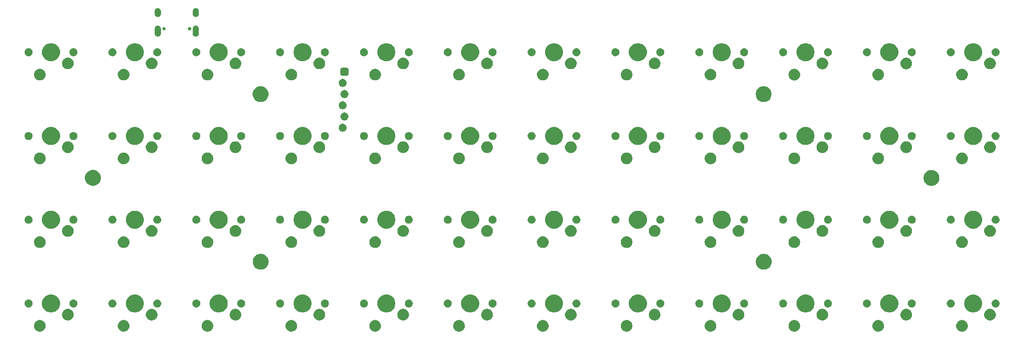
<source format=gbr>
G04 #@! TF.GenerationSoftware,KiCad,Pcbnew,(5.1.2-1)-1*
G04 #@! TF.CreationDate,2020-03-03T17:18:17-06:00*
G04 #@! TF.ProjectId,therick48,74686572-6963-46b3-9438-2e6b69636164,rev?*
G04 #@! TF.SameCoordinates,Original*
G04 #@! TF.FileFunction,Soldermask,Top*
G04 #@! TF.FilePolarity,Negative*
%FSLAX46Y46*%
G04 Gerber Fmt 4.6, Leading zero omitted, Abs format (unit mm)*
G04 Created by KiCad (PCBNEW (5.1.2-1)-1) date 2020-03-03 17:18:17*
%MOMM*%
%LPD*%
G04 APERTURE LIST*
%ADD10C,0.100000*%
G04 APERTURE END LIST*
D10*
G36*
X262197715Y-105244383D02*
G01*
X262325322Y-105269765D01*
X262466148Y-105328097D01*
X262565727Y-105369344D01*
X262565728Y-105369345D01*
X262782089Y-105513912D01*
X262966088Y-105697911D01*
X263062685Y-105842479D01*
X263110656Y-105914273D01*
X263151903Y-106013852D01*
X263210235Y-106154678D01*
X263261000Y-106409893D01*
X263261000Y-106670107D01*
X263210235Y-106925322D01*
X263151903Y-107066148D01*
X263110656Y-107165727D01*
X263110655Y-107165728D01*
X262966088Y-107382089D01*
X262782089Y-107566088D01*
X262637521Y-107662685D01*
X262565727Y-107710656D01*
X262466148Y-107751903D01*
X262325322Y-107810235D01*
X262197714Y-107835618D01*
X262070109Y-107861000D01*
X261809891Y-107861000D01*
X261682286Y-107835618D01*
X261554678Y-107810235D01*
X261413852Y-107751903D01*
X261314273Y-107710656D01*
X261242479Y-107662685D01*
X261097911Y-107566088D01*
X260913912Y-107382089D01*
X260769345Y-107165728D01*
X260769344Y-107165727D01*
X260728097Y-107066148D01*
X260669765Y-106925322D01*
X260619000Y-106670107D01*
X260619000Y-106409893D01*
X260669765Y-106154678D01*
X260728097Y-106013852D01*
X260769344Y-105914273D01*
X260817315Y-105842479D01*
X260913912Y-105697911D01*
X261097911Y-105513912D01*
X261314272Y-105369345D01*
X261314273Y-105369344D01*
X261413852Y-105328097D01*
X261554678Y-105269765D01*
X261682286Y-105244382D01*
X261809891Y-105219000D01*
X262070109Y-105219000D01*
X262197715Y-105244383D01*
X262197715Y-105244383D01*
G37*
G36*
X243197715Y-105244383D02*
G01*
X243325322Y-105269765D01*
X243466148Y-105328097D01*
X243565727Y-105369344D01*
X243565728Y-105369345D01*
X243782089Y-105513912D01*
X243966088Y-105697911D01*
X244062685Y-105842479D01*
X244110656Y-105914273D01*
X244151903Y-106013852D01*
X244210235Y-106154678D01*
X244261000Y-106409893D01*
X244261000Y-106670107D01*
X244210235Y-106925322D01*
X244151903Y-107066148D01*
X244110656Y-107165727D01*
X244110655Y-107165728D01*
X243966088Y-107382089D01*
X243782089Y-107566088D01*
X243637521Y-107662685D01*
X243565727Y-107710656D01*
X243466148Y-107751903D01*
X243325322Y-107810235D01*
X243197714Y-107835618D01*
X243070109Y-107861000D01*
X242809891Y-107861000D01*
X242682286Y-107835618D01*
X242554678Y-107810235D01*
X242413852Y-107751903D01*
X242314273Y-107710656D01*
X242242479Y-107662685D01*
X242097911Y-107566088D01*
X241913912Y-107382089D01*
X241769345Y-107165728D01*
X241769344Y-107165727D01*
X241728097Y-107066148D01*
X241669765Y-106925322D01*
X241619000Y-106670107D01*
X241619000Y-106409893D01*
X241669765Y-106154678D01*
X241728097Y-106013852D01*
X241769344Y-105914273D01*
X241817315Y-105842479D01*
X241913912Y-105697911D01*
X242097911Y-105513912D01*
X242314272Y-105369345D01*
X242314273Y-105369344D01*
X242413852Y-105328097D01*
X242554678Y-105269765D01*
X242682286Y-105244382D01*
X242809891Y-105219000D01*
X243070109Y-105219000D01*
X243197715Y-105244383D01*
X243197715Y-105244383D01*
G37*
G36*
X224197715Y-105244383D02*
G01*
X224325322Y-105269765D01*
X224466148Y-105328097D01*
X224565727Y-105369344D01*
X224565728Y-105369345D01*
X224782089Y-105513912D01*
X224966088Y-105697911D01*
X225062685Y-105842479D01*
X225110656Y-105914273D01*
X225151903Y-106013852D01*
X225210235Y-106154678D01*
X225261000Y-106409893D01*
X225261000Y-106670107D01*
X225210235Y-106925322D01*
X225151903Y-107066148D01*
X225110656Y-107165727D01*
X225110655Y-107165728D01*
X224966088Y-107382089D01*
X224782089Y-107566088D01*
X224637521Y-107662685D01*
X224565727Y-107710656D01*
X224466148Y-107751903D01*
X224325322Y-107810235D01*
X224197714Y-107835618D01*
X224070109Y-107861000D01*
X223809891Y-107861000D01*
X223682286Y-107835618D01*
X223554678Y-107810235D01*
X223413852Y-107751903D01*
X223314273Y-107710656D01*
X223242479Y-107662685D01*
X223097911Y-107566088D01*
X222913912Y-107382089D01*
X222769345Y-107165728D01*
X222769344Y-107165727D01*
X222728097Y-107066148D01*
X222669765Y-106925322D01*
X222619000Y-106670107D01*
X222619000Y-106409893D01*
X222669765Y-106154678D01*
X222728097Y-106013852D01*
X222769344Y-105914273D01*
X222817315Y-105842479D01*
X222913912Y-105697911D01*
X223097911Y-105513912D01*
X223314272Y-105369345D01*
X223314273Y-105369344D01*
X223413852Y-105328097D01*
X223554678Y-105269765D01*
X223682286Y-105244382D01*
X223809891Y-105219000D01*
X224070109Y-105219000D01*
X224197715Y-105244383D01*
X224197715Y-105244383D01*
G37*
G36*
X205197715Y-105244383D02*
G01*
X205325322Y-105269765D01*
X205466148Y-105328097D01*
X205565727Y-105369344D01*
X205565728Y-105369345D01*
X205782089Y-105513912D01*
X205966088Y-105697911D01*
X206062685Y-105842479D01*
X206110656Y-105914273D01*
X206151903Y-106013852D01*
X206210235Y-106154678D01*
X206261000Y-106409893D01*
X206261000Y-106670107D01*
X206210235Y-106925322D01*
X206151903Y-107066148D01*
X206110656Y-107165727D01*
X206110655Y-107165728D01*
X205966088Y-107382089D01*
X205782089Y-107566088D01*
X205637521Y-107662685D01*
X205565727Y-107710656D01*
X205466148Y-107751903D01*
X205325322Y-107810235D01*
X205197714Y-107835618D01*
X205070109Y-107861000D01*
X204809891Y-107861000D01*
X204682286Y-107835618D01*
X204554678Y-107810235D01*
X204413852Y-107751903D01*
X204314273Y-107710656D01*
X204242479Y-107662685D01*
X204097911Y-107566088D01*
X203913912Y-107382089D01*
X203769345Y-107165728D01*
X203769344Y-107165727D01*
X203728097Y-107066148D01*
X203669765Y-106925322D01*
X203619000Y-106670107D01*
X203619000Y-106409893D01*
X203669765Y-106154678D01*
X203728097Y-106013852D01*
X203769344Y-105914273D01*
X203817315Y-105842479D01*
X203913912Y-105697911D01*
X204097911Y-105513912D01*
X204314272Y-105369345D01*
X204314273Y-105369344D01*
X204413852Y-105328097D01*
X204554678Y-105269765D01*
X204682286Y-105244382D01*
X204809891Y-105219000D01*
X205070109Y-105219000D01*
X205197715Y-105244383D01*
X205197715Y-105244383D01*
G37*
G36*
X186197715Y-105244383D02*
G01*
X186325322Y-105269765D01*
X186466148Y-105328097D01*
X186565727Y-105369344D01*
X186565728Y-105369345D01*
X186782089Y-105513912D01*
X186966088Y-105697911D01*
X187062685Y-105842479D01*
X187110656Y-105914273D01*
X187151903Y-106013852D01*
X187210235Y-106154678D01*
X187261000Y-106409893D01*
X187261000Y-106670107D01*
X187210235Y-106925322D01*
X187151903Y-107066148D01*
X187110656Y-107165727D01*
X187110655Y-107165728D01*
X186966088Y-107382089D01*
X186782089Y-107566088D01*
X186637521Y-107662685D01*
X186565727Y-107710656D01*
X186466148Y-107751903D01*
X186325322Y-107810235D01*
X186197714Y-107835618D01*
X186070109Y-107861000D01*
X185809891Y-107861000D01*
X185682286Y-107835618D01*
X185554678Y-107810235D01*
X185413852Y-107751903D01*
X185314273Y-107710656D01*
X185242479Y-107662685D01*
X185097911Y-107566088D01*
X184913912Y-107382089D01*
X184769345Y-107165728D01*
X184769344Y-107165727D01*
X184728097Y-107066148D01*
X184669765Y-106925322D01*
X184619000Y-106670107D01*
X184619000Y-106409893D01*
X184669765Y-106154678D01*
X184728097Y-106013852D01*
X184769344Y-105914273D01*
X184817315Y-105842479D01*
X184913912Y-105697911D01*
X185097911Y-105513912D01*
X185314272Y-105369345D01*
X185314273Y-105369344D01*
X185413852Y-105328097D01*
X185554678Y-105269765D01*
X185682286Y-105244382D01*
X185809891Y-105219000D01*
X186070109Y-105219000D01*
X186197715Y-105244383D01*
X186197715Y-105244383D01*
G37*
G36*
X167197715Y-105244383D02*
G01*
X167325322Y-105269765D01*
X167466148Y-105328097D01*
X167565727Y-105369344D01*
X167565728Y-105369345D01*
X167782089Y-105513912D01*
X167966088Y-105697911D01*
X168062685Y-105842479D01*
X168110656Y-105914273D01*
X168151903Y-106013852D01*
X168210235Y-106154678D01*
X168261000Y-106409893D01*
X168261000Y-106670107D01*
X168210235Y-106925322D01*
X168151903Y-107066148D01*
X168110656Y-107165727D01*
X168110655Y-107165728D01*
X167966088Y-107382089D01*
X167782089Y-107566088D01*
X167637521Y-107662685D01*
X167565727Y-107710656D01*
X167466148Y-107751903D01*
X167325322Y-107810235D01*
X167197714Y-107835618D01*
X167070109Y-107861000D01*
X166809891Y-107861000D01*
X166682286Y-107835618D01*
X166554678Y-107810235D01*
X166413852Y-107751903D01*
X166314273Y-107710656D01*
X166242479Y-107662685D01*
X166097911Y-107566088D01*
X165913912Y-107382089D01*
X165769345Y-107165728D01*
X165769344Y-107165727D01*
X165728097Y-107066148D01*
X165669765Y-106925322D01*
X165619000Y-106670107D01*
X165619000Y-106409893D01*
X165669765Y-106154678D01*
X165728097Y-106013852D01*
X165769344Y-105914273D01*
X165817315Y-105842479D01*
X165913912Y-105697911D01*
X166097911Y-105513912D01*
X166314272Y-105369345D01*
X166314273Y-105369344D01*
X166413852Y-105328097D01*
X166554678Y-105269765D01*
X166682286Y-105244382D01*
X166809891Y-105219000D01*
X167070109Y-105219000D01*
X167197715Y-105244383D01*
X167197715Y-105244383D01*
G37*
G36*
X148197715Y-105244383D02*
G01*
X148325322Y-105269765D01*
X148466148Y-105328097D01*
X148565727Y-105369344D01*
X148565728Y-105369345D01*
X148782089Y-105513912D01*
X148966088Y-105697911D01*
X149062685Y-105842479D01*
X149110656Y-105914273D01*
X149151903Y-106013852D01*
X149210235Y-106154678D01*
X149261000Y-106409893D01*
X149261000Y-106670107D01*
X149210235Y-106925322D01*
X149151903Y-107066148D01*
X149110656Y-107165727D01*
X149110655Y-107165728D01*
X148966088Y-107382089D01*
X148782089Y-107566088D01*
X148637521Y-107662685D01*
X148565727Y-107710656D01*
X148466148Y-107751903D01*
X148325322Y-107810235D01*
X148197714Y-107835618D01*
X148070109Y-107861000D01*
X147809891Y-107861000D01*
X147682286Y-107835618D01*
X147554678Y-107810235D01*
X147413852Y-107751903D01*
X147314273Y-107710656D01*
X147242479Y-107662685D01*
X147097911Y-107566088D01*
X146913912Y-107382089D01*
X146769345Y-107165728D01*
X146769344Y-107165727D01*
X146728097Y-107066148D01*
X146669765Y-106925322D01*
X146619000Y-106670107D01*
X146619000Y-106409893D01*
X146669765Y-106154678D01*
X146728097Y-106013852D01*
X146769344Y-105914273D01*
X146817315Y-105842479D01*
X146913912Y-105697911D01*
X147097911Y-105513912D01*
X147314272Y-105369345D01*
X147314273Y-105369344D01*
X147413852Y-105328097D01*
X147554678Y-105269765D01*
X147682286Y-105244382D01*
X147809891Y-105219000D01*
X148070109Y-105219000D01*
X148197715Y-105244383D01*
X148197715Y-105244383D01*
G37*
G36*
X129197715Y-105244383D02*
G01*
X129325322Y-105269765D01*
X129466148Y-105328097D01*
X129565727Y-105369344D01*
X129565728Y-105369345D01*
X129782089Y-105513912D01*
X129966088Y-105697911D01*
X130062685Y-105842479D01*
X130110656Y-105914273D01*
X130151903Y-106013852D01*
X130210235Y-106154678D01*
X130261000Y-106409893D01*
X130261000Y-106670107D01*
X130210235Y-106925322D01*
X130151903Y-107066148D01*
X130110656Y-107165727D01*
X130110655Y-107165728D01*
X129966088Y-107382089D01*
X129782089Y-107566088D01*
X129637521Y-107662685D01*
X129565727Y-107710656D01*
X129466148Y-107751903D01*
X129325322Y-107810235D01*
X129197714Y-107835618D01*
X129070109Y-107861000D01*
X128809891Y-107861000D01*
X128682286Y-107835618D01*
X128554678Y-107810235D01*
X128413852Y-107751903D01*
X128314273Y-107710656D01*
X128242479Y-107662685D01*
X128097911Y-107566088D01*
X127913912Y-107382089D01*
X127769345Y-107165728D01*
X127769344Y-107165727D01*
X127728097Y-107066148D01*
X127669765Y-106925322D01*
X127619000Y-106670107D01*
X127619000Y-106409893D01*
X127669765Y-106154678D01*
X127728097Y-106013852D01*
X127769344Y-105914273D01*
X127817315Y-105842479D01*
X127913912Y-105697911D01*
X128097911Y-105513912D01*
X128314272Y-105369345D01*
X128314273Y-105369344D01*
X128413852Y-105328097D01*
X128554678Y-105269765D01*
X128682286Y-105244382D01*
X128809891Y-105219000D01*
X129070109Y-105219000D01*
X129197715Y-105244383D01*
X129197715Y-105244383D01*
G37*
G36*
X110197715Y-105244383D02*
G01*
X110325322Y-105269765D01*
X110466148Y-105328097D01*
X110565727Y-105369344D01*
X110565728Y-105369345D01*
X110782089Y-105513912D01*
X110966088Y-105697911D01*
X111062685Y-105842479D01*
X111110656Y-105914273D01*
X111151903Y-106013852D01*
X111210235Y-106154678D01*
X111261000Y-106409893D01*
X111261000Y-106670107D01*
X111210235Y-106925322D01*
X111151903Y-107066148D01*
X111110656Y-107165727D01*
X111110655Y-107165728D01*
X110966088Y-107382089D01*
X110782089Y-107566088D01*
X110637521Y-107662685D01*
X110565727Y-107710656D01*
X110466148Y-107751903D01*
X110325322Y-107810235D01*
X110197714Y-107835618D01*
X110070109Y-107861000D01*
X109809891Y-107861000D01*
X109682286Y-107835618D01*
X109554678Y-107810235D01*
X109413852Y-107751903D01*
X109314273Y-107710656D01*
X109242479Y-107662685D01*
X109097911Y-107566088D01*
X108913912Y-107382089D01*
X108769345Y-107165728D01*
X108769344Y-107165727D01*
X108728097Y-107066148D01*
X108669765Y-106925322D01*
X108619000Y-106670107D01*
X108619000Y-106409893D01*
X108669765Y-106154678D01*
X108728097Y-106013852D01*
X108769344Y-105914273D01*
X108817315Y-105842479D01*
X108913912Y-105697911D01*
X109097911Y-105513912D01*
X109314272Y-105369345D01*
X109314273Y-105369344D01*
X109413852Y-105328097D01*
X109554678Y-105269765D01*
X109682286Y-105244382D01*
X109809891Y-105219000D01*
X110070109Y-105219000D01*
X110197715Y-105244383D01*
X110197715Y-105244383D01*
G37*
G36*
X91197715Y-105244383D02*
G01*
X91325322Y-105269765D01*
X91466148Y-105328097D01*
X91565727Y-105369344D01*
X91565728Y-105369345D01*
X91782089Y-105513912D01*
X91966088Y-105697911D01*
X92062685Y-105842479D01*
X92110656Y-105914273D01*
X92151903Y-106013852D01*
X92210235Y-106154678D01*
X92261000Y-106409893D01*
X92261000Y-106670107D01*
X92210235Y-106925322D01*
X92151903Y-107066148D01*
X92110656Y-107165727D01*
X92110655Y-107165728D01*
X91966088Y-107382089D01*
X91782089Y-107566088D01*
X91637521Y-107662685D01*
X91565727Y-107710656D01*
X91466148Y-107751903D01*
X91325322Y-107810235D01*
X91197714Y-107835618D01*
X91070109Y-107861000D01*
X90809891Y-107861000D01*
X90682286Y-107835618D01*
X90554678Y-107810235D01*
X90413852Y-107751903D01*
X90314273Y-107710656D01*
X90242479Y-107662685D01*
X90097911Y-107566088D01*
X89913912Y-107382089D01*
X89769345Y-107165728D01*
X89769344Y-107165727D01*
X89728097Y-107066148D01*
X89669765Y-106925322D01*
X89619000Y-106670107D01*
X89619000Y-106409893D01*
X89669765Y-106154678D01*
X89728097Y-106013852D01*
X89769344Y-105914273D01*
X89817315Y-105842479D01*
X89913912Y-105697911D01*
X90097911Y-105513912D01*
X90314272Y-105369345D01*
X90314273Y-105369344D01*
X90413852Y-105328097D01*
X90554678Y-105269765D01*
X90682286Y-105244382D01*
X90809891Y-105219000D01*
X91070109Y-105219000D01*
X91197715Y-105244383D01*
X91197715Y-105244383D01*
G37*
G36*
X72197715Y-105244383D02*
G01*
X72325322Y-105269765D01*
X72466148Y-105328097D01*
X72565727Y-105369344D01*
X72565728Y-105369345D01*
X72782089Y-105513912D01*
X72966088Y-105697911D01*
X73062685Y-105842479D01*
X73110656Y-105914273D01*
X73151903Y-106013852D01*
X73210235Y-106154678D01*
X73261000Y-106409893D01*
X73261000Y-106670107D01*
X73210235Y-106925322D01*
X73151903Y-107066148D01*
X73110656Y-107165727D01*
X73110655Y-107165728D01*
X72966088Y-107382089D01*
X72782089Y-107566088D01*
X72637521Y-107662685D01*
X72565727Y-107710656D01*
X72466148Y-107751903D01*
X72325322Y-107810235D01*
X72197714Y-107835618D01*
X72070109Y-107861000D01*
X71809891Y-107861000D01*
X71682286Y-107835618D01*
X71554678Y-107810235D01*
X71413852Y-107751903D01*
X71314273Y-107710656D01*
X71242479Y-107662685D01*
X71097911Y-107566088D01*
X70913912Y-107382089D01*
X70769345Y-107165728D01*
X70769344Y-107165727D01*
X70728097Y-107066148D01*
X70669765Y-106925322D01*
X70619000Y-106670107D01*
X70619000Y-106409893D01*
X70669765Y-106154678D01*
X70728097Y-106013852D01*
X70769344Y-105914273D01*
X70817315Y-105842479D01*
X70913912Y-105697911D01*
X71097911Y-105513912D01*
X71314272Y-105369345D01*
X71314273Y-105369344D01*
X71413852Y-105328097D01*
X71554678Y-105269765D01*
X71682286Y-105244382D01*
X71809891Y-105219000D01*
X72070109Y-105219000D01*
X72197715Y-105244383D01*
X72197715Y-105244383D01*
G37*
G36*
X53197715Y-105244383D02*
G01*
X53325322Y-105269765D01*
X53466148Y-105328097D01*
X53565727Y-105369344D01*
X53565728Y-105369345D01*
X53782089Y-105513912D01*
X53966088Y-105697911D01*
X54062685Y-105842479D01*
X54110656Y-105914273D01*
X54151903Y-106013852D01*
X54210235Y-106154678D01*
X54261000Y-106409893D01*
X54261000Y-106670107D01*
X54210235Y-106925322D01*
X54151903Y-107066148D01*
X54110656Y-107165727D01*
X54110655Y-107165728D01*
X53966088Y-107382089D01*
X53782089Y-107566088D01*
X53637521Y-107662685D01*
X53565727Y-107710656D01*
X53466148Y-107751903D01*
X53325322Y-107810235D01*
X53197714Y-107835618D01*
X53070109Y-107861000D01*
X52809891Y-107861000D01*
X52682286Y-107835618D01*
X52554678Y-107810235D01*
X52413852Y-107751903D01*
X52314273Y-107710656D01*
X52242479Y-107662685D01*
X52097911Y-107566088D01*
X51913912Y-107382089D01*
X51769345Y-107165728D01*
X51769344Y-107165727D01*
X51728097Y-107066148D01*
X51669765Y-106925322D01*
X51619000Y-106670107D01*
X51619000Y-106409893D01*
X51669765Y-106154678D01*
X51728097Y-106013852D01*
X51769344Y-105914273D01*
X51817315Y-105842479D01*
X51913912Y-105697911D01*
X52097911Y-105513912D01*
X52314272Y-105369345D01*
X52314273Y-105369344D01*
X52413852Y-105328097D01*
X52554678Y-105269765D01*
X52682286Y-105244382D01*
X52809891Y-105219000D01*
X53070109Y-105219000D01*
X53197715Y-105244383D01*
X53197715Y-105244383D01*
G37*
G36*
X268547714Y-102704382D02*
G01*
X268675322Y-102729765D01*
X268816148Y-102788097D01*
X268915727Y-102829344D01*
X268915728Y-102829345D01*
X269132089Y-102973912D01*
X269316088Y-103157911D01*
X269392431Y-103272167D01*
X269460656Y-103374273D01*
X269501903Y-103473852D01*
X269560235Y-103614678D01*
X269611000Y-103869893D01*
X269611000Y-104130107D01*
X269560235Y-104385322D01*
X269501903Y-104526148D01*
X269460656Y-104625727D01*
X269460655Y-104625728D01*
X269316088Y-104842089D01*
X269132089Y-105026088D01*
X268987521Y-105122685D01*
X268915727Y-105170656D01*
X268816148Y-105211903D01*
X268675322Y-105270235D01*
X268547714Y-105295618D01*
X268420109Y-105321000D01*
X268159891Y-105321000D01*
X268032286Y-105295618D01*
X267904678Y-105270235D01*
X267763852Y-105211903D01*
X267664273Y-105170656D01*
X267592479Y-105122685D01*
X267447911Y-105026088D01*
X267263912Y-104842089D01*
X267119345Y-104625728D01*
X267119344Y-104625727D01*
X267078097Y-104526148D01*
X267019765Y-104385322D01*
X266969000Y-104130107D01*
X266969000Y-103869893D01*
X267019765Y-103614678D01*
X267078097Y-103473852D01*
X267119344Y-103374273D01*
X267187569Y-103272167D01*
X267263912Y-103157911D01*
X267447911Y-102973912D01*
X267664272Y-102829345D01*
X267664273Y-102829344D01*
X267763852Y-102788097D01*
X267904678Y-102729765D01*
X268032285Y-102704383D01*
X268159891Y-102679000D01*
X268420109Y-102679000D01*
X268547714Y-102704382D01*
X268547714Y-102704382D01*
G37*
G36*
X59547714Y-102704382D02*
G01*
X59675322Y-102729765D01*
X59816148Y-102788097D01*
X59915727Y-102829344D01*
X59915728Y-102829345D01*
X60132089Y-102973912D01*
X60316088Y-103157911D01*
X60392431Y-103272167D01*
X60460656Y-103374273D01*
X60501903Y-103473852D01*
X60560235Y-103614678D01*
X60611000Y-103869893D01*
X60611000Y-104130107D01*
X60560235Y-104385322D01*
X60501903Y-104526148D01*
X60460656Y-104625727D01*
X60460655Y-104625728D01*
X60316088Y-104842089D01*
X60132089Y-105026088D01*
X59987521Y-105122685D01*
X59915727Y-105170656D01*
X59816148Y-105211903D01*
X59675322Y-105270235D01*
X59547714Y-105295618D01*
X59420109Y-105321000D01*
X59159891Y-105321000D01*
X59032286Y-105295618D01*
X58904678Y-105270235D01*
X58763852Y-105211903D01*
X58664273Y-105170656D01*
X58592479Y-105122685D01*
X58447911Y-105026088D01*
X58263912Y-104842089D01*
X58119345Y-104625728D01*
X58119344Y-104625727D01*
X58078097Y-104526148D01*
X58019765Y-104385322D01*
X57969000Y-104130107D01*
X57969000Y-103869893D01*
X58019765Y-103614678D01*
X58078097Y-103473852D01*
X58119344Y-103374273D01*
X58187569Y-103272167D01*
X58263912Y-103157911D01*
X58447911Y-102973912D01*
X58664272Y-102829345D01*
X58664273Y-102829344D01*
X58763852Y-102788097D01*
X58904678Y-102729765D01*
X59032285Y-102704383D01*
X59159891Y-102679000D01*
X59420109Y-102679000D01*
X59547714Y-102704382D01*
X59547714Y-102704382D01*
G37*
G36*
X78547714Y-102704382D02*
G01*
X78675322Y-102729765D01*
X78816148Y-102788097D01*
X78915727Y-102829344D01*
X78915728Y-102829345D01*
X79132089Y-102973912D01*
X79316088Y-103157911D01*
X79392431Y-103272167D01*
X79460656Y-103374273D01*
X79501903Y-103473852D01*
X79560235Y-103614678D01*
X79611000Y-103869893D01*
X79611000Y-104130107D01*
X79560235Y-104385322D01*
X79501903Y-104526148D01*
X79460656Y-104625727D01*
X79460655Y-104625728D01*
X79316088Y-104842089D01*
X79132089Y-105026088D01*
X78987521Y-105122685D01*
X78915727Y-105170656D01*
X78816148Y-105211903D01*
X78675322Y-105270235D01*
X78547714Y-105295618D01*
X78420109Y-105321000D01*
X78159891Y-105321000D01*
X78032286Y-105295618D01*
X77904678Y-105270235D01*
X77763852Y-105211903D01*
X77664273Y-105170656D01*
X77592479Y-105122685D01*
X77447911Y-105026088D01*
X77263912Y-104842089D01*
X77119345Y-104625728D01*
X77119344Y-104625727D01*
X77078097Y-104526148D01*
X77019765Y-104385322D01*
X76969000Y-104130107D01*
X76969000Y-103869893D01*
X77019765Y-103614678D01*
X77078097Y-103473852D01*
X77119344Y-103374273D01*
X77187569Y-103272167D01*
X77263912Y-103157911D01*
X77447911Y-102973912D01*
X77664272Y-102829345D01*
X77664273Y-102829344D01*
X77763852Y-102788097D01*
X77904678Y-102729765D01*
X78032285Y-102704383D01*
X78159891Y-102679000D01*
X78420109Y-102679000D01*
X78547714Y-102704382D01*
X78547714Y-102704382D01*
G37*
G36*
X97547714Y-102704382D02*
G01*
X97675322Y-102729765D01*
X97816148Y-102788097D01*
X97915727Y-102829344D01*
X97915728Y-102829345D01*
X98132089Y-102973912D01*
X98316088Y-103157911D01*
X98392431Y-103272167D01*
X98460656Y-103374273D01*
X98501903Y-103473852D01*
X98560235Y-103614678D01*
X98611000Y-103869893D01*
X98611000Y-104130107D01*
X98560235Y-104385322D01*
X98501903Y-104526148D01*
X98460656Y-104625727D01*
X98460655Y-104625728D01*
X98316088Y-104842089D01*
X98132089Y-105026088D01*
X97987521Y-105122685D01*
X97915727Y-105170656D01*
X97816148Y-105211903D01*
X97675322Y-105270235D01*
X97547714Y-105295618D01*
X97420109Y-105321000D01*
X97159891Y-105321000D01*
X97032286Y-105295618D01*
X96904678Y-105270235D01*
X96763852Y-105211903D01*
X96664273Y-105170656D01*
X96592479Y-105122685D01*
X96447911Y-105026088D01*
X96263912Y-104842089D01*
X96119345Y-104625728D01*
X96119344Y-104625727D01*
X96078097Y-104526148D01*
X96019765Y-104385322D01*
X95969000Y-104130107D01*
X95969000Y-103869893D01*
X96019765Y-103614678D01*
X96078097Y-103473852D01*
X96119344Y-103374273D01*
X96187569Y-103272167D01*
X96263912Y-103157911D01*
X96447911Y-102973912D01*
X96664272Y-102829345D01*
X96664273Y-102829344D01*
X96763852Y-102788097D01*
X96904678Y-102729765D01*
X97032285Y-102704383D01*
X97159891Y-102679000D01*
X97420109Y-102679000D01*
X97547714Y-102704382D01*
X97547714Y-102704382D01*
G37*
G36*
X116547714Y-102704382D02*
G01*
X116675322Y-102729765D01*
X116816148Y-102788097D01*
X116915727Y-102829344D01*
X116915728Y-102829345D01*
X117132089Y-102973912D01*
X117316088Y-103157911D01*
X117392431Y-103272167D01*
X117460656Y-103374273D01*
X117501903Y-103473852D01*
X117560235Y-103614678D01*
X117611000Y-103869893D01*
X117611000Y-104130107D01*
X117560235Y-104385322D01*
X117501903Y-104526148D01*
X117460656Y-104625727D01*
X117460655Y-104625728D01*
X117316088Y-104842089D01*
X117132089Y-105026088D01*
X116987521Y-105122685D01*
X116915727Y-105170656D01*
X116816148Y-105211903D01*
X116675322Y-105270235D01*
X116547714Y-105295618D01*
X116420109Y-105321000D01*
X116159891Y-105321000D01*
X116032286Y-105295618D01*
X115904678Y-105270235D01*
X115763852Y-105211903D01*
X115664273Y-105170656D01*
X115592479Y-105122685D01*
X115447911Y-105026088D01*
X115263912Y-104842089D01*
X115119345Y-104625728D01*
X115119344Y-104625727D01*
X115078097Y-104526148D01*
X115019765Y-104385322D01*
X114969000Y-104130107D01*
X114969000Y-103869893D01*
X115019765Y-103614678D01*
X115078097Y-103473852D01*
X115119344Y-103374273D01*
X115187569Y-103272167D01*
X115263912Y-103157911D01*
X115447911Y-102973912D01*
X115664272Y-102829345D01*
X115664273Y-102829344D01*
X115763852Y-102788097D01*
X115904678Y-102729765D01*
X116032285Y-102704383D01*
X116159891Y-102679000D01*
X116420109Y-102679000D01*
X116547714Y-102704382D01*
X116547714Y-102704382D01*
G37*
G36*
X135547714Y-102704382D02*
G01*
X135675322Y-102729765D01*
X135816148Y-102788097D01*
X135915727Y-102829344D01*
X135915728Y-102829345D01*
X136132089Y-102973912D01*
X136316088Y-103157911D01*
X136392431Y-103272167D01*
X136460656Y-103374273D01*
X136501903Y-103473852D01*
X136560235Y-103614678D01*
X136611000Y-103869893D01*
X136611000Y-104130107D01*
X136560235Y-104385322D01*
X136501903Y-104526148D01*
X136460656Y-104625727D01*
X136460655Y-104625728D01*
X136316088Y-104842089D01*
X136132089Y-105026088D01*
X135987521Y-105122685D01*
X135915727Y-105170656D01*
X135816148Y-105211903D01*
X135675322Y-105270235D01*
X135547714Y-105295618D01*
X135420109Y-105321000D01*
X135159891Y-105321000D01*
X135032286Y-105295618D01*
X134904678Y-105270235D01*
X134763852Y-105211903D01*
X134664273Y-105170656D01*
X134592479Y-105122685D01*
X134447911Y-105026088D01*
X134263912Y-104842089D01*
X134119345Y-104625728D01*
X134119344Y-104625727D01*
X134078097Y-104526148D01*
X134019765Y-104385322D01*
X133969000Y-104130107D01*
X133969000Y-103869893D01*
X134019765Y-103614678D01*
X134078097Y-103473852D01*
X134119344Y-103374273D01*
X134187569Y-103272167D01*
X134263912Y-103157911D01*
X134447911Y-102973912D01*
X134664272Y-102829345D01*
X134664273Y-102829344D01*
X134763852Y-102788097D01*
X134904678Y-102729765D01*
X135032285Y-102704383D01*
X135159891Y-102679000D01*
X135420109Y-102679000D01*
X135547714Y-102704382D01*
X135547714Y-102704382D01*
G37*
G36*
X154547714Y-102704382D02*
G01*
X154675322Y-102729765D01*
X154816148Y-102788097D01*
X154915727Y-102829344D01*
X154915728Y-102829345D01*
X155132089Y-102973912D01*
X155316088Y-103157911D01*
X155392431Y-103272167D01*
X155460656Y-103374273D01*
X155501903Y-103473852D01*
X155560235Y-103614678D01*
X155611000Y-103869893D01*
X155611000Y-104130107D01*
X155560235Y-104385322D01*
X155501903Y-104526148D01*
X155460656Y-104625727D01*
X155460655Y-104625728D01*
X155316088Y-104842089D01*
X155132089Y-105026088D01*
X154987521Y-105122685D01*
X154915727Y-105170656D01*
X154816148Y-105211903D01*
X154675322Y-105270235D01*
X154547714Y-105295618D01*
X154420109Y-105321000D01*
X154159891Y-105321000D01*
X154032286Y-105295618D01*
X153904678Y-105270235D01*
X153763852Y-105211903D01*
X153664273Y-105170656D01*
X153592479Y-105122685D01*
X153447911Y-105026088D01*
X153263912Y-104842089D01*
X153119345Y-104625728D01*
X153119344Y-104625727D01*
X153078097Y-104526148D01*
X153019765Y-104385322D01*
X152969000Y-104130107D01*
X152969000Y-103869893D01*
X153019765Y-103614678D01*
X153078097Y-103473852D01*
X153119344Y-103374273D01*
X153187569Y-103272167D01*
X153263912Y-103157911D01*
X153447911Y-102973912D01*
X153664272Y-102829345D01*
X153664273Y-102829344D01*
X153763852Y-102788097D01*
X153904678Y-102729765D01*
X154032285Y-102704383D01*
X154159891Y-102679000D01*
X154420109Y-102679000D01*
X154547714Y-102704382D01*
X154547714Y-102704382D01*
G37*
G36*
X173547714Y-102704382D02*
G01*
X173675322Y-102729765D01*
X173816148Y-102788097D01*
X173915727Y-102829344D01*
X173915728Y-102829345D01*
X174132089Y-102973912D01*
X174316088Y-103157911D01*
X174392431Y-103272167D01*
X174460656Y-103374273D01*
X174501903Y-103473852D01*
X174560235Y-103614678D01*
X174611000Y-103869893D01*
X174611000Y-104130107D01*
X174560235Y-104385322D01*
X174501903Y-104526148D01*
X174460656Y-104625727D01*
X174460655Y-104625728D01*
X174316088Y-104842089D01*
X174132089Y-105026088D01*
X173987521Y-105122685D01*
X173915727Y-105170656D01*
X173816148Y-105211903D01*
X173675322Y-105270235D01*
X173547714Y-105295618D01*
X173420109Y-105321000D01*
X173159891Y-105321000D01*
X173032286Y-105295618D01*
X172904678Y-105270235D01*
X172763852Y-105211903D01*
X172664273Y-105170656D01*
X172592479Y-105122685D01*
X172447911Y-105026088D01*
X172263912Y-104842089D01*
X172119345Y-104625728D01*
X172119344Y-104625727D01*
X172078097Y-104526148D01*
X172019765Y-104385322D01*
X171969000Y-104130107D01*
X171969000Y-103869893D01*
X172019765Y-103614678D01*
X172078097Y-103473852D01*
X172119344Y-103374273D01*
X172187569Y-103272167D01*
X172263912Y-103157911D01*
X172447911Y-102973912D01*
X172664272Y-102829345D01*
X172664273Y-102829344D01*
X172763852Y-102788097D01*
X172904678Y-102729765D01*
X173032285Y-102704383D01*
X173159891Y-102679000D01*
X173420109Y-102679000D01*
X173547714Y-102704382D01*
X173547714Y-102704382D01*
G37*
G36*
X192547714Y-102704382D02*
G01*
X192675322Y-102729765D01*
X192816148Y-102788097D01*
X192915727Y-102829344D01*
X192915728Y-102829345D01*
X193132089Y-102973912D01*
X193316088Y-103157911D01*
X193392431Y-103272167D01*
X193460656Y-103374273D01*
X193501903Y-103473852D01*
X193560235Y-103614678D01*
X193611000Y-103869893D01*
X193611000Y-104130107D01*
X193560235Y-104385322D01*
X193501903Y-104526148D01*
X193460656Y-104625727D01*
X193460655Y-104625728D01*
X193316088Y-104842089D01*
X193132089Y-105026088D01*
X192987521Y-105122685D01*
X192915727Y-105170656D01*
X192816148Y-105211903D01*
X192675322Y-105270235D01*
X192547714Y-105295618D01*
X192420109Y-105321000D01*
X192159891Y-105321000D01*
X192032286Y-105295618D01*
X191904678Y-105270235D01*
X191763852Y-105211903D01*
X191664273Y-105170656D01*
X191592479Y-105122685D01*
X191447911Y-105026088D01*
X191263912Y-104842089D01*
X191119345Y-104625728D01*
X191119344Y-104625727D01*
X191078097Y-104526148D01*
X191019765Y-104385322D01*
X190969000Y-104130107D01*
X190969000Y-103869893D01*
X191019765Y-103614678D01*
X191078097Y-103473852D01*
X191119344Y-103374273D01*
X191187569Y-103272167D01*
X191263912Y-103157911D01*
X191447911Y-102973912D01*
X191664272Y-102829345D01*
X191664273Y-102829344D01*
X191763852Y-102788097D01*
X191904678Y-102729765D01*
X192032285Y-102704383D01*
X192159891Y-102679000D01*
X192420109Y-102679000D01*
X192547714Y-102704382D01*
X192547714Y-102704382D01*
G37*
G36*
X211547714Y-102704382D02*
G01*
X211675322Y-102729765D01*
X211816148Y-102788097D01*
X211915727Y-102829344D01*
X211915728Y-102829345D01*
X212132089Y-102973912D01*
X212316088Y-103157911D01*
X212392431Y-103272167D01*
X212460656Y-103374273D01*
X212501903Y-103473852D01*
X212560235Y-103614678D01*
X212611000Y-103869893D01*
X212611000Y-104130107D01*
X212560235Y-104385322D01*
X212501903Y-104526148D01*
X212460656Y-104625727D01*
X212460655Y-104625728D01*
X212316088Y-104842089D01*
X212132089Y-105026088D01*
X211987521Y-105122685D01*
X211915727Y-105170656D01*
X211816148Y-105211903D01*
X211675322Y-105270235D01*
X211547714Y-105295618D01*
X211420109Y-105321000D01*
X211159891Y-105321000D01*
X211032286Y-105295618D01*
X210904678Y-105270235D01*
X210763852Y-105211903D01*
X210664273Y-105170656D01*
X210592479Y-105122685D01*
X210447911Y-105026088D01*
X210263912Y-104842089D01*
X210119345Y-104625728D01*
X210119344Y-104625727D01*
X210078097Y-104526148D01*
X210019765Y-104385322D01*
X209969000Y-104130107D01*
X209969000Y-103869893D01*
X210019765Y-103614678D01*
X210078097Y-103473852D01*
X210119344Y-103374273D01*
X210187569Y-103272167D01*
X210263912Y-103157911D01*
X210447911Y-102973912D01*
X210664272Y-102829345D01*
X210664273Y-102829344D01*
X210763852Y-102788097D01*
X210904678Y-102729765D01*
X211032285Y-102704383D01*
X211159891Y-102679000D01*
X211420109Y-102679000D01*
X211547714Y-102704382D01*
X211547714Y-102704382D01*
G37*
G36*
X230547714Y-102704382D02*
G01*
X230675322Y-102729765D01*
X230816148Y-102788097D01*
X230915727Y-102829344D01*
X230915728Y-102829345D01*
X231132089Y-102973912D01*
X231316088Y-103157911D01*
X231392431Y-103272167D01*
X231460656Y-103374273D01*
X231501903Y-103473852D01*
X231560235Y-103614678D01*
X231611000Y-103869893D01*
X231611000Y-104130107D01*
X231560235Y-104385322D01*
X231501903Y-104526148D01*
X231460656Y-104625727D01*
X231460655Y-104625728D01*
X231316088Y-104842089D01*
X231132089Y-105026088D01*
X230987521Y-105122685D01*
X230915727Y-105170656D01*
X230816148Y-105211903D01*
X230675322Y-105270235D01*
X230547714Y-105295618D01*
X230420109Y-105321000D01*
X230159891Y-105321000D01*
X230032286Y-105295618D01*
X229904678Y-105270235D01*
X229763852Y-105211903D01*
X229664273Y-105170656D01*
X229592479Y-105122685D01*
X229447911Y-105026088D01*
X229263912Y-104842089D01*
X229119345Y-104625728D01*
X229119344Y-104625727D01*
X229078097Y-104526148D01*
X229019765Y-104385322D01*
X228969000Y-104130107D01*
X228969000Y-103869893D01*
X229019765Y-103614678D01*
X229078097Y-103473852D01*
X229119344Y-103374273D01*
X229187569Y-103272167D01*
X229263912Y-103157911D01*
X229447911Y-102973912D01*
X229664272Y-102829345D01*
X229664273Y-102829344D01*
X229763852Y-102788097D01*
X229904678Y-102729765D01*
X230032285Y-102704383D01*
X230159891Y-102679000D01*
X230420109Y-102679000D01*
X230547714Y-102704382D01*
X230547714Y-102704382D01*
G37*
G36*
X249547714Y-102704382D02*
G01*
X249675322Y-102729765D01*
X249816148Y-102788097D01*
X249915727Y-102829344D01*
X249915728Y-102829345D01*
X250132089Y-102973912D01*
X250316088Y-103157911D01*
X250392431Y-103272167D01*
X250460656Y-103374273D01*
X250501903Y-103473852D01*
X250560235Y-103614678D01*
X250611000Y-103869893D01*
X250611000Y-104130107D01*
X250560235Y-104385322D01*
X250501903Y-104526148D01*
X250460656Y-104625727D01*
X250460655Y-104625728D01*
X250316088Y-104842089D01*
X250132089Y-105026088D01*
X249987521Y-105122685D01*
X249915727Y-105170656D01*
X249816148Y-105211903D01*
X249675322Y-105270235D01*
X249547714Y-105295618D01*
X249420109Y-105321000D01*
X249159891Y-105321000D01*
X249032286Y-105295618D01*
X248904678Y-105270235D01*
X248763852Y-105211903D01*
X248664273Y-105170656D01*
X248592479Y-105122685D01*
X248447911Y-105026088D01*
X248263912Y-104842089D01*
X248119345Y-104625728D01*
X248119344Y-104625727D01*
X248078097Y-104526148D01*
X248019765Y-104385322D01*
X247969000Y-104130107D01*
X247969000Y-103869893D01*
X248019765Y-103614678D01*
X248078097Y-103473852D01*
X248119344Y-103374273D01*
X248187569Y-103272167D01*
X248263912Y-103157911D01*
X248447911Y-102973912D01*
X248664272Y-102829345D01*
X248664273Y-102829344D01*
X248763852Y-102788097D01*
X248904678Y-102729765D01*
X249032285Y-102704383D01*
X249159891Y-102679000D01*
X249420109Y-102679000D01*
X249547714Y-102704382D01*
X249547714Y-102704382D01*
G37*
G36*
X265076474Y-99493684D02*
G01*
X265294474Y-99583983D01*
X265448623Y-99647833D01*
X265783548Y-99871623D01*
X266068377Y-100156452D01*
X266292167Y-100491377D01*
X266356017Y-100645526D01*
X266446316Y-100863526D01*
X266524900Y-101258594D01*
X266524900Y-101661406D01*
X266446316Y-102056474D01*
X266362322Y-102259253D01*
X266292167Y-102428623D01*
X266068377Y-102763548D01*
X265783548Y-103048377D01*
X265448623Y-103272167D01*
X265294474Y-103336017D01*
X265076474Y-103426316D01*
X264681406Y-103504900D01*
X264278594Y-103504900D01*
X263883526Y-103426316D01*
X263665526Y-103336017D01*
X263511377Y-103272167D01*
X263176452Y-103048377D01*
X262891623Y-102763548D01*
X262667833Y-102428623D01*
X262597678Y-102259253D01*
X262513684Y-102056474D01*
X262435100Y-101661406D01*
X262435100Y-101258594D01*
X262513684Y-100863526D01*
X262603983Y-100645526D01*
X262667833Y-100491377D01*
X262891623Y-100156452D01*
X263176452Y-99871623D01*
X263511377Y-99647833D01*
X263665526Y-99583983D01*
X263883526Y-99493684D01*
X264278594Y-99415100D01*
X264681406Y-99415100D01*
X265076474Y-99493684D01*
X265076474Y-99493684D01*
G37*
G36*
X56076474Y-99493684D02*
G01*
X56294474Y-99583983D01*
X56448623Y-99647833D01*
X56783548Y-99871623D01*
X57068377Y-100156452D01*
X57292167Y-100491377D01*
X57356017Y-100645526D01*
X57446316Y-100863526D01*
X57524900Y-101258594D01*
X57524900Y-101661406D01*
X57446316Y-102056474D01*
X57362322Y-102259253D01*
X57292167Y-102428623D01*
X57068377Y-102763548D01*
X56783548Y-103048377D01*
X56448623Y-103272167D01*
X56294474Y-103336017D01*
X56076474Y-103426316D01*
X55681406Y-103504900D01*
X55278594Y-103504900D01*
X54883526Y-103426316D01*
X54665526Y-103336017D01*
X54511377Y-103272167D01*
X54176452Y-103048377D01*
X53891623Y-102763548D01*
X53667833Y-102428623D01*
X53597678Y-102259253D01*
X53513684Y-102056474D01*
X53435100Y-101661406D01*
X53435100Y-101258594D01*
X53513684Y-100863526D01*
X53603983Y-100645526D01*
X53667833Y-100491377D01*
X53891623Y-100156452D01*
X54176452Y-99871623D01*
X54511377Y-99647833D01*
X54665526Y-99583983D01*
X54883526Y-99493684D01*
X55278594Y-99415100D01*
X55681406Y-99415100D01*
X56076474Y-99493684D01*
X56076474Y-99493684D01*
G37*
G36*
X246076474Y-99493684D02*
G01*
X246294474Y-99583983D01*
X246448623Y-99647833D01*
X246783548Y-99871623D01*
X247068377Y-100156452D01*
X247292167Y-100491377D01*
X247356017Y-100645526D01*
X247446316Y-100863526D01*
X247524900Y-101258594D01*
X247524900Y-101661406D01*
X247446316Y-102056474D01*
X247362322Y-102259253D01*
X247292167Y-102428623D01*
X247068377Y-102763548D01*
X246783548Y-103048377D01*
X246448623Y-103272167D01*
X246294474Y-103336017D01*
X246076474Y-103426316D01*
X245681406Y-103504900D01*
X245278594Y-103504900D01*
X244883526Y-103426316D01*
X244665526Y-103336017D01*
X244511377Y-103272167D01*
X244176452Y-103048377D01*
X243891623Y-102763548D01*
X243667833Y-102428623D01*
X243597678Y-102259253D01*
X243513684Y-102056474D01*
X243435100Y-101661406D01*
X243435100Y-101258594D01*
X243513684Y-100863526D01*
X243603983Y-100645526D01*
X243667833Y-100491377D01*
X243891623Y-100156452D01*
X244176452Y-99871623D01*
X244511377Y-99647833D01*
X244665526Y-99583983D01*
X244883526Y-99493684D01*
X245278594Y-99415100D01*
X245681406Y-99415100D01*
X246076474Y-99493684D01*
X246076474Y-99493684D01*
G37*
G36*
X227076474Y-99493684D02*
G01*
X227294474Y-99583983D01*
X227448623Y-99647833D01*
X227783548Y-99871623D01*
X228068377Y-100156452D01*
X228292167Y-100491377D01*
X228356017Y-100645526D01*
X228446316Y-100863526D01*
X228524900Y-101258594D01*
X228524900Y-101661406D01*
X228446316Y-102056474D01*
X228362322Y-102259253D01*
X228292167Y-102428623D01*
X228068377Y-102763548D01*
X227783548Y-103048377D01*
X227448623Y-103272167D01*
X227294474Y-103336017D01*
X227076474Y-103426316D01*
X226681406Y-103504900D01*
X226278594Y-103504900D01*
X225883526Y-103426316D01*
X225665526Y-103336017D01*
X225511377Y-103272167D01*
X225176452Y-103048377D01*
X224891623Y-102763548D01*
X224667833Y-102428623D01*
X224597678Y-102259253D01*
X224513684Y-102056474D01*
X224435100Y-101661406D01*
X224435100Y-101258594D01*
X224513684Y-100863526D01*
X224603983Y-100645526D01*
X224667833Y-100491377D01*
X224891623Y-100156452D01*
X225176452Y-99871623D01*
X225511377Y-99647833D01*
X225665526Y-99583983D01*
X225883526Y-99493684D01*
X226278594Y-99415100D01*
X226681406Y-99415100D01*
X227076474Y-99493684D01*
X227076474Y-99493684D01*
G37*
G36*
X75076474Y-99493684D02*
G01*
X75294474Y-99583983D01*
X75448623Y-99647833D01*
X75783548Y-99871623D01*
X76068377Y-100156452D01*
X76292167Y-100491377D01*
X76356017Y-100645526D01*
X76446316Y-100863526D01*
X76524900Y-101258594D01*
X76524900Y-101661406D01*
X76446316Y-102056474D01*
X76362322Y-102259253D01*
X76292167Y-102428623D01*
X76068377Y-102763548D01*
X75783548Y-103048377D01*
X75448623Y-103272167D01*
X75294474Y-103336017D01*
X75076474Y-103426316D01*
X74681406Y-103504900D01*
X74278594Y-103504900D01*
X73883526Y-103426316D01*
X73665526Y-103336017D01*
X73511377Y-103272167D01*
X73176452Y-103048377D01*
X72891623Y-102763548D01*
X72667833Y-102428623D01*
X72597678Y-102259253D01*
X72513684Y-102056474D01*
X72435100Y-101661406D01*
X72435100Y-101258594D01*
X72513684Y-100863526D01*
X72603983Y-100645526D01*
X72667833Y-100491377D01*
X72891623Y-100156452D01*
X73176452Y-99871623D01*
X73511377Y-99647833D01*
X73665526Y-99583983D01*
X73883526Y-99493684D01*
X74278594Y-99415100D01*
X74681406Y-99415100D01*
X75076474Y-99493684D01*
X75076474Y-99493684D01*
G37*
G36*
X208076474Y-99493684D02*
G01*
X208294474Y-99583983D01*
X208448623Y-99647833D01*
X208783548Y-99871623D01*
X209068377Y-100156452D01*
X209292167Y-100491377D01*
X209356017Y-100645526D01*
X209446316Y-100863526D01*
X209524900Y-101258594D01*
X209524900Y-101661406D01*
X209446316Y-102056474D01*
X209362322Y-102259253D01*
X209292167Y-102428623D01*
X209068377Y-102763548D01*
X208783548Y-103048377D01*
X208448623Y-103272167D01*
X208294474Y-103336017D01*
X208076474Y-103426316D01*
X207681406Y-103504900D01*
X207278594Y-103504900D01*
X206883526Y-103426316D01*
X206665526Y-103336017D01*
X206511377Y-103272167D01*
X206176452Y-103048377D01*
X205891623Y-102763548D01*
X205667833Y-102428623D01*
X205597678Y-102259253D01*
X205513684Y-102056474D01*
X205435100Y-101661406D01*
X205435100Y-101258594D01*
X205513684Y-100863526D01*
X205603983Y-100645526D01*
X205667833Y-100491377D01*
X205891623Y-100156452D01*
X206176452Y-99871623D01*
X206511377Y-99647833D01*
X206665526Y-99583983D01*
X206883526Y-99493684D01*
X207278594Y-99415100D01*
X207681406Y-99415100D01*
X208076474Y-99493684D01*
X208076474Y-99493684D01*
G37*
G36*
X189076474Y-99493684D02*
G01*
X189294474Y-99583983D01*
X189448623Y-99647833D01*
X189783548Y-99871623D01*
X190068377Y-100156452D01*
X190292167Y-100491377D01*
X190356017Y-100645526D01*
X190446316Y-100863526D01*
X190524900Y-101258594D01*
X190524900Y-101661406D01*
X190446316Y-102056474D01*
X190362322Y-102259253D01*
X190292167Y-102428623D01*
X190068377Y-102763548D01*
X189783548Y-103048377D01*
X189448623Y-103272167D01*
X189294474Y-103336017D01*
X189076474Y-103426316D01*
X188681406Y-103504900D01*
X188278594Y-103504900D01*
X187883526Y-103426316D01*
X187665526Y-103336017D01*
X187511377Y-103272167D01*
X187176452Y-103048377D01*
X186891623Y-102763548D01*
X186667833Y-102428623D01*
X186597678Y-102259253D01*
X186513684Y-102056474D01*
X186435100Y-101661406D01*
X186435100Y-101258594D01*
X186513684Y-100863526D01*
X186603983Y-100645526D01*
X186667833Y-100491377D01*
X186891623Y-100156452D01*
X187176452Y-99871623D01*
X187511377Y-99647833D01*
X187665526Y-99583983D01*
X187883526Y-99493684D01*
X188278594Y-99415100D01*
X188681406Y-99415100D01*
X189076474Y-99493684D01*
X189076474Y-99493684D01*
G37*
G36*
X94076474Y-99493684D02*
G01*
X94294474Y-99583983D01*
X94448623Y-99647833D01*
X94783548Y-99871623D01*
X95068377Y-100156452D01*
X95292167Y-100491377D01*
X95356017Y-100645526D01*
X95446316Y-100863526D01*
X95524900Y-101258594D01*
X95524900Y-101661406D01*
X95446316Y-102056474D01*
X95362322Y-102259253D01*
X95292167Y-102428623D01*
X95068377Y-102763548D01*
X94783548Y-103048377D01*
X94448623Y-103272167D01*
X94294474Y-103336017D01*
X94076474Y-103426316D01*
X93681406Y-103504900D01*
X93278594Y-103504900D01*
X92883526Y-103426316D01*
X92665526Y-103336017D01*
X92511377Y-103272167D01*
X92176452Y-103048377D01*
X91891623Y-102763548D01*
X91667833Y-102428623D01*
X91597678Y-102259253D01*
X91513684Y-102056474D01*
X91435100Y-101661406D01*
X91435100Y-101258594D01*
X91513684Y-100863526D01*
X91603983Y-100645526D01*
X91667833Y-100491377D01*
X91891623Y-100156452D01*
X92176452Y-99871623D01*
X92511377Y-99647833D01*
X92665526Y-99583983D01*
X92883526Y-99493684D01*
X93278594Y-99415100D01*
X93681406Y-99415100D01*
X94076474Y-99493684D01*
X94076474Y-99493684D01*
G37*
G36*
X170076474Y-99493684D02*
G01*
X170294474Y-99583983D01*
X170448623Y-99647833D01*
X170783548Y-99871623D01*
X171068377Y-100156452D01*
X171292167Y-100491377D01*
X171356017Y-100645526D01*
X171446316Y-100863526D01*
X171524900Y-101258594D01*
X171524900Y-101661406D01*
X171446316Y-102056474D01*
X171362322Y-102259253D01*
X171292167Y-102428623D01*
X171068377Y-102763548D01*
X170783548Y-103048377D01*
X170448623Y-103272167D01*
X170294474Y-103336017D01*
X170076474Y-103426316D01*
X169681406Y-103504900D01*
X169278594Y-103504900D01*
X168883526Y-103426316D01*
X168665526Y-103336017D01*
X168511377Y-103272167D01*
X168176452Y-103048377D01*
X167891623Y-102763548D01*
X167667833Y-102428623D01*
X167597678Y-102259253D01*
X167513684Y-102056474D01*
X167435100Y-101661406D01*
X167435100Y-101258594D01*
X167513684Y-100863526D01*
X167603983Y-100645526D01*
X167667833Y-100491377D01*
X167891623Y-100156452D01*
X168176452Y-99871623D01*
X168511377Y-99647833D01*
X168665526Y-99583983D01*
X168883526Y-99493684D01*
X169278594Y-99415100D01*
X169681406Y-99415100D01*
X170076474Y-99493684D01*
X170076474Y-99493684D01*
G37*
G36*
X151076474Y-99493684D02*
G01*
X151294474Y-99583983D01*
X151448623Y-99647833D01*
X151783548Y-99871623D01*
X152068377Y-100156452D01*
X152292167Y-100491377D01*
X152356017Y-100645526D01*
X152446316Y-100863526D01*
X152524900Y-101258594D01*
X152524900Y-101661406D01*
X152446316Y-102056474D01*
X152362322Y-102259253D01*
X152292167Y-102428623D01*
X152068377Y-102763548D01*
X151783548Y-103048377D01*
X151448623Y-103272167D01*
X151294474Y-103336017D01*
X151076474Y-103426316D01*
X150681406Y-103504900D01*
X150278594Y-103504900D01*
X149883526Y-103426316D01*
X149665526Y-103336017D01*
X149511377Y-103272167D01*
X149176452Y-103048377D01*
X148891623Y-102763548D01*
X148667833Y-102428623D01*
X148597678Y-102259253D01*
X148513684Y-102056474D01*
X148435100Y-101661406D01*
X148435100Y-101258594D01*
X148513684Y-100863526D01*
X148603983Y-100645526D01*
X148667833Y-100491377D01*
X148891623Y-100156452D01*
X149176452Y-99871623D01*
X149511377Y-99647833D01*
X149665526Y-99583983D01*
X149883526Y-99493684D01*
X150278594Y-99415100D01*
X150681406Y-99415100D01*
X151076474Y-99493684D01*
X151076474Y-99493684D01*
G37*
G36*
X113076474Y-99493684D02*
G01*
X113294474Y-99583983D01*
X113448623Y-99647833D01*
X113783548Y-99871623D01*
X114068377Y-100156452D01*
X114292167Y-100491377D01*
X114356017Y-100645526D01*
X114446316Y-100863526D01*
X114524900Y-101258594D01*
X114524900Y-101661406D01*
X114446316Y-102056474D01*
X114362322Y-102259253D01*
X114292167Y-102428623D01*
X114068377Y-102763548D01*
X113783548Y-103048377D01*
X113448623Y-103272167D01*
X113294474Y-103336017D01*
X113076474Y-103426316D01*
X112681406Y-103504900D01*
X112278594Y-103504900D01*
X111883526Y-103426316D01*
X111665526Y-103336017D01*
X111511377Y-103272167D01*
X111176452Y-103048377D01*
X110891623Y-102763548D01*
X110667833Y-102428623D01*
X110597678Y-102259253D01*
X110513684Y-102056474D01*
X110435100Y-101661406D01*
X110435100Y-101258594D01*
X110513684Y-100863526D01*
X110603983Y-100645526D01*
X110667833Y-100491377D01*
X110891623Y-100156452D01*
X111176452Y-99871623D01*
X111511377Y-99647833D01*
X111665526Y-99583983D01*
X111883526Y-99493684D01*
X112278594Y-99415100D01*
X112681406Y-99415100D01*
X113076474Y-99493684D01*
X113076474Y-99493684D01*
G37*
G36*
X132076474Y-99493684D02*
G01*
X132294474Y-99583983D01*
X132448623Y-99647833D01*
X132783548Y-99871623D01*
X133068377Y-100156452D01*
X133292167Y-100491377D01*
X133356017Y-100645526D01*
X133446316Y-100863526D01*
X133524900Y-101258594D01*
X133524900Y-101661406D01*
X133446316Y-102056474D01*
X133362322Y-102259253D01*
X133292167Y-102428623D01*
X133068377Y-102763548D01*
X132783548Y-103048377D01*
X132448623Y-103272167D01*
X132294474Y-103336017D01*
X132076474Y-103426316D01*
X131681406Y-103504900D01*
X131278594Y-103504900D01*
X130883526Y-103426316D01*
X130665526Y-103336017D01*
X130511377Y-103272167D01*
X130176452Y-103048377D01*
X129891623Y-102763548D01*
X129667833Y-102428623D01*
X129597678Y-102259253D01*
X129513684Y-102056474D01*
X129435100Y-101661406D01*
X129435100Y-101258594D01*
X129513684Y-100863526D01*
X129603983Y-100645526D01*
X129667833Y-100491377D01*
X129891623Y-100156452D01*
X130176452Y-99871623D01*
X130511377Y-99647833D01*
X130665526Y-99583983D01*
X130883526Y-99493684D01*
X131278594Y-99415100D01*
X131681406Y-99415100D01*
X132076474Y-99493684D01*
X132076474Y-99493684D01*
G37*
G36*
X155735952Y-100575429D02*
G01*
X155823075Y-100592759D01*
X155932498Y-100638084D01*
X155987211Y-100660747D01*
X156133933Y-100758783D01*
X156134928Y-100759448D01*
X156260552Y-100885072D01*
X156260554Y-100885075D01*
X156359253Y-101032789D01*
X156359253Y-101032790D01*
X156427241Y-101196925D01*
X156461900Y-101371171D01*
X156461900Y-101548829D01*
X156427241Y-101723075D01*
X156381916Y-101832498D01*
X156359253Y-101887211D01*
X156261217Y-102033933D01*
X156260552Y-102034928D01*
X156134928Y-102160552D01*
X156134925Y-102160554D01*
X155987211Y-102259253D01*
X155932498Y-102281916D01*
X155823075Y-102327241D01*
X155735952Y-102344571D01*
X155648831Y-102361900D01*
X155471169Y-102361900D01*
X155384048Y-102344571D01*
X155296925Y-102327241D01*
X155187502Y-102281916D01*
X155132789Y-102259253D01*
X154985075Y-102160554D01*
X154985072Y-102160552D01*
X154859448Y-102034928D01*
X154858783Y-102033933D01*
X154760747Y-101887211D01*
X154738084Y-101832498D01*
X154692759Y-101723075D01*
X154658100Y-101548829D01*
X154658100Y-101371171D01*
X154692759Y-101196925D01*
X154760747Y-101032790D01*
X154760747Y-101032789D01*
X154859446Y-100885075D01*
X154859448Y-100885072D01*
X154985072Y-100759448D01*
X154986067Y-100758783D01*
X155132789Y-100660747D01*
X155187502Y-100638084D01*
X155296925Y-100592759D01*
X155384048Y-100575429D01*
X155471169Y-100558100D01*
X155648831Y-100558100D01*
X155735952Y-100575429D01*
X155735952Y-100575429D01*
G37*
G36*
X221575952Y-100575429D02*
G01*
X221663075Y-100592759D01*
X221772498Y-100638084D01*
X221827211Y-100660747D01*
X221973933Y-100758783D01*
X221974928Y-100759448D01*
X222100552Y-100885072D01*
X222100554Y-100885075D01*
X222199253Y-101032789D01*
X222199253Y-101032790D01*
X222267241Y-101196925D01*
X222301900Y-101371171D01*
X222301900Y-101548829D01*
X222267241Y-101723075D01*
X222221916Y-101832498D01*
X222199253Y-101887211D01*
X222101217Y-102033933D01*
X222100552Y-102034928D01*
X221974928Y-102160552D01*
X221974925Y-102160554D01*
X221827211Y-102259253D01*
X221772498Y-102281916D01*
X221663075Y-102327241D01*
X221575952Y-102344571D01*
X221488831Y-102361900D01*
X221311169Y-102361900D01*
X221224048Y-102344571D01*
X221136925Y-102327241D01*
X221027502Y-102281916D01*
X220972789Y-102259253D01*
X220825075Y-102160554D01*
X220825072Y-102160552D01*
X220699448Y-102034928D01*
X220698783Y-102033933D01*
X220600747Y-101887211D01*
X220578084Y-101832498D01*
X220532759Y-101723075D01*
X220498100Y-101548829D01*
X220498100Y-101371171D01*
X220532759Y-101196925D01*
X220600747Y-101032790D01*
X220600747Y-101032789D01*
X220699446Y-100885075D01*
X220699448Y-100885072D01*
X220825072Y-100759448D01*
X220826067Y-100758783D01*
X220972789Y-100660747D01*
X221027502Y-100638084D01*
X221136925Y-100592759D01*
X221224048Y-100575429D01*
X221311169Y-100558100D01*
X221488831Y-100558100D01*
X221575952Y-100575429D01*
X221575952Y-100575429D01*
G37*
G36*
X212735952Y-100575429D02*
G01*
X212823075Y-100592759D01*
X212932498Y-100638084D01*
X212987211Y-100660747D01*
X213133933Y-100758783D01*
X213134928Y-100759448D01*
X213260552Y-100885072D01*
X213260554Y-100885075D01*
X213359253Y-101032789D01*
X213359253Y-101032790D01*
X213427241Y-101196925D01*
X213461900Y-101371171D01*
X213461900Y-101548829D01*
X213427241Y-101723075D01*
X213381916Y-101832498D01*
X213359253Y-101887211D01*
X213261217Y-102033933D01*
X213260552Y-102034928D01*
X213134928Y-102160552D01*
X213134925Y-102160554D01*
X212987211Y-102259253D01*
X212932498Y-102281916D01*
X212823075Y-102327241D01*
X212735952Y-102344571D01*
X212648831Y-102361900D01*
X212471169Y-102361900D01*
X212384048Y-102344571D01*
X212296925Y-102327241D01*
X212187502Y-102281916D01*
X212132789Y-102259253D01*
X211985075Y-102160554D01*
X211985072Y-102160552D01*
X211859448Y-102034928D01*
X211858783Y-102033933D01*
X211760747Y-101887211D01*
X211738084Y-101832498D01*
X211692759Y-101723075D01*
X211658100Y-101548829D01*
X211658100Y-101371171D01*
X211692759Y-101196925D01*
X211760747Y-101032790D01*
X211760747Y-101032789D01*
X211859446Y-100885075D01*
X211859448Y-100885072D01*
X211985072Y-100759448D01*
X211986067Y-100758783D01*
X212132789Y-100660747D01*
X212187502Y-100638084D01*
X212296925Y-100592759D01*
X212384048Y-100575429D01*
X212471169Y-100558100D01*
X212648831Y-100558100D01*
X212735952Y-100575429D01*
X212735952Y-100575429D01*
G37*
G36*
X202575952Y-100575429D02*
G01*
X202663075Y-100592759D01*
X202772498Y-100638084D01*
X202827211Y-100660747D01*
X202973933Y-100758783D01*
X202974928Y-100759448D01*
X203100552Y-100885072D01*
X203100554Y-100885075D01*
X203199253Y-101032789D01*
X203199253Y-101032790D01*
X203267241Y-101196925D01*
X203301900Y-101371171D01*
X203301900Y-101548829D01*
X203267241Y-101723075D01*
X203221916Y-101832498D01*
X203199253Y-101887211D01*
X203101217Y-102033933D01*
X203100552Y-102034928D01*
X202974928Y-102160552D01*
X202974925Y-102160554D01*
X202827211Y-102259253D01*
X202772498Y-102281916D01*
X202663075Y-102327241D01*
X202575952Y-102344571D01*
X202488831Y-102361900D01*
X202311169Y-102361900D01*
X202224048Y-102344571D01*
X202136925Y-102327241D01*
X202027502Y-102281916D01*
X201972789Y-102259253D01*
X201825075Y-102160554D01*
X201825072Y-102160552D01*
X201699448Y-102034928D01*
X201698783Y-102033933D01*
X201600747Y-101887211D01*
X201578084Y-101832498D01*
X201532759Y-101723075D01*
X201498100Y-101548829D01*
X201498100Y-101371171D01*
X201532759Y-101196925D01*
X201600747Y-101032790D01*
X201600747Y-101032789D01*
X201699446Y-100885075D01*
X201699448Y-100885072D01*
X201825072Y-100759448D01*
X201826067Y-100758783D01*
X201972789Y-100660747D01*
X202027502Y-100638084D01*
X202136925Y-100592759D01*
X202224048Y-100575429D01*
X202311169Y-100558100D01*
X202488831Y-100558100D01*
X202575952Y-100575429D01*
X202575952Y-100575429D01*
G37*
G36*
X231735952Y-100575429D02*
G01*
X231823075Y-100592759D01*
X231932498Y-100638084D01*
X231987211Y-100660747D01*
X232133933Y-100758783D01*
X232134928Y-100759448D01*
X232260552Y-100885072D01*
X232260554Y-100885075D01*
X232359253Y-101032789D01*
X232359253Y-101032790D01*
X232427241Y-101196925D01*
X232461900Y-101371171D01*
X232461900Y-101548829D01*
X232427241Y-101723075D01*
X232381916Y-101832498D01*
X232359253Y-101887211D01*
X232261217Y-102033933D01*
X232260552Y-102034928D01*
X232134928Y-102160552D01*
X232134925Y-102160554D01*
X231987211Y-102259253D01*
X231932498Y-102281916D01*
X231823075Y-102327241D01*
X231735952Y-102344571D01*
X231648831Y-102361900D01*
X231471169Y-102361900D01*
X231384048Y-102344571D01*
X231296925Y-102327241D01*
X231187502Y-102281916D01*
X231132789Y-102259253D01*
X230985075Y-102160554D01*
X230985072Y-102160552D01*
X230859448Y-102034928D01*
X230858783Y-102033933D01*
X230760747Y-101887211D01*
X230738084Y-101832498D01*
X230692759Y-101723075D01*
X230658100Y-101548829D01*
X230658100Y-101371171D01*
X230692759Y-101196925D01*
X230760747Y-101032790D01*
X230760747Y-101032789D01*
X230859446Y-100885075D01*
X230859448Y-100885072D01*
X230985072Y-100759448D01*
X230986067Y-100758783D01*
X231132789Y-100660747D01*
X231187502Y-100638084D01*
X231296925Y-100592759D01*
X231384048Y-100575429D01*
X231471169Y-100558100D01*
X231648831Y-100558100D01*
X231735952Y-100575429D01*
X231735952Y-100575429D01*
G37*
G36*
X240575952Y-100575429D02*
G01*
X240663075Y-100592759D01*
X240772498Y-100638084D01*
X240827211Y-100660747D01*
X240973933Y-100758783D01*
X240974928Y-100759448D01*
X241100552Y-100885072D01*
X241100554Y-100885075D01*
X241199253Y-101032789D01*
X241199253Y-101032790D01*
X241267241Y-101196925D01*
X241301900Y-101371171D01*
X241301900Y-101548829D01*
X241267241Y-101723075D01*
X241221916Y-101832498D01*
X241199253Y-101887211D01*
X241101217Y-102033933D01*
X241100552Y-102034928D01*
X240974928Y-102160552D01*
X240974925Y-102160554D01*
X240827211Y-102259253D01*
X240772498Y-102281916D01*
X240663075Y-102327241D01*
X240575952Y-102344571D01*
X240488831Y-102361900D01*
X240311169Y-102361900D01*
X240224048Y-102344571D01*
X240136925Y-102327241D01*
X240027502Y-102281916D01*
X239972789Y-102259253D01*
X239825075Y-102160554D01*
X239825072Y-102160552D01*
X239699448Y-102034928D01*
X239698783Y-102033933D01*
X239600747Y-101887211D01*
X239578084Y-101832498D01*
X239532759Y-101723075D01*
X239498100Y-101548829D01*
X239498100Y-101371171D01*
X239532759Y-101196925D01*
X239600747Y-101032790D01*
X239600747Y-101032789D01*
X239699446Y-100885075D01*
X239699448Y-100885072D01*
X239825072Y-100759448D01*
X239826067Y-100758783D01*
X239972789Y-100660747D01*
X240027502Y-100638084D01*
X240136925Y-100592759D01*
X240224048Y-100575429D01*
X240311169Y-100558100D01*
X240488831Y-100558100D01*
X240575952Y-100575429D01*
X240575952Y-100575429D01*
G37*
G36*
X183575952Y-100575429D02*
G01*
X183663075Y-100592759D01*
X183772498Y-100638084D01*
X183827211Y-100660747D01*
X183973933Y-100758783D01*
X183974928Y-100759448D01*
X184100552Y-100885072D01*
X184100554Y-100885075D01*
X184199253Y-101032789D01*
X184199253Y-101032790D01*
X184267241Y-101196925D01*
X184301900Y-101371171D01*
X184301900Y-101548829D01*
X184267241Y-101723075D01*
X184221916Y-101832498D01*
X184199253Y-101887211D01*
X184101217Y-102033933D01*
X184100552Y-102034928D01*
X183974928Y-102160552D01*
X183974925Y-102160554D01*
X183827211Y-102259253D01*
X183772498Y-102281916D01*
X183663075Y-102327241D01*
X183575952Y-102344571D01*
X183488831Y-102361900D01*
X183311169Y-102361900D01*
X183224048Y-102344571D01*
X183136925Y-102327241D01*
X183027502Y-102281916D01*
X182972789Y-102259253D01*
X182825075Y-102160554D01*
X182825072Y-102160552D01*
X182699448Y-102034928D01*
X182698783Y-102033933D01*
X182600747Y-101887211D01*
X182578084Y-101832498D01*
X182532759Y-101723075D01*
X182498100Y-101548829D01*
X182498100Y-101371171D01*
X182532759Y-101196925D01*
X182600747Y-101032790D01*
X182600747Y-101032789D01*
X182699446Y-100885075D01*
X182699448Y-100885072D01*
X182825072Y-100759448D01*
X182826067Y-100758783D01*
X182972789Y-100660747D01*
X183027502Y-100638084D01*
X183136925Y-100592759D01*
X183224048Y-100575429D01*
X183311169Y-100558100D01*
X183488831Y-100558100D01*
X183575952Y-100575429D01*
X183575952Y-100575429D01*
G37*
G36*
X193735952Y-100575429D02*
G01*
X193823075Y-100592759D01*
X193932498Y-100638084D01*
X193987211Y-100660747D01*
X194133933Y-100758783D01*
X194134928Y-100759448D01*
X194260552Y-100885072D01*
X194260554Y-100885075D01*
X194359253Y-101032789D01*
X194359253Y-101032790D01*
X194427241Y-101196925D01*
X194461900Y-101371171D01*
X194461900Y-101548829D01*
X194427241Y-101723075D01*
X194381916Y-101832498D01*
X194359253Y-101887211D01*
X194261217Y-102033933D01*
X194260552Y-102034928D01*
X194134928Y-102160552D01*
X194134925Y-102160554D01*
X193987211Y-102259253D01*
X193932498Y-102281916D01*
X193823075Y-102327241D01*
X193735952Y-102344571D01*
X193648831Y-102361900D01*
X193471169Y-102361900D01*
X193384048Y-102344571D01*
X193296925Y-102327241D01*
X193187502Y-102281916D01*
X193132789Y-102259253D01*
X192985075Y-102160554D01*
X192985072Y-102160552D01*
X192859448Y-102034928D01*
X192858783Y-102033933D01*
X192760747Y-101887211D01*
X192738084Y-101832498D01*
X192692759Y-101723075D01*
X192658100Y-101548829D01*
X192658100Y-101371171D01*
X192692759Y-101196925D01*
X192760747Y-101032790D01*
X192760747Y-101032789D01*
X192859446Y-100885075D01*
X192859448Y-100885072D01*
X192985072Y-100759448D01*
X192986067Y-100758783D01*
X193132789Y-100660747D01*
X193187502Y-100638084D01*
X193296925Y-100592759D01*
X193384048Y-100575429D01*
X193471169Y-100558100D01*
X193648831Y-100558100D01*
X193735952Y-100575429D01*
X193735952Y-100575429D01*
G37*
G36*
X250735952Y-100575429D02*
G01*
X250823075Y-100592759D01*
X250932498Y-100638084D01*
X250987211Y-100660747D01*
X251133933Y-100758783D01*
X251134928Y-100759448D01*
X251260552Y-100885072D01*
X251260554Y-100885075D01*
X251359253Y-101032789D01*
X251359253Y-101032790D01*
X251427241Y-101196925D01*
X251461900Y-101371171D01*
X251461900Y-101548829D01*
X251427241Y-101723075D01*
X251381916Y-101832498D01*
X251359253Y-101887211D01*
X251261217Y-102033933D01*
X251260552Y-102034928D01*
X251134928Y-102160552D01*
X251134925Y-102160554D01*
X250987211Y-102259253D01*
X250932498Y-102281916D01*
X250823075Y-102327241D01*
X250735952Y-102344571D01*
X250648831Y-102361900D01*
X250471169Y-102361900D01*
X250384048Y-102344571D01*
X250296925Y-102327241D01*
X250187502Y-102281916D01*
X250132789Y-102259253D01*
X249985075Y-102160554D01*
X249985072Y-102160552D01*
X249859448Y-102034928D01*
X249858783Y-102033933D01*
X249760747Y-101887211D01*
X249738084Y-101832498D01*
X249692759Y-101723075D01*
X249658100Y-101548829D01*
X249658100Y-101371171D01*
X249692759Y-101196925D01*
X249760747Y-101032790D01*
X249760747Y-101032789D01*
X249859446Y-100885075D01*
X249859448Y-100885072D01*
X249985072Y-100759448D01*
X249986067Y-100758783D01*
X250132789Y-100660747D01*
X250187502Y-100638084D01*
X250296925Y-100592759D01*
X250384048Y-100575429D01*
X250471169Y-100558100D01*
X250648831Y-100558100D01*
X250735952Y-100575429D01*
X250735952Y-100575429D01*
G37*
G36*
X259575952Y-100575429D02*
G01*
X259663075Y-100592759D01*
X259772498Y-100638084D01*
X259827211Y-100660747D01*
X259973933Y-100758783D01*
X259974928Y-100759448D01*
X260100552Y-100885072D01*
X260100554Y-100885075D01*
X260199253Y-101032789D01*
X260199253Y-101032790D01*
X260267241Y-101196925D01*
X260301900Y-101371171D01*
X260301900Y-101548829D01*
X260267241Y-101723075D01*
X260221916Y-101832498D01*
X260199253Y-101887211D01*
X260101217Y-102033933D01*
X260100552Y-102034928D01*
X259974928Y-102160552D01*
X259974925Y-102160554D01*
X259827211Y-102259253D01*
X259772498Y-102281916D01*
X259663075Y-102327241D01*
X259575952Y-102344571D01*
X259488831Y-102361900D01*
X259311169Y-102361900D01*
X259224048Y-102344571D01*
X259136925Y-102327241D01*
X259027502Y-102281916D01*
X258972789Y-102259253D01*
X258825075Y-102160554D01*
X258825072Y-102160552D01*
X258699448Y-102034928D01*
X258698783Y-102033933D01*
X258600747Y-101887211D01*
X258578084Y-101832498D01*
X258532759Y-101723075D01*
X258498100Y-101548829D01*
X258498100Y-101371171D01*
X258532759Y-101196925D01*
X258600747Y-101032790D01*
X258600747Y-101032789D01*
X258699446Y-100885075D01*
X258699448Y-100885072D01*
X258825072Y-100759448D01*
X258826067Y-100758783D01*
X258972789Y-100660747D01*
X259027502Y-100638084D01*
X259136925Y-100592759D01*
X259224048Y-100575429D01*
X259311169Y-100558100D01*
X259488831Y-100558100D01*
X259575952Y-100575429D01*
X259575952Y-100575429D01*
G37*
G36*
X164575952Y-100575429D02*
G01*
X164663075Y-100592759D01*
X164772498Y-100638084D01*
X164827211Y-100660747D01*
X164973933Y-100758783D01*
X164974928Y-100759448D01*
X165100552Y-100885072D01*
X165100554Y-100885075D01*
X165199253Y-101032789D01*
X165199253Y-101032790D01*
X165267241Y-101196925D01*
X165301900Y-101371171D01*
X165301900Y-101548829D01*
X165267241Y-101723075D01*
X165221916Y-101832498D01*
X165199253Y-101887211D01*
X165101217Y-102033933D01*
X165100552Y-102034928D01*
X164974928Y-102160552D01*
X164974925Y-102160554D01*
X164827211Y-102259253D01*
X164772498Y-102281916D01*
X164663075Y-102327241D01*
X164575952Y-102344571D01*
X164488831Y-102361900D01*
X164311169Y-102361900D01*
X164224048Y-102344571D01*
X164136925Y-102327241D01*
X164027502Y-102281916D01*
X163972789Y-102259253D01*
X163825075Y-102160554D01*
X163825072Y-102160552D01*
X163699448Y-102034928D01*
X163698783Y-102033933D01*
X163600747Y-101887211D01*
X163578084Y-101832498D01*
X163532759Y-101723075D01*
X163498100Y-101548829D01*
X163498100Y-101371171D01*
X163532759Y-101196925D01*
X163600747Y-101032790D01*
X163600747Y-101032789D01*
X163699446Y-100885075D01*
X163699448Y-100885072D01*
X163825072Y-100759448D01*
X163826067Y-100758783D01*
X163972789Y-100660747D01*
X164027502Y-100638084D01*
X164136925Y-100592759D01*
X164224048Y-100575429D01*
X164311169Y-100558100D01*
X164488831Y-100558100D01*
X164575952Y-100575429D01*
X164575952Y-100575429D01*
G37*
G36*
X174735952Y-100575429D02*
G01*
X174823075Y-100592759D01*
X174932498Y-100638084D01*
X174987211Y-100660747D01*
X175133933Y-100758783D01*
X175134928Y-100759448D01*
X175260552Y-100885072D01*
X175260554Y-100885075D01*
X175359253Y-101032789D01*
X175359253Y-101032790D01*
X175427241Y-101196925D01*
X175461900Y-101371171D01*
X175461900Y-101548829D01*
X175427241Y-101723075D01*
X175381916Y-101832498D01*
X175359253Y-101887211D01*
X175261217Y-102033933D01*
X175260552Y-102034928D01*
X175134928Y-102160552D01*
X175134925Y-102160554D01*
X174987211Y-102259253D01*
X174932498Y-102281916D01*
X174823075Y-102327241D01*
X174735952Y-102344571D01*
X174648831Y-102361900D01*
X174471169Y-102361900D01*
X174384048Y-102344571D01*
X174296925Y-102327241D01*
X174187502Y-102281916D01*
X174132789Y-102259253D01*
X173985075Y-102160554D01*
X173985072Y-102160552D01*
X173859448Y-102034928D01*
X173858783Y-102033933D01*
X173760747Y-101887211D01*
X173738084Y-101832498D01*
X173692759Y-101723075D01*
X173658100Y-101548829D01*
X173658100Y-101371171D01*
X173692759Y-101196925D01*
X173760747Y-101032790D01*
X173760747Y-101032789D01*
X173859446Y-100885075D01*
X173859448Y-100885072D01*
X173985072Y-100759448D01*
X173986067Y-100758783D01*
X174132789Y-100660747D01*
X174187502Y-100638084D01*
X174296925Y-100592759D01*
X174384048Y-100575429D01*
X174471169Y-100558100D01*
X174648831Y-100558100D01*
X174735952Y-100575429D01*
X174735952Y-100575429D01*
G37*
G36*
X269735952Y-100575429D02*
G01*
X269823075Y-100592759D01*
X269932498Y-100638084D01*
X269987211Y-100660747D01*
X270133933Y-100758783D01*
X270134928Y-100759448D01*
X270260552Y-100885072D01*
X270260554Y-100885075D01*
X270359253Y-101032789D01*
X270359253Y-101032790D01*
X270427241Y-101196925D01*
X270461900Y-101371171D01*
X270461900Y-101548829D01*
X270427241Y-101723075D01*
X270381916Y-101832498D01*
X270359253Y-101887211D01*
X270261217Y-102033933D01*
X270260552Y-102034928D01*
X270134928Y-102160552D01*
X270134925Y-102160554D01*
X269987211Y-102259253D01*
X269932498Y-102281916D01*
X269823075Y-102327241D01*
X269735952Y-102344571D01*
X269648831Y-102361900D01*
X269471169Y-102361900D01*
X269384048Y-102344571D01*
X269296925Y-102327241D01*
X269187502Y-102281916D01*
X269132789Y-102259253D01*
X268985075Y-102160554D01*
X268985072Y-102160552D01*
X268859448Y-102034928D01*
X268858783Y-102033933D01*
X268760747Y-101887211D01*
X268738084Y-101832498D01*
X268692759Y-101723075D01*
X268658100Y-101548829D01*
X268658100Y-101371171D01*
X268692759Y-101196925D01*
X268760747Y-101032790D01*
X268760747Y-101032789D01*
X268859446Y-100885075D01*
X268859448Y-100885072D01*
X268985072Y-100759448D01*
X268986067Y-100758783D01*
X269132789Y-100660747D01*
X269187502Y-100638084D01*
X269296925Y-100592759D01*
X269384048Y-100575429D01*
X269471169Y-100558100D01*
X269648831Y-100558100D01*
X269735952Y-100575429D01*
X269735952Y-100575429D01*
G37*
G36*
X145575952Y-100575429D02*
G01*
X145663075Y-100592759D01*
X145772498Y-100638084D01*
X145827211Y-100660747D01*
X145973933Y-100758783D01*
X145974928Y-100759448D01*
X146100552Y-100885072D01*
X146100554Y-100885075D01*
X146199253Y-101032789D01*
X146199253Y-101032790D01*
X146267241Y-101196925D01*
X146301900Y-101371171D01*
X146301900Y-101548829D01*
X146267241Y-101723075D01*
X146221916Y-101832498D01*
X146199253Y-101887211D01*
X146101217Y-102033933D01*
X146100552Y-102034928D01*
X145974928Y-102160552D01*
X145974925Y-102160554D01*
X145827211Y-102259253D01*
X145772498Y-102281916D01*
X145663075Y-102327241D01*
X145575952Y-102344571D01*
X145488831Y-102361900D01*
X145311169Y-102361900D01*
X145224048Y-102344571D01*
X145136925Y-102327241D01*
X145027502Y-102281916D01*
X144972789Y-102259253D01*
X144825075Y-102160554D01*
X144825072Y-102160552D01*
X144699448Y-102034928D01*
X144698783Y-102033933D01*
X144600747Y-101887211D01*
X144578084Y-101832498D01*
X144532759Y-101723075D01*
X144498100Y-101548829D01*
X144498100Y-101371171D01*
X144532759Y-101196925D01*
X144600747Y-101032790D01*
X144600747Y-101032789D01*
X144699446Y-100885075D01*
X144699448Y-100885072D01*
X144825072Y-100759448D01*
X144826067Y-100758783D01*
X144972789Y-100660747D01*
X145027502Y-100638084D01*
X145136925Y-100592759D01*
X145224048Y-100575429D01*
X145311169Y-100558100D01*
X145488831Y-100558100D01*
X145575952Y-100575429D01*
X145575952Y-100575429D01*
G37*
G36*
X126575952Y-100575429D02*
G01*
X126663075Y-100592759D01*
X126772498Y-100638084D01*
X126827211Y-100660747D01*
X126973933Y-100758783D01*
X126974928Y-100759448D01*
X127100552Y-100885072D01*
X127100554Y-100885075D01*
X127199253Y-101032789D01*
X127199253Y-101032790D01*
X127267241Y-101196925D01*
X127301900Y-101371171D01*
X127301900Y-101548829D01*
X127267241Y-101723075D01*
X127221916Y-101832498D01*
X127199253Y-101887211D01*
X127101217Y-102033933D01*
X127100552Y-102034928D01*
X126974928Y-102160552D01*
X126974925Y-102160554D01*
X126827211Y-102259253D01*
X126772498Y-102281916D01*
X126663075Y-102327241D01*
X126575952Y-102344571D01*
X126488831Y-102361900D01*
X126311169Y-102361900D01*
X126224048Y-102344571D01*
X126136925Y-102327241D01*
X126027502Y-102281916D01*
X125972789Y-102259253D01*
X125825075Y-102160554D01*
X125825072Y-102160552D01*
X125699448Y-102034928D01*
X125698783Y-102033933D01*
X125600747Y-101887211D01*
X125578084Y-101832498D01*
X125532759Y-101723075D01*
X125498100Y-101548829D01*
X125498100Y-101371171D01*
X125532759Y-101196925D01*
X125600747Y-101032790D01*
X125600747Y-101032789D01*
X125699446Y-100885075D01*
X125699448Y-100885072D01*
X125825072Y-100759448D01*
X125826067Y-100758783D01*
X125972789Y-100660747D01*
X126027502Y-100638084D01*
X126136925Y-100592759D01*
X126224048Y-100575429D01*
X126311169Y-100558100D01*
X126488831Y-100558100D01*
X126575952Y-100575429D01*
X126575952Y-100575429D01*
G37*
G36*
X136735952Y-100575429D02*
G01*
X136823075Y-100592759D01*
X136932498Y-100638084D01*
X136987211Y-100660747D01*
X137133933Y-100758783D01*
X137134928Y-100759448D01*
X137260552Y-100885072D01*
X137260554Y-100885075D01*
X137359253Y-101032789D01*
X137359253Y-101032790D01*
X137427241Y-101196925D01*
X137461900Y-101371171D01*
X137461900Y-101548829D01*
X137427241Y-101723075D01*
X137381916Y-101832498D01*
X137359253Y-101887211D01*
X137261217Y-102033933D01*
X137260552Y-102034928D01*
X137134928Y-102160552D01*
X137134925Y-102160554D01*
X136987211Y-102259253D01*
X136932498Y-102281916D01*
X136823075Y-102327241D01*
X136735952Y-102344571D01*
X136648831Y-102361900D01*
X136471169Y-102361900D01*
X136384048Y-102344571D01*
X136296925Y-102327241D01*
X136187502Y-102281916D01*
X136132789Y-102259253D01*
X135985075Y-102160554D01*
X135985072Y-102160552D01*
X135859448Y-102034928D01*
X135858783Y-102033933D01*
X135760747Y-101887211D01*
X135738084Y-101832498D01*
X135692759Y-101723075D01*
X135658100Y-101548829D01*
X135658100Y-101371171D01*
X135692759Y-101196925D01*
X135760747Y-101032790D01*
X135760747Y-101032789D01*
X135859446Y-100885075D01*
X135859448Y-100885072D01*
X135985072Y-100759448D01*
X135986067Y-100758783D01*
X136132789Y-100660747D01*
X136187502Y-100638084D01*
X136296925Y-100592759D01*
X136384048Y-100575429D01*
X136471169Y-100558100D01*
X136648831Y-100558100D01*
X136735952Y-100575429D01*
X136735952Y-100575429D01*
G37*
G36*
X50575952Y-100575429D02*
G01*
X50663075Y-100592759D01*
X50772498Y-100638084D01*
X50827211Y-100660747D01*
X50973933Y-100758783D01*
X50974928Y-100759448D01*
X51100552Y-100885072D01*
X51100554Y-100885075D01*
X51199253Y-101032789D01*
X51199253Y-101032790D01*
X51267241Y-101196925D01*
X51301900Y-101371171D01*
X51301900Y-101548829D01*
X51267241Y-101723075D01*
X51221916Y-101832498D01*
X51199253Y-101887211D01*
X51101217Y-102033933D01*
X51100552Y-102034928D01*
X50974928Y-102160552D01*
X50974925Y-102160554D01*
X50827211Y-102259253D01*
X50772498Y-102281916D01*
X50663075Y-102327241D01*
X50575952Y-102344571D01*
X50488831Y-102361900D01*
X50311169Y-102361900D01*
X50224048Y-102344571D01*
X50136925Y-102327241D01*
X50027502Y-102281916D01*
X49972789Y-102259253D01*
X49825075Y-102160554D01*
X49825072Y-102160552D01*
X49699448Y-102034928D01*
X49698783Y-102033933D01*
X49600747Y-101887211D01*
X49578084Y-101832498D01*
X49532759Y-101723075D01*
X49498100Y-101548829D01*
X49498100Y-101371171D01*
X49532759Y-101196925D01*
X49600747Y-101032790D01*
X49600747Y-101032789D01*
X49699446Y-100885075D01*
X49699448Y-100885072D01*
X49825072Y-100759448D01*
X49826067Y-100758783D01*
X49972789Y-100660747D01*
X50027502Y-100638084D01*
X50136925Y-100592759D01*
X50224048Y-100575429D01*
X50311169Y-100558100D01*
X50488831Y-100558100D01*
X50575952Y-100575429D01*
X50575952Y-100575429D01*
G37*
G36*
X107575952Y-100575429D02*
G01*
X107663075Y-100592759D01*
X107772498Y-100638084D01*
X107827211Y-100660747D01*
X107973933Y-100758783D01*
X107974928Y-100759448D01*
X108100552Y-100885072D01*
X108100554Y-100885075D01*
X108199253Y-101032789D01*
X108199253Y-101032790D01*
X108267241Y-101196925D01*
X108301900Y-101371171D01*
X108301900Y-101548829D01*
X108267241Y-101723075D01*
X108221916Y-101832498D01*
X108199253Y-101887211D01*
X108101217Y-102033933D01*
X108100552Y-102034928D01*
X107974928Y-102160552D01*
X107974925Y-102160554D01*
X107827211Y-102259253D01*
X107772498Y-102281916D01*
X107663075Y-102327241D01*
X107575952Y-102344571D01*
X107488831Y-102361900D01*
X107311169Y-102361900D01*
X107224048Y-102344571D01*
X107136925Y-102327241D01*
X107027502Y-102281916D01*
X106972789Y-102259253D01*
X106825075Y-102160554D01*
X106825072Y-102160552D01*
X106699448Y-102034928D01*
X106698783Y-102033933D01*
X106600747Y-101887211D01*
X106578084Y-101832498D01*
X106532759Y-101723075D01*
X106498100Y-101548829D01*
X106498100Y-101371171D01*
X106532759Y-101196925D01*
X106600747Y-101032790D01*
X106600747Y-101032789D01*
X106699446Y-100885075D01*
X106699448Y-100885072D01*
X106825072Y-100759448D01*
X106826067Y-100758783D01*
X106972789Y-100660747D01*
X107027502Y-100638084D01*
X107136925Y-100592759D01*
X107224048Y-100575429D01*
X107311169Y-100558100D01*
X107488831Y-100558100D01*
X107575952Y-100575429D01*
X107575952Y-100575429D01*
G37*
G36*
X117735952Y-100575429D02*
G01*
X117823075Y-100592759D01*
X117932498Y-100638084D01*
X117987211Y-100660747D01*
X118133933Y-100758783D01*
X118134928Y-100759448D01*
X118260552Y-100885072D01*
X118260554Y-100885075D01*
X118359253Y-101032789D01*
X118359253Y-101032790D01*
X118427241Y-101196925D01*
X118461900Y-101371171D01*
X118461900Y-101548829D01*
X118427241Y-101723075D01*
X118381916Y-101832498D01*
X118359253Y-101887211D01*
X118261217Y-102033933D01*
X118260552Y-102034928D01*
X118134928Y-102160552D01*
X118134925Y-102160554D01*
X117987211Y-102259253D01*
X117932498Y-102281916D01*
X117823075Y-102327241D01*
X117735952Y-102344571D01*
X117648831Y-102361900D01*
X117471169Y-102361900D01*
X117384048Y-102344571D01*
X117296925Y-102327241D01*
X117187502Y-102281916D01*
X117132789Y-102259253D01*
X116985075Y-102160554D01*
X116985072Y-102160552D01*
X116859448Y-102034928D01*
X116858783Y-102033933D01*
X116760747Y-101887211D01*
X116738084Y-101832498D01*
X116692759Y-101723075D01*
X116658100Y-101548829D01*
X116658100Y-101371171D01*
X116692759Y-101196925D01*
X116760747Y-101032790D01*
X116760747Y-101032789D01*
X116859446Y-100885075D01*
X116859448Y-100885072D01*
X116985072Y-100759448D01*
X116986067Y-100758783D01*
X117132789Y-100660747D01*
X117187502Y-100638084D01*
X117296925Y-100592759D01*
X117384048Y-100575429D01*
X117471169Y-100558100D01*
X117648831Y-100558100D01*
X117735952Y-100575429D01*
X117735952Y-100575429D01*
G37*
G36*
X60735952Y-100575429D02*
G01*
X60823075Y-100592759D01*
X60932498Y-100638084D01*
X60987211Y-100660747D01*
X61133933Y-100758783D01*
X61134928Y-100759448D01*
X61260552Y-100885072D01*
X61260554Y-100885075D01*
X61359253Y-101032789D01*
X61359253Y-101032790D01*
X61427241Y-101196925D01*
X61461900Y-101371171D01*
X61461900Y-101548829D01*
X61427241Y-101723075D01*
X61381916Y-101832498D01*
X61359253Y-101887211D01*
X61261217Y-102033933D01*
X61260552Y-102034928D01*
X61134928Y-102160552D01*
X61134925Y-102160554D01*
X60987211Y-102259253D01*
X60932498Y-102281916D01*
X60823075Y-102327241D01*
X60735952Y-102344571D01*
X60648831Y-102361900D01*
X60471169Y-102361900D01*
X60384048Y-102344571D01*
X60296925Y-102327241D01*
X60187502Y-102281916D01*
X60132789Y-102259253D01*
X59985075Y-102160554D01*
X59985072Y-102160552D01*
X59859448Y-102034928D01*
X59858783Y-102033933D01*
X59760747Y-101887211D01*
X59738084Y-101832498D01*
X59692759Y-101723075D01*
X59658100Y-101548829D01*
X59658100Y-101371171D01*
X59692759Y-101196925D01*
X59760747Y-101032790D01*
X59760747Y-101032789D01*
X59859446Y-100885075D01*
X59859448Y-100885072D01*
X59985072Y-100759448D01*
X59986067Y-100758783D01*
X60132789Y-100660747D01*
X60187502Y-100638084D01*
X60296925Y-100592759D01*
X60384048Y-100575429D01*
X60471169Y-100558100D01*
X60648831Y-100558100D01*
X60735952Y-100575429D01*
X60735952Y-100575429D01*
G37*
G36*
X69575952Y-100575429D02*
G01*
X69663075Y-100592759D01*
X69772498Y-100638084D01*
X69827211Y-100660747D01*
X69973933Y-100758783D01*
X69974928Y-100759448D01*
X70100552Y-100885072D01*
X70100554Y-100885075D01*
X70199253Y-101032789D01*
X70199253Y-101032790D01*
X70267241Y-101196925D01*
X70301900Y-101371171D01*
X70301900Y-101548829D01*
X70267241Y-101723075D01*
X70221916Y-101832498D01*
X70199253Y-101887211D01*
X70101217Y-102033933D01*
X70100552Y-102034928D01*
X69974928Y-102160552D01*
X69974925Y-102160554D01*
X69827211Y-102259253D01*
X69772498Y-102281916D01*
X69663075Y-102327241D01*
X69575952Y-102344571D01*
X69488831Y-102361900D01*
X69311169Y-102361900D01*
X69224048Y-102344571D01*
X69136925Y-102327241D01*
X69027502Y-102281916D01*
X68972789Y-102259253D01*
X68825075Y-102160554D01*
X68825072Y-102160552D01*
X68699448Y-102034928D01*
X68698783Y-102033933D01*
X68600747Y-101887211D01*
X68578084Y-101832498D01*
X68532759Y-101723075D01*
X68498100Y-101548829D01*
X68498100Y-101371171D01*
X68532759Y-101196925D01*
X68600747Y-101032790D01*
X68600747Y-101032789D01*
X68699446Y-100885075D01*
X68699448Y-100885072D01*
X68825072Y-100759448D01*
X68826067Y-100758783D01*
X68972789Y-100660747D01*
X69027502Y-100638084D01*
X69136925Y-100592759D01*
X69224048Y-100575429D01*
X69311169Y-100558100D01*
X69488831Y-100558100D01*
X69575952Y-100575429D01*
X69575952Y-100575429D01*
G37*
G36*
X79735952Y-100575429D02*
G01*
X79823075Y-100592759D01*
X79932498Y-100638084D01*
X79987211Y-100660747D01*
X80133933Y-100758783D01*
X80134928Y-100759448D01*
X80260552Y-100885072D01*
X80260554Y-100885075D01*
X80359253Y-101032789D01*
X80359253Y-101032790D01*
X80427241Y-101196925D01*
X80461900Y-101371171D01*
X80461900Y-101548829D01*
X80427241Y-101723075D01*
X80381916Y-101832498D01*
X80359253Y-101887211D01*
X80261217Y-102033933D01*
X80260552Y-102034928D01*
X80134928Y-102160552D01*
X80134925Y-102160554D01*
X79987211Y-102259253D01*
X79932498Y-102281916D01*
X79823075Y-102327241D01*
X79735952Y-102344571D01*
X79648831Y-102361900D01*
X79471169Y-102361900D01*
X79384048Y-102344571D01*
X79296925Y-102327241D01*
X79187502Y-102281916D01*
X79132789Y-102259253D01*
X78985075Y-102160554D01*
X78985072Y-102160552D01*
X78859448Y-102034928D01*
X78858783Y-102033933D01*
X78760747Y-101887211D01*
X78738084Y-101832498D01*
X78692759Y-101723075D01*
X78658100Y-101548829D01*
X78658100Y-101371171D01*
X78692759Y-101196925D01*
X78760747Y-101032790D01*
X78760747Y-101032789D01*
X78859446Y-100885075D01*
X78859448Y-100885072D01*
X78985072Y-100759448D01*
X78986067Y-100758783D01*
X79132789Y-100660747D01*
X79187502Y-100638084D01*
X79296925Y-100592759D01*
X79384048Y-100575429D01*
X79471169Y-100558100D01*
X79648831Y-100558100D01*
X79735952Y-100575429D01*
X79735952Y-100575429D01*
G37*
G36*
X88575952Y-100575429D02*
G01*
X88663075Y-100592759D01*
X88772498Y-100638084D01*
X88827211Y-100660747D01*
X88973933Y-100758783D01*
X88974928Y-100759448D01*
X89100552Y-100885072D01*
X89100554Y-100885075D01*
X89199253Y-101032789D01*
X89199253Y-101032790D01*
X89267241Y-101196925D01*
X89301900Y-101371171D01*
X89301900Y-101548829D01*
X89267241Y-101723075D01*
X89221916Y-101832498D01*
X89199253Y-101887211D01*
X89101217Y-102033933D01*
X89100552Y-102034928D01*
X88974928Y-102160552D01*
X88974925Y-102160554D01*
X88827211Y-102259253D01*
X88772498Y-102281916D01*
X88663075Y-102327241D01*
X88575952Y-102344571D01*
X88488831Y-102361900D01*
X88311169Y-102361900D01*
X88224048Y-102344571D01*
X88136925Y-102327241D01*
X88027502Y-102281916D01*
X87972789Y-102259253D01*
X87825075Y-102160554D01*
X87825072Y-102160552D01*
X87699448Y-102034928D01*
X87698783Y-102033933D01*
X87600747Y-101887211D01*
X87578084Y-101832498D01*
X87532759Y-101723075D01*
X87498100Y-101548829D01*
X87498100Y-101371171D01*
X87532759Y-101196925D01*
X87600747Y-101032790D01*
X87600747Y-101032789D01*
X87699446Y-100885075D01*
X87699448Y-100885072D01*
X87825072Y-100759448D01*
X87826067Y-100758783D01*
X87972789Y-100660747D01*
X88027502Y-100638084D01*
X88136925Y-100592759D01*
X88224048Y-100575429D01*
X88311169Y-100558100D01*
X88488831Y-100558100D01*
X88575952Y-100575429D01*
X88575952Y-100575429D01*
G37*
G36*
X98735952Y-100575429D02*
G01*
X98823075Y-100592759D01*
X98932498Y-100638084D01*
X98987211Y-100660747D01*
X99133933Y-100758783D01*
X99134928Y-100759448D01*
X99260552Y-100885072D01*
X99260554Y-100885075D01*
X99359253Y-101032789D01*
X99359253Y-101032790D01*
X99427241Y-101196925D01*
X99461900Y-101371171D01*
X99461900Y-101548829D01*
X99427241Y-101723075D01*
X99381916Y-101832498D01*
X99359253Y-101887211D01*
X99261217Y-102033933D01*
X99260552Y-102034928D01*
X99134928Y-102160552D01*
X99134925Y-102160554D01*
X98987211Y-102259253D01*
X98932498Y-102281916D01*
X98823075Y-102327241D01*
X98735952Y-102344571D01*
X98648831Y-102361900D01*
X98471169Y-102361900D01*
X98384048Y-102344571D01*
X98296925Y-102327241D01*
X98187502Y-102281916D01*
X98132789Y-102259253D01*
X97985075Y-102160554D01*
X97985072Y-102160552D01*
X97859448Y-102034928D01*
X97858783Y-102033933D01*
X97760747Y-101887211D01*
X97738084Y-101832498D01*
X97692759Y-101723075D01*
X97658100Y-101548829D01*
X97658100Y-101371171D01*
X97692759Y-101196925D01*
X97760747Y-101032790D01*
X97760747Y-101032789D01*
X97859446Y-100885075D01*
X97859448Y-100885072D01*
X97985072Y-100759448D01*
X97986067Y-100758783D01*
X98132789Y-100660747D01*
X98187502Y-100638084D01*
X98296925Y-100592759D01*
X98384048Y-100575429D01*
X98471169Y-100558100D01*
X98648831Y-100558100D01*
X98735952Y-100575429D01*
X98735952Y-100575429D01*
G37*
G36*
X103530331Y-90253211D02*
G01*
X103858092Y-90388974D01*
X104153070Y-90586072D01*
X104403928Y-90836930D01*
X104601026Y-91131908D01*
X104736789Y-91459669D01*
X104806000Y-91807616D01*
X104806000Y-92162384D01*
X104736789Y-92510331D01*
X104601026Y-92838092D01*
X104403928Y-93133070D01*
X104153070Y-93383928D01*
X103858092Y-93581026D01*
X103530331Y-93716789D01*
X103182384Y-93786000D01*
X102827616Y-93786000D01*
X102479669Y-93716789D01*
X102151908Y-93581026D01*
X101856930Y-93383928D01*
X101606072Y-93133070D01*
X101408974Y-92838092D01*
X101273211Y-92510331D01*
X101204000Y-92162384D01*
X101204000Y-91807616D01*
X101273211Y-91459669D01*
X101408974Y-91131908D01*
X101606072Y-90836930D01*
X101856930Y-90586072D01*
X102151908Y-90388974D01*
X102479669Y-90253211D01*
X102827616Y-90184000D01*
X103182384Y-90184000D01*
X103530331Y-90253211D01*
X103530331Y-90253211D01*
G37*
G36*
X217530331Y-90253211D02*
G01*
X217858092Y-90388974D01*
X218153070Y-90586072D01*
X218403928Y-90836930D01*
X218601026Y-91131908D01*
X218736789Y-91459669D01*
X218806000Y-91807616D01*
X218806000Y-92162384D01*
X218736789Y-92510331D01*
X218601026Y-92838092D01*
X218403928Y-93133070D01*
X218153070Y-93383928D01*
X217858092Y-93581026D01*
X217530331Y-93716789D01*
X217182384Y-93786000D01*
X216827616Y-93786000D01*
X216479669Y-93716789D01*
X216151908Y-93581026D01*
X215856930Y-93383928D01*
X215606072Y-93133070D01*
X215408974Y-92838092D01*
X215273211Y-92510331D01*
X215204000Y-92162384D01*
X215204000Y-91807616D01*
X215273211Y-91459669D01*
X215408974Y-91131908D01*
X215606072Y-90836930D01*
X215856930Y-90586072D01*
X216151908Y-90388974D01*
X216479669Y-90253211D01*
X216827616Y-90184000D01*
X217182384Y-90184000D01*
X217530331Y-90253211D01*
X217530331Y-90253211D01*
G37*
G36*
X262197714Y-86244382D02*
G01*
X262325322Y-86269765D01*
X262466148Y-86328097D01*
X262565727Y-86369344D01*
X262565728Y-86369345D01*
X262782089Y-86513912D01*
X262966088Y-86697911D01*
X263062685Y-86842479D01*
X263110656Y-86914273D01*
X263151903Y-87013852D01*
X263210235Y-87154678D01*
X263261000Y-87409893D01*
X263261000Y-87670107D01*
X263210235Y-87925322D01*
X263151903Y-88066148D01*
X263110656Y-88165727D01*
X263110655Y-88165728D01*
X262966088Y-88382089D01*
X262782089Y-88566088D01*
X262637521Y-88662685D01*
X262565727Y-88710656D01*
X262466148Y-88751903D01*
X262325322Y-88810235D01*
X262197714Y-88835618D01*
X262070109Y-88861000D01*
X261809891Y-88861000D01*
X261682285Y-88835617D01*
X261554678Y-88810235D01*
X261413852Y-88751903D01*
X261314273Y-88710656D01*
X261242479Y-88662685D01*
X261097911Y-88566088D01*
X260913912Y-88382089D01*
X260769345Y-88165728D01*
X260769344Y-88165727D01*
X260728097Y-88066148D01*
X260669765Y-87925322D01*
X260619000Y-87670107D01*
X260619000Y-87409893D01*
X260669765Y-87154678D01*
X260728097Y-87013852D01*
X260769344Y-86914273D01*
X260817315Y-86842479D01*
X260913912Y-86697911D01*
X261097911Y-86513912D01*
X261314272Y-86369345D01*
X261314273Y-86369344D01*
X261413852Y-86328097D01*
X261554678Y-86269765D01*
X261682285Y-86244383D01*
X261809891Y-86219000D01*
X262070109Y-86219000D01*
X262197714Y-86244382D01*
X262197714Y-86244382D01*
G37*
G36*
X243197714Y-86244382D02*
G01*
X243325322Y-86269765D01*
X243466148Y-86328097D01*
X243565727Y-86369344D01*
X243565728Y-86369345D01*
X243782089Y-86513912D01*
X243966088Y-86697911D01*
X244062685Y-86842479D01*
X244110656Y-86914273D01*
X244151903Y-87013852D01*
X244210235Y-87154678D01*
X244261000Y-87409893D01*
X244261000Y-87670107D01*
X244210235Y-87925322D01*
X244151903Y-88066148D01*
X244110656Y-88165727D01*
X244110655Y-88165728D01*
X243966088Y-88382089D01*
X243782089Y-88566088D01*
X243637521Y-88662685D01*
X243565727Y-88710656D01*
X243466148Y-88751903D01*
X243325322Y-88810235D01*
X243197714Y-88835618D01*
X243070109Y-88861000D01*
X242809891Y-88861000D01*
X242682285Y-88835617D01*
X242554678Y-88810235D01*
X242413852Y-88751903D01*
X242314273Y-88710656D01*
X242242479Y-88662685D01*
X242097911Y-88566088D01*
X241913912Y-88382089D01*
X241769345Y-88165728D01*
X241769344Y-88165727D01*
X241728097Y-88066148D01*
X241669765Y-87925322D01*
X241619000Y-87670107D01*
X241619000Y-87409893D01*
X241669765Y-87154678D01*
X241728097Y-87013852D01*
X241769344Y-86914273D01*
X241817315Y-86842479D01*
X241913912Y-86697911D01*
X242097911Y-86513912D01*
X242314272Y-86369345D01*
X242314273Y-86369344D01*
X242413852Y-86328097D01*
X242554678Y-86269765D01*
X242682285Y-86244383D01*
X242809891Y-86219000D01*
X243070109Y-86219000D01*
X243197714Y-86244382D01*
X243197714Y-86244382D01*
G37*
G36*
X224197714Y-86244382D02*
G01*
X224325322Y-86269765D01*
X224466148Y-86328097D01*
X224565727Y-86369344D01*
X224565728Y-86369345D01*
X224782089Y-86513912D01*
X224966088Y-86697911D01*
X225062685Y-86842479D01*
X225110656Y-86914273D01*
X225151903Y-87013852D01*
X225210235Y-87154678D01*
X225261000Y-87409893D01*
X225261000Y-87670107D01*
X225210235Y-87925322D01*
X225151903Y-88066148D01*
X225110656Y-88165727D01*
X225110655Y-88165728D01*
X224966088Y-88382089D01*
X224782089Y-88566088D01*
X224637521Y-88662685D01*
X224565727Y-88710656D01*
X224466148Y-88751903D01*
X224325322Y-88810235D01*
X224197714Y-88835618D01*
X224070109Y-88861000D01*
X223809891Y-88861000D01*
X223682285Y-88835617D01*
X223554678Y-88810235D01*
X223413852Y-88751903D01*
X223314273Y-88710656D01*
X223242479Y-88662685D01*
X223097911Y-88566088D01*
X222913912Y-88382089D01*
X222769345Y-88165728D01*
X222769344Y-88165727D01*
X222728097Y-88066148D01*
X222669765Y-87925322D01*
X222619000Y-87670107D01*
X222619000Y-87409893D01*
X222669765Y-87154678D01*
X222728097Y-87013852D01*
X222769344Y-86914273D01*
X222817315Y-86842479D01*
X222913912Y-86697911D01*
X223097911Y-86513912D01*
X223314272Y-86369345D01*
X223314273Y-86369344D01*
X223413852Y-86328097D01*
X223554678Y-86269765D01*
X223682285Y-86244383D01*
X223809891Y-86219000D01*
X224070109Y-86219000D01*
X224197714Y-86244382D01*
X224197714Y-86244382D01*
G37*
G36*
X53197714Y-86244382D02*
G01*
X53325322Y-86269765D01*
X53466148Y-86328097D01*
X53565727Y-86369344D01*
X53565728Y-86369345D01*
X53782089Y-86513912D01*
X53966088Y-86697911D01*
X54062685Y-86842479D01*
X54110656Y-86914273D01*
X54151903Y-87013852D01*
X54210235Y-87154678D01*
X54261000Y-87409893D01*
X54261000Y-87670107D01*
X54210235Y-87925322D01*
X54151903Y-88066148D01*
X54110656Y-88165727D01*
X54110655Y-88165728D01*
X53966088Y-88382089D01*
X53782089Y-88566088D01*
X53637521Y-88662685D01*
X53565727Y-88710656D01*
X53466148Y-88751903D01*
X53325322Y-88810235D01*
X53197715Y-88835617D01*
X53070109Y-88861000D01*
X52809891Y-88861000D01*
X52682285Y-88835617D01*
X52554678Y-88810235D01*
X52413852Y-88751903D01*
X52314273Y-88710656D01*
X52242479Y-88662685D01*
X52097911Y-88566088D01*
X51913912Y-88382089D01*
X51769345Y-88165728D01*
X51769344Y-88165727D01*
X51728097Y-88066148D01*
X51669765Y-87925322D01*
X51619000Y-87670107D01*
X51619000Y-87409893D01*
X51669765Y-87154678D01*
X51728097Y-87013852D01*
X51769344Y-86914273D01*
X51817315Y-86842479D01*
X51913912Y-86697911D01*
X52097911Y-86513912D01*
X52314272Y-86369345D01*
X52314273Y-86369344D01*
X52413852Y-86328097D01*
X52554678Y-86269765D01*
X52682286Y-86244382D01*
X52809891Y-86219000D01*
X53070109Y-86219000D01*
X53197714Y-86244382D01*
X53197714Y-86244382D01*
G37*
G36*
X205197714Y-86244382D02*
G01*
X205325322Y-86269765D01*
X205466148Y-86328097D01*
X205565727Y-86369344D01*
X205565728Y-86369345D01*
X205782089Y-86513912D01*
X205966088Y-86697911D01*
X206062685Y-86842479D01*
X206110656Y-86914273D01*
X206151903Y-87013852D01*
X206210235Y-87154678D01*
X206261000Y-87409893D01*
X206261000Y-87670107D01*
X206210235Y-87925322D01*
X206151903Y-88066148D01*
X206110656Y-88165727D01*
X206110655Y-88165728D01*
X205966088Y-88382089D01*
X205782089Y-88566088D01*
X205637521Y-88662685D01*
X205565727Y-88710656D01*
X205466148Y-88751903D01*
X205325322Y-88810235D01*
X205197714Y-88835618D01*
X205070109Y-88861000D01*
X204809891Y-88861000D01*
X204682285Y-88835617D01*
X204554678Y-88810235D01*
X204413852Y-88751903D01*
X204314273Y-88710656D01*
X204242479Y-88662685D01*
X204097911Y-88566088D01*
X203913912Y-88382089D01*
X203769345Y-88165728D01*
X203769344Y-88165727D01*
X203728097Y-88066148D01*
X203669765Y-87925322D01*
X203619000Y-87670107D01*
X203619000Y-87409893D01*
X203669765Y-87154678D01*
X203728097Y-87013852D01*
X203769344Y-86914273D01*
X203817315Y-86842479D01*
X203913912Y-86697911D01*
X204097911Y-86513912D01*
X204314272Y-86369345D01*
X204314273Y-86369344D01*
X204413852Y-86328097D01*
X204554678Y-86269765D01*
X204682285Y-86244383D01*
X204809891Y-86219000D01*
X205070109Y-86219000D01*
X205197714Y-86244382D01*
X205197714Y-86244382D01*
G37*
G36*
X186197714Y-86244382D02*
G01*
X186325322Y-86269765D01*
X186466148Y-86328097D01*
X186565727Y-86369344D01*
X186565728Y-86369345D01*
X186782089Y-86513912D01*
X186966088Y-86697911D01*
X187062685Y-86842479D01*
X187110656Y-86914273D01*
X187151903Y-87013852D01*
X187210235Y-87154678D01*
X187261000Y-87409893D01*
X187261000Y-87670107D01*
X187210235Y-87925322D01*
X187151903Y-88066148D01*
X187110656Y-88165727D01*
X187110655Y-88165728D01*
X186966088Y-88382089D01*
X186782089Y-88566088D01*
X186637521Y-88662685D01*
X186565727Y-88710656D01*
X186466148Y-88751903D01*
X186325322Y-88810235D01*
X186197714Y-88835618D01*
X186070109Y-88861000D01*
X185809891Y-88861000D01*
X185682285Y-88835617D01*
X185554678Y-88810235D01*
X185413852Y-88751903D01*
X185314273Y-88710656D01*
X185242479Y-88662685D01*
X185097911Y-88566088D01*
X184913912Y-88382089D01*
X184769345Y-88165728D01*
X184769344Y-88165727D01*
X184728097Y-88066148D01*
X184669765Y-87925322D01*
X184619000Y-87670107D01*
X184619000Y-87409893D01*
X184669765Y-87154678D01*
X184728097Y-87013852D01*
X184769344Y-86914273D01*
X184817315Y-86842479D01*
X184913912Y-86697911D01*
X185097911Y-86513912D01*
X185314272Y-86369345D01*
X185314273Y-86369344D01*
X185413852Y-86328097D01*
X185554678Y-86269765D01*
X185682285Y-86244383D01*
X185809891Y-86219000D01*
X186070109Y-86219000D01*
X186197714Y-86244382D01*
X186197714Y-86244382D01*
G37*
G36*
X72197714Y-86244382D02*
G01*
X72325322Y-86269765D01*
X72466148Y-86328097D01*
X72565727Y-86369344D01*
X72565728Y-86369345D01*
X72782089Y-86513912D01*
X72966088Y-86697911D01*
X73062685Y-86842479D01*
X73110656Y-86914273D01*
X73151903Y-87013852D01*
X73210235Y-87154678D01*
X73261000Y-87409893D01*
X73261000Y-87670107D01*
X73210235Y-87925322D01*
X73151903Y-88066148D01*
X73110656Y-88165727D01*
X73110655Y-88165728D01*
X72966088Y-88382089D01*
X72782089Y-88566088D01*
X72637521Y-88662685D01*
X72565727Y-88710656D01*
X72466148Y-88751903D01*
X72325322Y-88810235D01*
X72197715Y-88835617D01*
X72070109Y-88861000D01*
X71809891Y-88861000D01*
X71682285Y-88835617D01*
X71554678Y-88810235D01*
X71413852Y-88751903D01*
X71314273Y-88710656D01*
X71242479Y-88662685D01*
X71097911Y-88566088D01*
X70913912Y-88382089D01*
X70769345Y-88165728D01*
X70769344Y-88165727D01*
X70728097Y-88066148D01*
X70669765Y-87925322D01*
X70619000Y-87670107D01*
X70619000Y-87409893D01*
X70669765Y-87154678D01*
X70728097Y-87013852D01*
X70769344Y-86914273D01*
X70817315Y-86842479D01*
X70913912Y-86697911D01*
X71097911Y-86513912D01*
X71314272Y-86369345D01*
X71314273Y-86369344D01*
X71413852Y-86328097D01*
X71554678Y-86269765D01*
X71682286Y-86244382D01*
X71809891Y-86219000D01*
X72070109Y-86219000D01*
X72197714Y-86244382D01*
X72197714Y-86244382D01*
G37*
G36*
X167197714Y-86244382D02*
G01*
X167325322Y-86269765D01*
X167466148Y-86328097D01*
X167565727Y-86369344D01*
X167565728Y-86369345D01*
X167782089Y-86513912D01*
X167966088Y-86697911D01*
X168062685Y-86842479D01*
X168110656Y-86914273D01*
X168151903Y-87013852D01*
X168210235Y-87154678D01*
X168261000Y-87409893D01*
X168261000Y-87670107D01*
X168210235Y-87925322D01*
X168151903Y-88066148D01*
X168110656Y-88165727D01*
X168110655Y-88165728D01*
X167966088Y-88382089D01*
X167782089Y-88566088D01*
X167637521Y-88662685D01*
X167565727Y-88710656D01*
X167466148Y-88751903D01*
X167325322Y-88810235D01*
X167197714Y-88835618D01*
X167070109Y-88861000D01*
X166809891Y-88861000D01*
X166682285Y-88835617D01*
X166554678Y-88810235D01*
X166413852Y-88751903D01*
X166314273Y-88710656D01*
X166242479Y-88662685D01*
X166097911Y-88566088D01*
X165913912Y-88382089D01*
X165769345Y-88165728D01*
X165769344Y-88165727D01*
X165728097Y-88066148D01*
X165669765Y-87925322D01*
X165619000Y-87670107D01*
X165619000Y-87409893D01*
X165669765Y-87154678D01*
X165728097Y-87013852D01*
X165769344Y-86914273D01*
X165817315Y-86842479D01*
X165913912Y-86697911D01*
X166097911Y-86513912D01*
X166314272Y-86369345D01*
X166314273Y-86369344D01*
X166413852Y-86328097D01*
X166554678Y-86269765D01*
X166682285Y-86244383D01*
X166809891Y-86219000D01*
X167070109Y-86219000D01*
X167197714Y-86244382D01*
X167197714Y-86244382D01*
G37*
G36*
X148197714Y-86244382D02*
G01*
X148325322Y-86269765D01*
X148466148Y-86328097D01*
X148565727Y-86369344D01*
X148565728Y-86369345D01*
X148782089Y-86513912D01*
X148966088Y-86697911D01*
X149062685Y-86842479D01*
X149110656Y-86914273D01*
X149151903Y-87013852D01*
X149210235Y-87154678D01*
X149261000Y-87409893D01*
X149261000Y-87670107D01*
X149210235Y-87925322D01*
X149151903Y-88066148D01*
X149110656Y-88165727D01*
X149110655Y-88165728D01*
X148966088Y-88382089D01*
X148782089Y-88566088D01*
X148637521Y-88662685D01*
X148565727Y-88710656D01*
X148466148Y-88751903D01*
X148325322Y-88810235D01*
X148197714Y-88835618D01*
X148070109Y-88861000D01*
X147809891Y-88861000D01*
X147682285Y-88835617D01*
X147554678Y-88810235D01*
X147413852Y-88751903D01*
X147314273Y-88710656D01*
X147242479Y-88662685D01*
X147097911Y-88566088D01*
X146913912Y-88382089D01*
X146769345Y-88165728D01*
X146769344Y-88165727D01*
X146728097Y-88066148D01*
X146669765Y-87925322D01*
X146619000Y-87670107D01*
X146619000Y-87409893D01*
X146669765Y-87154678D01*
X146728097Y-87013852D01*
X146769344Y-86914273D01*
X146817315Y-86842479D01*
X146913912Y-86697911D01*
X147097911Y-86513912D01*
X147314272Y-86369345D01*
X147314273Y-86369344D01*
X147413852Y-86328097D01*
X147554678Y-86269765D01*
X147682285Y-86244383D01*
X147809891Y-86219000D01*
X148070109Y-86219000D01*
X148197714Y-86244382D01*
X148197714Y-86244382D01*
G37*
G36*
X129197714Y-86244382D02*
G01*
X129325322Y-86269765D01*
X129466148Y-86328097D01*
X129565727Y-86369344D01*
X129565728Y-86369345D01*
X129782089Y-86513912D01*
X129966088Y-86697911D01*
X130062685Y-86842479D01*
X130110656Y-86914273D01*
X130151903Y-87013852D01*
X130210235Y-87154678D01*
X130261000Y-87409893D01*
X130261000Y-87670107D01*
X130210235Y-87925322D01*
X130151903Y-88066148D01*
X130110656Y-88165727D01*
X130110655Y-88165728D01*
X129966088Y-88382089D01*
X129782089Y-88566088D01*
X129637521Y-88662685D01*
X129565727Y-88710656D01*
X129466148Y-88751903D01*
X129325322Y-88810235D01*
X129197714Y-88835618D01*
X129070109Y-88861000D01*
X128809891Y-88861000D01*
X128682285Y-88835617D01*
X128554678Y-88810235D01*
X128413852Y-88751903D01*
X128314273Y-88710656D01*
X128242479Y-88662685D01*
X128097911Y-88566088D01*
X127913912Y-88382089D01*
X127769345Y-88165728D01*
X127769344Y-88165727D01*
X127728097Y-88066148D01*
X127669765Y-87925322D01*
X127619000Y-87670107D01*
X127619000Y-87409893D01*
X127669765Y-87154678D01*
X127728097Y-87013852D01*
X127769344Y-86914273D01*
X127817315Y-86842479D01*
X127913912Y-86697911D01*
X128097911Y-86513912D01*
X128314272Y-86369345D01*
X128314273Y-86369344D01*
X128413852Y-86328097D01*
X128554678Y-86269765D01*
X128682285Y-86244383D01*
X128809891Y-86219000D01*
X129070109Y-86219000D01*
X129197714Y-86244382D01*
X129197714Y-86244382D01*
G37*
G36*
X91197714Y-86244382D02*
G01*
X91325322Y-86269765D01*
X91466148Y-86328097D01*
X91565727Y-86369344D01*
X91565728Y-86369345D01*
X91782089Y-86513912D01*
X91966088Y-86697911D01*
X92062685Y-86842479D01*
X92110656Y-86914273D01*
X92151903Y-87013852D01*
X92210235Y-87154678D01*
X92261000Y-87409893D01*
X92261000Y-87670107D01*
X92210235Y-87925322D01*
X92151903Y-88066148D01*
X92110656Y-88165727D01*
X92110655Y-88165728D01*
X91966088Y-88382089D01*
X91782089Y-88566088D01*
X91637521Y-88662685D01*
X91565727Y-88710656D01*
X91466148Y-88751903D01*
X91325322Y-88810235D01*
X91197714Y-88835618D01*
X91070109Y-88861000D01*
X90809891Y-88861000D01*
X90682285Y-88835617D01*
X90554678Y-88810235D01*
X90413852Y-88751903D01*
X90314273Y-88710656D01*
X90242479Y-88662685D01*
X90097911Y-88566088D01*
X89913912Y-88382089D01*
X89769345Y-88165728D01*
X89769344Y-88165727D01*
X89728097Y-88066148D01*
X89669765Y-87925322D01*
X89619000Y-87670107D01*
X89619000Y-87409893D01*
X89669765Y-87154678D01*
X89728097Y-87013852D01*
X89769344Y-86914273D01*
X89817315Y-86842479D01*
X89913912Y-86697911D01*
X90097911Y-86513912D01*
X90314272Y-86369345D01*
X90314273Y-86369344D01*
X90413852Y-86328097D01*
X90554678Y-86269765D01*
X90682286Y-86244382D01*
X90809891Y-86219000D01*
X91070109Y-86219000D01*
X91197714Y-86244382D01*
X91197714Y-86244382D01*
G37*
G36*
X110197714Y-86244382D02*
G01*
X110325322Y-86269765D01*
X110466148Y-86328097D01*
X110565727Y-86369344D01*
X110565728Y-86369345D01*
X110782089Y-86513912D01*
X110966088Y-86697911D01*
X111062685Y-86842479D01*
X111110656Y-86914273D01*
X111151903Y-87013852D01*
X111210235Y-87154678D01*
X111261000Y-87409893D01*
X111261000Y-87670107D01*
X111210235Y-87925322D01*
X111151903Y-88066148D01*
X111110656Y-88165727D01*
X111110655Y-88165728D01*
X110966088Y-88382089D01*
X110782089Y-88566088D01*
X110637521Y-88662685D01*
X110565727Y-88710656D01*
X110466148Y-88751903D01*
X110325322Y-88810235D01*
X110197714Y-88835618D01*
X110070109Y-88861000D01*
X109809891Y-88861000D01*
X109682285Y-88835617D01*
X109554678Y-88810235D01*
X109413852Y-88751903D01*
X109314273Y-88710656D01*
X109242479Y-88662685D01*
X109097911Y-88566088D01*
X108913912Y-88382089D01*
X108769345Y-88165728D01*
X108769344Y-88165727D01*
X108728097Y-88066148D01*
X108669765Y-87925322D01*
X108619000Y-87670107D01*
X108619000Y-87409893D01*
X108669765Y-87154678D01*
X108728097Y-87013852D01*
X108769344Y-86914273D01*
X108817315Y-86842479D01*
X108913912Y-86697911D01*
X109097911Y-86513912D01*
X109314272Y-86369345D01*
X109314273Y-86369344D01*
X109413852Y-86328097D01*
X109554678Y-86269765D01*
X109682285Y-86244383D01*
X109809891Y-86219000D01*
X110070109Y-86219000D01*
X110197714Y-86244382D01*
X110197714Y-86244382D01*
G37*
G36*
X211547715Y-83704383D02*
G01*
X211675322Y-83729765D01*
X211816148Y-83788097D01*
X211915727Y-83829344D01*
X211915728Y-83829345D01*
X212132089Y-83973912D01*
X212316088Y-84157911D01*
X212392431Y-84272167D01*
X212460656Y-84374273D01*
X212501903Y-84473852D01*
X212560235Y-84614678D01*
X212611000Y-84869893D01*
X212611000Y-85130107D01*
X212560235Y-85385322D01*
X212501903Y-85526148D01*
X212460656Y-85625727D01*
X212460655Y-85625728D01*
X212316088Y-85842089D01*
X212132089Y-86026088D01*
X211987521Y-86122685D01*
X211915727Y-86170656D01*
X211816148Y-86211903D01*
X211675322Y-86270235D01*
X211547715Y-86295617D01*
X211420109Y-86321000D01*
X211159891Y-86321000D01*
X211032285Y-86295617D01*
X210904678Y-86270235D01*
X210763852Y-86211903D01*
X210664273Y-86170656D01*
X210592479Y-86122685D01*
X210447911Y-86026088D01*
X210263912Y-85842089D01*
X210119345Y-85625728D01*
X210119344Y-85625727D01*
X210078097Y-85526148D01*
X210019765Y-85385322D01*
X209969000Y-85130107D01*
X209969000Y-84869893D01*
X210019765Y-84614678D01*
X210078097Y-84473852D01*
X210119344Y-84374273D01*
X210187569Y-84272167D01*
X210263912Y-84157911D01*
X210447911Y-83973912D01*
X210664272Y-83829345D01*
X210664273Y-83829344D01*
X210763852Y-83788097D01*
X210904678Y-83729765D01*
X211032285Y-83704383D01*
X211159891Y-83679000D01*
X211420109Y-83679000D01*
X211547715Y-83704383D01*
X211547715Y-83704383D01*
G37*
G36*
X116547715Y-83704383D02*
G01*
X116675322Y-83729765D01*
X116816148Y-83788097D01*
X116915727Y-83829344D01*
X116915728Y-83829345D01*
X117132089Y-83973912D01*
X117316088Y-84157911D01*
X117392431Y-84272167D01*
X117460656Y-84374273D01*
X117501903Y-84473852D01*
X117560235Y-84614678D01*
X117611000Y-84869893D01*
X117611000Y-85130107D01*
X117560235Y-85385322D01*
X117501903Y-85526148D01*
X117460656Y-85625727D01*
X117460655Y-85625728D01*
X117316088Y-85842089D01*
X117132089Y-86026088D01*
X116987521Y-86122685D01*
X116915727Y-86170656D01*
X116816148Y-86211903D01*
X116675322Y-86270235D01*
X116547715Y-86295617D01*
X116420109Y-86321000D01*
X116159891Y-86321000D01*
X116032285Y-86295617D01*
X115904678Y-86270235D01*
X115763852Y-86211903D01*
X115664273Y-86170656D01*
X115592479Y-86122685D01*
X115447911Y-86026088D01*
X115263912Y-85842089D01*
X115119345Y-85625728D01*
X115119344Y-85625727D01*
X115078097Y-85526148D01*
X115019765Y-85385322D01*
X114969000Y-85130107D01*
X114969000Y-84869893D01*
X115019765Y-84614678D01*
X115078097Y-84473852D01*
X115119344Y-84374273D01*
X115187569Y-84272167D01*
X115263912Y-84157911D01*
X115447911Y-83973912D01*
X115664272Y-83829345D01*
X115664273Y-83829344D01*
X115763852Y-83788097D01*
X115904678Y-83729765D01*
X116032285Y-83704383D01*
X116159891Y-83679000D01*
X116420109Y-83679000D01*
X116547715Y-83704383D01*
X116547715Y-83704383D01*
G37*
G36*
X135547715Y-83704383D02*
G01*
X135675322Y-83729765D01*
X135816148Y-83788097D01*
X135915727Y-83829344D01*
X135915728Y-83829345D01*
X136132089Y-83973912D01*
X136316088Y-84157911D01*
X136392431Y-84272167D01*
X136460656Y-84374273D01*
X136501903Y-84473852D01*
X136560235Y-84614678D01*
X136611000Y-84869893D01*
X136611000Y-85130107D01*
X136560235Y-85385322D01*
X136501903Y-85526148D01*
X136460656Y-85625727D01*
X136460655Y-85625728D01*
X136316088Y-85842089D01*
X136132089Y-86026088D01*
X135987521Y-86122685D01*
X135915727Y-86170656D01*
X135816148Y-86211903D01*
X135675322Y-86270235D01*
X135547715Y-86295617D01*
X135420109Y-86321000D01*
X135159891Y-86321000D01*
X135032285Y-86295617D01*
X134904678Y-86270235D01*
X134763852Y-86211903D01*
X134664273Y-86170656D01*
X134592479Y-86122685D01*
X134447911Y-86026088D01*
X134263912Y-85842089D01*
X134119345Y-85625728D01*
X134119344Y-85625727D01*
X134078097Y-85526148D01*
X134019765Y-85385322D01*
X133969000Y-85130107D01*
X133969000Y-84869893D01*
X134019765Y-84614678D01*
X134078097Y-84473852D01*
X134119344Y-84374273D01*
X134187569Y-84272167D01*
X134263912Y-84157911D01*
X134447911Y-83973912D01*
X134664272Y-83829345D01*
X134664273Y-83829344D01*
X134763852Y-83788097D01*
X134904678Y-83729765D01*
X135032285Y-83704383D01*
X135159891Y-83679000D01*
X135420109Y-83679000D01*
X135547715Y-83704383D01*
X135547715Y-83704383D01*
G37*
G36*
X268547715Y-83704383D02*
G01*
X268675322Y-83729765D01*
X268816148Y-83788097D01*
X268915727Y-83829344D01*
X268915728Y-83829345D01*
X269132089Y-83973912D01*
X269316088Y-84157911D01*
X269392431Y-84272167D01*
X269460656Y-84374273D01*
X269501903Y-84473852D01*
X269560235Y-84614678D01*
X269611000Y-84869893D01*
X269611000Y-85130107D01*
X269560235Y-85385322D01*
X269501903Y-85526148D01*
X269460656Y-85625727D01*
X269460655Y-85625728D01*
X269316088Y-85842089D01*
X269132089Y-86026088D01*
X268987521Y-86122685D01*
X268915727Y-86170656D01*
X268816148Y-86211903D01*
X268675322Y-86270235D01*
X268547715Y-86295617D01*
X268420109Y-86321000D01*
X268159891Y-86321000D01*
X268032285Y-86295617D01*
X267904678Y-86270235D01*
X267763852Y-86211903D01*
X267664273Y-86170656D01*
X267592479Y-86122685D01*
X267447911Y-86026088D01*
X267263912Y-85842089D01*
X267119345Y-85625728D01*
X267119344Y-85625727D01*
X267078097Y-85526148D01*
X267019765Y-85385322D01*
X266969000Y-85130107D01*
X266969000Y-84869893D01*
X267019765Y-84614678D01*
X267078097Y-84473852D01*
X267119344Y-84374273D01*
X267187569Y-84272167D01*
X267263912Y-84157911D01*
X267447911Y-83973912D01*
X267664272Y-83829345D01*
X267664273Y-83829344D01*
X267763852Y-83788097D01*
X267904678Y-83729765D01*
X268032285Y-83704383D01*
X268159891Y-83679000D01*
X268420109Y-83679000D01*
X268547715Y-83704383D01*
X268547715Y-83704383D01*
G37*
G36*
X249547715Y-83704383D02*
G01*
X249675322Y-83729765D01*
X249816148Y-83788097D01*
X249915727Y-83829344D01*
X249915728Y-83829345D01*
X250132089Y-83973912D01*
X250316088Y-84157911D01*
X250392431Y-84272167D01*
X250460656Y-84374273D01*
X250501903Y-84473852D01*
X250560235Y-84614678D01*
X250611000Y-84869893D01*
X250611000Y-85130107D01*
X250560235Y-85385322D01*
X250501903Y-85526148D01*
X250460656Y-85625727D01*
X250460655Y-85625728D01*
X250316088Y-85842089D01*
X250132089Y-86026088D01*
X249987521Y-86122685D01*
X249915727Y-86170656D01*
X249816148Y-86211903D01*
X249675322Y-86270235D01*
X249547715Y-86295617D01*
X249420109Y-86321000D01*
X249159891Y-86321000D01*
X249032285Y-86295617D01*
X248904678Y-86270235D01*
X248763852Y-86211903D01*
X248664273Y-86170656D01*
X248592479Y-86122685D01*
X248447911Y-86026088D01*
X248263912Y-85842089D01*
X248119345Y-85625728D01*
X248119344Y-85625727D01*
X248078097Y-85526148D01*
X248019765Y-85385322D01*
X247969000Y-85130107D01*
X247969000Y-84869893D01*
X248019765Y-84614678D01*
X248078097Y-84473852D01*
X248119344Y-84374273D01*
X248187569Y-84272167D01*
X248263912Y-84157911D01*
X248447911Y-83973912D01*
X248664272Y-83829345D01*
X248664273Y-83829344D01*
X248763852Y-83788097D01*
X248904678Y-83729765D01*
X249032285Y-83704383D01*
X249159891Y-83679000D01*
X249420109Y-83679000D01*
X249547715Y-83704383D01*
X249547715Y-83704383D01*
G37*
G36*
X78547715Y-83704383D02*
G01*
X78675322Y-83729765D01*
X78816148Y-83788097D01*
X78915727Y-83829344D01*
X78915728Y-83829345D01*
X79132089Y-83973912D01*
X79316088Y-84157911D01*
X79392431Y-84272167D01*
X79460656Y-84374273D01*
X79501903Y-84473852D01*
X79560235Y-84614678D01*
X79611000Y-84869893D01*
X79611000Y-85130107D01*
X79560235Y-85385322D01*
X79501903Y-85526148D01*
X79460656Y-85625727D01*
X79460655Y-85625728D01*
X79316088Y-85842089D01*
X79132089Y-86026088D01*
X78987521Y-86122685D01*
X78915727Y-86170656D01*
X78816148Y-86211903D01*
X78675322Y-86270235D01*
X78547715Y-86295617D01*
X78420109Y-86321000D01*
X78159891Y-86321000D01*
X78032285Y-86295617D01*
X77904678Y-86270235D01*
X77763852Y-86211903D01*
X77664273Y-86170656D01*
X77592479Y-86122685D01*
X77447911Y-86026088D01*
X77263912Y-85842089D01*
X77119345Y-85625728D01*
X77119344Y-85625727D01*
X77078097Y-85526148D01*
X77019765Y-85385322D01*
X76969000Y-85130107D01*
X76969000Y-84869893D01*
X77019765Y-84614678D01*
X77078097Y-84473852D01*
X77119344Y-84374273D01*
X77187569Y-84272167D01*
X77263912Y-84157911D01*
X77447911Y-83973912D01*
X77664272Y-83829345D01*
X77664273Y-83829344D01*
X77763852Y-83788097D01*
X77904678Y-83729765D01*
X78032285Y-83704383D01*
X78159891Y-83679000D01*
X78420109Y-83679000D01*
X78547715Y-83704383D01*
X78547715Y-83704383D01*
G37*
G36*
X154547715Y-83704383D02*
G01*
X154675322Y-83729765D01*
X154816148Y-83788097D01*
X154915727Y-83829344D01*
X154915728Y-83829345D01*
X155132089Y-83973912D01*
X155316088Y-84157911D01*
X155392431Y-84272167D01*
X155460656Y-84374273D01*
X155501903Y-84473852D01*
X155560235Y-84614678D01*
X155611000Y-84869893D01*
X155611000Y-85130107D01*
X155560235Y-85385322D01*
X155501903Y-85526148D01*
X155460656Y-85625727D01*
X155460655Y-85625728D01*
X155316088Y-85842089D01*
X155132089Y-86026088D01*
X154987521Y-86122685D01*
X154915727Y-86170656D01*
X154816148Y-86211903D01*
X154675322Y-86270235D01*
X154547715Y-86295617D01*
X154420109Y-86321000D01*
X154159891Y-86321000D01*
X154032285Y-86295617D01*
X153904678Y-86270235D01*
X153763852Y-86211903D01*
X153664273Y-86170656D01*
X153592479Y-86122685D01*
X153447911Y-86026088D01*
X153263912Y-85842089D01*
X153119345Y-85625728D01*
X153119344Y-85625727D01*
X153078097Y-85526148D01*
X153019765Y-85385322D01*
X152969000Y-85130107D01*
X152969000Y-84869893D01*
X153019765Y-84614678D01*
X153078097Y-84473852D01*
X153119344Y-84374273D01*
X153187569Y-84272167D01*
X153263912Y-84157911D01*
X153447911Y-83973912D01*
X153664272Y-83829345D01*
X153664273Y-83829344D01*
X153763852Y-83788097D01*
X153904678Y-83729765D01*
X154032285Y-83704383D01*
X154159891Y-83679000D01*
X154420109Y-83679000D01*
X154547715Y-83704383D01*
X154547715Y-83704383D01*
G37*
G36*
X230547715Y-83704383D02*
G01*
X230675322Y-83729765D01*
X230816148Y-83788097D01*
X230915727Y-83829344D01*
X230915728Y-83829345D01*
X231132089Y-83973912D01*
X231316088Y-84157911D01*
X231392431Y-84272167D01*
X231460656Y-84374273D01*
X231501903Y-84473852D01*
X231560235Y-84614678D01*
X231611000Y-84869893D01*
X231611000Y-85130107D01*
X231560235Y-85385322D01*
X231501903Y-85526148D01*
X231460656Y-85625727D01*
X231460655Y-85625728D01*
X231316088Y-85842089D01*
X231132089Y-86026088D01*
X230987521Y-86122685D01*
X230915727Y-86170656D01*
X230816148Y-86211903D01*
X230675322Y-86270235D01*
X230547715Y-86295617D01*
X230420109Y-86321000D01*
X230159891Y-86321000D01*
X230032285Y-86295617D01*
X229904678Y-86270235D01*
X229763852Y-86211903D01*
X229664273Y-86170656D01*
X229592479Y-86122685D01*
X229447911Y-86026088D01*
X229263912Y-85842089D01*
X229119345Y-85625728D01*
X229119344Y-85625727D01*
X229078097Y-85526148D01*
X229019765Y-85385322D01*
X228969000Y-85130107D01*
X228969000Y-84869893D01*
X229019765Y-84614678D01*
X229078097Y-84473852D01*
X229119344Y-84374273D01*
X229187569Y-84272167D01*
X229263912Y-84157911D01*
X229447911Y-83973912D01*
X229664272Y-83829345D01*
X229664273Y-83829344D01*
X229763852Y-83788097D01*
X229904678Y-83729765D01*
X230032285Y-83704383D01*
X230159891Y-83679000D01*
X230420109Y-83679000D01*
X230547715Y-83704383D01*
X230547715Y-83704383D01*
G37*
G36*
X59547715Y-83704383D02*
G01*
X59675322Y-83729765D01*
X59816148Y-83788097D01*
X59915727Y-83829344D01*
X59915728Y-83829345D01*
X60132089Y-83973912D01*
X60316088Y-84157911D01*
X60392431Y-84272167D01*
X60460656Y-84374273D01*
X60501903Y-84473852D01*
X60560235Y-84614678D01*
X60611000Y-84869893D01*
X60611000Y-85130107D01*
X60560235Y-85385322D01*
X60501903Y-85526148D01*
X60460656Y-85625727D01*
X60460655Y-85625728D01*
X60316088Y-85842089D01*
X60132089Y-86026088D01*
X59987521Y-86122685D01*
X59915727Y-86170656D01*
X59816148Y-86211903D01*
X59675322Y-86270235D01*
X59547715Y-86295617D01*
X59420109Y-86321000D01*
X59159891Y-86321000D01*
X59032285Y-86295617D01*
X58904678Y-86270235D01*
X58763852Y-86211903D01*
X58664273Y-86170656D01*
X58592479Y-86122685D01*
X58447911Y-86026088D01*
X58263912Y-85842089D01*
X58119345Y-85625728D01*
X58119344Y-85625727D01*
X58078097Y-85526148D01*
X58019765Y-85385322D01*
X57969000Y-85130107D01*
X57969000Y-84869893D01*
X58019765Y-84614678D01*
X58078097Y-84473852D01*
X58119344Y-84374273D01*
X58187569Y-84272167D01*
X58263912Y-84157911D01*
X58447911Y-83973912D01*
X58664272Y-83829345D01*
X58664273Y-83829344D01*
X58763852Y-83788097D01*
X58904678Y-83729765D01*
X59032285Y-83704383D01*
X59159891Y-83679000D01*
X59420109Y-83679000D01*
X59547715Y-83704383D01*
X59547715Y-83704383D01*
G37*
G36*
X97547715Y-83704383D02*
G01*
X97675322Y-83729765D01*
X97816148Y-83788097D01*
X97915727Y-83829344D01*
X97915728Y-83829345D01*
X98132089Y-83973912D01*
X98316088Y-84157911D01*
X98392431Y-84272167D01*
X98460656Y-84374273D01*
X98501903Y-84473852D01*
X98560235Y-84614678D01*
X98611000Y-84869893D01*
X98611000Y-85130107D01*
X98560235Y-85385322D01*
X98501903Y-85526148D01*
X98460656Y-85625727D01*
X98460655Y-85625728D01*
X98316088Y-85842089D01*
X98132089Y-86026088D01*
X97987521Y-86122685D01*
X97915727Y-86170656D01*
X97816148Y-86211903D01*
X97675322Y-86270235D01*
X97547715Y-86295617D01*
X97420109Y-86321000D01*
X97159891Y-86321000D01*
X97032285Y-86295617D01*
X96904678Y-86270235D01*
X96763852Y-86211903D01*
X96664273Y-86170656D01*
X96592479Y-86122685D01*
X96447911Y-86026088D01*
X96263912Y-85842089D01*
X96119345Y-85625728D01*
X96119344Y-85625727D01*
X96078097Y-85526148D01*
X96019765Y-85385322D01*
X95969000Y-85130107D01*
X95969000Y-84869893D01*
X96019765Y-84614678D01*
X96078097Y-84473852D01*
X96119344Y-84374273D01*
X96187569Y-84272167D01*
X96263912Y-84157911D01*
X96447911Y-83973912D01*
X96664272Y-83829345D01*
X96664273Y-83829344D01*
X96763852Y-83788097D01*
X96904678Y-83729765D01*
X97032285Y-83704383D01*
X97159891Y-83679000D01*
X97420109Y-83679000D01*
X97547715Y-83704383D01*
X97547715Y-83704383D01*
G37*
G36*
X173547715Y-83704383D02*
G01*
X173675322Y-83729765D01*
X173816148Y-83788097D01*
X173915727Y-83829344D01*
X173915728Y-83829345D01*
X174132089Y-83973912D01*
X174316088Y-84157911D01*
X174392431Y-84272167D01*
X174460656Y-84374273D01*
X174501903Y-84473852D01*
X174560235Y-84614678D01*
X174611000Y-84869893D01*
X174611000Y-85130107D01*
X174560235Y-85385322D01*
X174501903Y-85526148D01*
X174460656Y-85625727D01*
X174460655Y-85625728D01*
X174316088Y-85842089D01*
X174132089Y-86026088D01*
X173987521Y-86122685D01*
X173915727Y-86170656D01*
X173816148Y-86211903D01*
X173675322Y-86270235D01*
X173547715Y-86295617D01*
X173420109Y-86321000D01*
X173159891Y-86321000D01*
X173032285Y-86295617D01*
X172904678Y-86270235D01*
X172763852Y-86211903D01*
X172664273Y-86170656D01*
X172592479Y-86122685D01*
X172447911Y-86026088D01*
X172263912Y-85842089D01*
X172119345Y-85625728D01*
X172119344Y-85625727D01*
X172078097Y-85526148D01*
X172019765Y-85385322D01*
X171969000Y-85130107D01*
X171969000Y-84869893D01*
X172019765Y-84614678D01*
X172078097Y-84473852D01*
X172119344Y-84374273D01*
X172187569Y-84272167D01*
X172263912Y-84157911D01*
X172447911Y-83973912D01*
X172664272Y-83829345D01*
X172664273Y-83829344D01*
X172763852Y-83788097D01*
X172904678Y-83729765D01*
X173032285Y-83704383D01*
X173159891Y-83679000D01*
X173420109Y-83679000D01*
X173547715Y-83704383D01*
X173547715Y-83704383D01*
G37*
G36*
X192547715Y-83704383D02*
G01*
X192675322Y-83729765D01*
X192816148Y-83788097D01*
X192915727Y-83829344D01*
X192915728Y-83829345D01*
X193132089Y-83973912D01*
X193316088Y-84157911D01*
X193392431Y-84272167D01*
X193460656Y-84374273D01*
X193501903Y-84473852D01*
X193560235Y-84614678D01*
X193611000Y-84869893D01*
X193611000Y-85130107D01*
X193560235Y-85385322D01*
X193501903Y-85526148D01*
X193460656Y-85625727D01*
X193460655Y-85625728D01*
X193316088Y-85842089D01*
X193132089Y-86026088D01*
X192987521Y-86122685D01*
X192915727Y-86170656D01*
X192816148Y-86211903D01*
X192675322Y-86270235D01*
X192547715Y-86295617D01*
X192420109Y-86321000D01*
X192159891Y-86321000D01*
X192032285Y-86295617D01*
X191904678Y-86270235D01*
X191763852Y-86211903D01*
X191664273Y-86170656D01*
X191592479Y-86122685D01*
X191447911Y-86026088D01*
X191263912Y-85842089D01*
X191119345Y-85625728D01*
X191119344Y-85625727D01*
X191078097Y-85526148D01*
X191019765Y-85385322D01*
X190969000Y-85130107D01*
X190969000Y-84869893D01*
X191019765Y-84614678D01*
X191078097Y-84473852D01*
X191119344Y-84374273D01*
X191187569Y-84272167D01*
X191263912Y-84157911D01*
X191447911Y-83973912D01*
X191664272Y-83829345D01*
X191664273Y-83829344D01*
X191763852Y-83788097D01*
X191904678Y-83729765D01*
X192032285Y-83704383D01*
X192159891Y-83679000D01*
X192420109Y-83679000D01*
X192547715Y-83704383D01*
X192547715Y-83704383D01*
G37*
G36*
X227076474Y-80493684D02*
G01*
X227294474Y-80583983D01*
X227448623Y-80647833D01*
X227783548Y-80871623D01*
X228068377Y-81156452D01*
X228292167Y-81491377D01*
X228356017Y-81645526D01*
X228446316Y-81863526D01*
X228524900Y-82258594D01*
X228524900Y-82661406D01*
X228446316Y-83056474D01*
X228362322Y-83259253D01*
X228292167Y-83428623D01*
X228068377Y-83763548D01*
X227783548Y-84048377D01*
X227448623Y-84272167D01*
X227294474Y-84336017D01*
X227076474Y-84426316D01*
X226681406Y-84504900D01*
X226278594Y-84504900D01*
X225883526Y-84426316D01*
X225665526Y-84336017D01*
X225511377Y-84272167D01*
X225176452Y-84048377D01*
X224891623Y-83763548D01*
X224667833Y-83428623D01*
X224597678Y-83259253D01*
X224513684Y-83056474D01*
X224435100Y-82661406D01*
X224435100Y-82258594D01*
X224513684Y-81863526D01*
X224603983Y-81645526D01*
X224667833Y-81491377D01*
X224891623Y-81156452D01*
X225176452Y-80871623D01*
X225511377Y-80647833D01*
X225665526Y-80583983D01*
X225883526Y-80493684D01*
X226278594Y-80415100D01*
X226681406Y-80415100D01*
X227076474Y-80493684D01*
X227076474Y-80493684D01*
G37*
G36*
X75076474Y-80493684D02*
G01*
X75294474Y-80583983D01*
X75448623Y-80647833D01*
X75783548Y-80871623D01*
X76068377Y-81156452D01*
X76292167Y-81491377D01*
X76356017Y-81645526D01*
X76446316Y-81863526D01*
X76524900Y-82258594D01*
X76524900Y-82661406D01*
X76446316Y-83056474D01*
X76362322Y-83259253D01*
X76292167Y-83428623D01*
X76068377Y-83763548D01*
X75783548Y-84048377D01*
X75448623Y-84272167D01*
X75294474Y-84336017D01*
X75076474Y-84426316D01*
X74681406Y-84504900D01*
X74278594Y-84504900D01*
X73883526Y-84426316D01*
X73665526Y-84336017D01*
X73511377Y-84272167D01*
X73176452Y-84048377D01*
X72891623Y-83763548D01*
X72667833Y-83428623D01*
X72597678Y-83259253D01*
X72513684Y-83056474D01*
X72435100Y-82661406D01*
X72435100Y-82258594D01*
X72513684Y-81863526D01*
X72603983Y-81645526D01*
X72667833Y-81491377D01*
X72891623Y-81156452D01*
X73176452Y-80871623D01*
X73511377Y-80647833D01*
X73665526Y-80583983D01*
X73883526Y-80493684D01*
X74278594Y-80415100D01*
X74681406Y-80415100D01*
X75076474Y-80493684D01*
X75076474Y-80493684D01*
G37*
G36*
X208076474Y-80493684D02*
G01*
X208294474Y-80583983D01*
X208448623Y-80647833D01*
X208783548Y-80871623D01*
X209068377Y-81156452D01*
X209292167Y-81491377D01*
X209356017Y-81645526D01*
X209446316Y-81863526D01*
X209524900Y-82258594D01*
X209524900Y-82661406D01*
X209446316Y-83056474D01*
X209362322Y-83259253D01*
X209292167Y-83428623D01*
X209068377Y-83763548D01*
X208783548Y-84048377D01*
X208448623Y-84272167D01*
X208294474Y-84336017D01*
X208076474Y-84426316D01*
X207681406Y-84504900D01*
X207278594Y-84504900D01*
X206883526Y-84426316D01*
X206665526Y-84336017D01*
X206511377Y-84272167D01*
X206176452Y-84048377D01*
X205891623Y-83763548D01*
X205667833Y-83428623D01*
X205597678Y-83259253D01*
X205513684Y-83056474D01*
X205435100Y-82661406D01*
X205435100Y-82258594D01*
X205513684Y-81863526D01*
X205603983Y-81645526D01*
X205667833Y-81491377D01*
X205891623Y-81156452D01*
X206176452Y-80871623D01*
X206511377Y-80647833D01*
X206665526Y-80583983D01*
X206883526Y-80493684D01*
X207278594Y-80415100D01*
X207681406Y-80415100D01*
X208076474Y-80493684D01*
X208076474Y-80493684D01*
G37*
G36*
X94076474Y-80493684D02*
G01*
X94294474Y-80583983D01*
X94448623Y-80647833D01*
X94783548Y-80871623D01*
X95068377Y-81156452D01*
X95292167Y-81491377D01*
X95356017Y-81645526D01*
X95446316Y-81863526D01*
X95524900Y-82258594D01*
X95524900Y-82661406D01*
X95446316Y-83056474D01*
X95362322Y-83259253D01*
X95292167Y-83428623D01*
X95068377Y-83763548D01*
X94783548Y-84048377D01*
X94448623Y-84272167D01*
X94294474Y-84336017D01*
X94076474Y-84426316D01*
X93681406Y-84504900D01*
X93278594Y-84504900D01*
X92883526Y-84426316D01*
X92665526Y-84336017D01*
X92511377Y-84272167D01*
X92176452Y-84048377D01*
X91891623Y-83763548D01*
X91667833Y-83428623D01*
X91597678Y-83259253D01*
X91513684Y-83056474D01*
X91435100Y-82661406D01*
X91435100Y-82258594D01*
X91513684Y-81863526D01*
X91603983Y-81645526D01*
X91667833Y-81491377D01*
X91891623Y-81156452D01*
X92176452Y-80871623D01*
X92511377Y-80647833D01*
X92665526Y-80583983D01*
X92883526Y-80493684D01*
X93278594Y-80415100D01*
X93681406Y-80415100D01*
X94076474Y-80493684D01*
X94076474Y-80493684D01*
G37*
G36*
X246076474Y-80493684D02*
G01*
X246294474Y-80583983D01*
X246448623Y-80647833D01*
X246783548Y-80871623D01*
X247068377Y-81156452D01*
X247292167Y-81491377D01*
X247356017Y-81645526D01*
X247446316Y-81863526D01*
X247524900Y-82258594D01*
X247524900Y-82661406D01*
X247446316Y-83056474D01*
X247362322Y-83259253D01*
X247292167Y-83428623D01*
X247068377Y-83763548D01*
X246783548Y-84048377D01*
X246448623Y-84272167D01*
X246294474Y-84336017D01*
X246076474Y-84426316D01*
X245681406Y-84504900D01*
X245278594Y-84504900D01*
X244883526Y-84426316D01*
X244665526Y-84336017D01*
X244511377Y-84272167D01*
X244176452Y-84048377D01*
X243891623Y-83763548D01*
X243667833Y-83428623D01*
X243597678Y-83259253D01*
X243513684Y-83056474D01*
X243435100Y-82661406D01*
X243435100Y-82258594D01*
X243513684Y-81863526D01*
X243603983Y-81645526D01*
X243667833Y-81491377D01*
X243891623Y-81156452D01*
X244176452Y-80871623D01*
X244511377Y-80647833D01*
X244665526Y-80583983D01*
X244883526Y-80493684D01*
X245278594Y-80415100D01*
X245681406Y-80415100D01*
X246076474Y-80493684D01*
X246076474Y-80493684D01*
G37*
G36*
X189076474Y-80493684D02*
G01*
X189294474Y-80583983D01*
X189448623Y-80647833D01*
X189783548Y-80871623D01*
X190068377Y-81156452D01*
X190292167Y-81491377D01*
X190356017Y-81645526D01*
X190446316Y-81863526D01*
X190524900Y-82258594D01*
X190524900Y-82661406D01*
X190446316Y-83056474D01*
X190362322Y-83259253D01*
X190292167Y-83428623D01*
X190068377Y-83763548D01*
X189783548Y-84048377D01*
X189448623Y-84272167D01*
X189294474Y-84336017D01*
X189076474Y-84426316D01*
X188681406Y-84504900D01*
X188278594Y-84504900D01*
X187883526Y-84426316D01*
X187665526Y-84336017D01*
X187511377Y-84272167D01*
X187176452Y-84048377D01*
X186891623Y-83763548D01*
X186667833Y-83428623D01*
X186597678Y-83259253D01*
X186513684Y-83056474D01*
X186435100Y-82661406D01*
X186435100Y-82258594D01*
X186513684Y-81863526D01*
X186603983Y-81645526D01*
X186667833Y-81491377D01*
X186891623Y-81156452D01*
X187176452Y-80871623D01*
X187511377Y-80647833D01*
X187665526Y-80583983D01*
X187883526Y-80493684D01*
X188278594Y-80415100D01*
X188681406Y-80415100D01*
X189076474Y-80493684D01*
X189076474Y-80493684D01*
G37*
G36*
X132076474Y-80493684D02*
G01*
X132294474Y-80583983D01*
X132448623Y-80647833D01*
X132783548Y-80871623D01*
X133068377Y-81156452D01*
X133292167Y-81491377D01*
X133356017Y-81645526D01*
X133446316Y-81863526D01*
X133524900Y-82258594D01*
X133524900Y-82661406D01*
X133446316Y-83056474D01*
X133362322Y-83259253D01*
X133292167Y-83428623D01*
X133068377Y-83763548D01*
X132783548Y-84048377D01*
X132448623Y-84272167D01*
X132294474Y-84336017D01*
X132076474Y-84426316D01*
X131681406Y-84504900D01*
X131278594Y-84504900D01*
X130883526Y-84426316D01*
X130665526Y-84336017D01*
X130511377Y-84272167D01*
X130176452Y-84048377D01*
X129891623Y-83763548D01*
X129667833Y-83428623D01*
X129597678Y-83259253D01*
X129513684Y-83056474D01*
X129435100Y-82661406D01*
X129435100Y-82258594D01*
X129513684Y-81863526D01*
X129603983Y-81645526D01*
X129667833Y-81491377D01*
X129891623Y-81156452D01*
X130176452Y-80871623D01*
X130511377Y-80647833D01*
X130665526Y-80583983D01*
X130883526Y-80493684D01*
X131278594Y-80415100D01*
X131681406Y-80415100D01*
X132076474Y-80493684D01*
X132076474Y-80493684D01*
G37*
G36*
X56076474Y-80493684D02*
G01*
X56294474Y-80583983D01*
X56448623Y-80647833D01*
X56783548Y-80871623D01*
X57068377Y-81156452D01*
X57292167Y-81491377D01*
X57356017Y-81645526D01*
X57446316Y-81863526D01*
X57524900Y-82258594D01*
X57524900Y-82661406D01*
X57446316Y-83056474D01*
X57362322Y-83259253D01*
X57292167Y-83428623D01*
X57068377Y-83763548D01*
X56783548Y-84048377D01*
X56448623Y-84272167D01*
X56294474Y-84336017D01*
X56076474Y-84426316D01*
X55681406Y-84504900D01*
X55278594Y-84504900D01*
X54883526Y-84426316D01*
X54665526Y-84336017D01*
X54511377Y-84272167D01*
X54176452Y-84048377D01*
X53891623Y-83763548D01*
X53667833Y-83428623D01*
X53597678Y-83259253D01*
X53513684Y-83056474D01*
X53435100Y-82661406D01*
X53435100Y-82258594D01*
X53513684Y-81863526D01*
X53603983Y-81645526D01*
X53667833Y-81491377D01*
X53891623Y-81156452D01*
X54176452Y-80871623D01*
X54511377Y-80647833D01*
X54665526Y-80583983D01*
X54883526Y-80493684D01*
X55278594Y-80415100D01*
X55681406Y-80415100D01*
X56076474Y-80493684D01*
X56076474Y-80493684D01*
G37*
G36*
X170076474Y-80493684D02*
G01*
X170294474Y-80583983D01*
X170448623Y-80647833D01*
X170783548Y-80871623D01*
X171068377Y-81156452D01*
X171292167Y-81491377D01*
X171356017Y-81645526D01*
X171446316Y-81863526D01*
X171524900Y-82258594D01*
X171524900Y-82661406D01*
X171446316Y-83056474D01*
X171362322Y-83259253D01*
X171292167Y-83428623D01*
X171068377Y-83763548D01*
X170783548Y-84048377D01*
X170448623Y-84272167D01*
X170294474Y-84336017D01*
X170076474Y-84426316D01*
X169681406Y-84504900D01*
X169278594Y-84504900D01*
X168883526Y-84426316D01*
X168665526Y-84336017D01*
X168511377Y-84272167D01*
X168176452Y-84048377D01*
X167891623Y-83763548D01*
X167667833Y-83428623D01*
X167597678Y-83259253D01*
X167513684Y-83056474D01*
X167435100Y-82661406D01*
X167435100Y-82258594D01*
X167513684Y-81863526D01*
X167603983Y-81645526D01*
X167667833Y-81491377D01*
X167891623Y-81156452D01*
X168176452Y-80871623D01*
X168511377Y-80647833D01*
X168665526Y-80583983D01*
X168883526Y-80493684D01*
X169278594Y-80415100D01*
X169681406Y-80415100D01*
X170076474Y-80493684D01*
X170076474Y-80493684D01*
G37*
G36*
X265076474Y-80493684D02*
G01*
X265294474Y-80583983D01*
X265448623Y-80647833D01*
X265783548Y-80871623D01*
X266068377Y-81156452D01*
X266292167Y-81491377D01*
X266356017Y-81645526D01*
X266446316Y-81863526D01*
X266524900Y-82258594D01*
X266524900Y-82661406D01*
X266446316Y-83056474D01*
X266362322Y-83259253D01*
X266292167Y-83428623D01*
X266068377Y-83763548D01*
X265783548Y-84048377D01*
X265448623Y-84272167D01*
X265294474Y-84336017D01*
X265076474Y-84426316D01*
X264681406Y-84504900D01*
X264278594Y-84504900D01*
X263883526Y-84426316D01*
X263665526Y-84336017D01*
X263511377Y-84272167D01*
X263176452Y-84048377D01*
X262891623Y-83763548D01*
X262667833Y-83428623D01*
X262597678Y-83259253D01*
X262513684Y-83056474D01*
X262435100Y-82661406D01*
X262435100Y-82258594D01*
X262513684Y-81863526D01*
X262603983Y-81645526D01*
X262667833Y-81491377D01*
X262891623Y-81156452D01*
X263176452Y-80871623D01*
X263511377Y-80647833D01*
X263665526Y-80583983D01*
X263883526Y-80493684D01*
X264278594Y-80415100D01*
X264681406Y-80415100D01*
X265076474Y-80493684D01*
X265076474Y-80493684D01*
G37*
G36*
X113076474Y-80493684D02*
G01*
X113294474Y-80583983D01*
X113448623Y-80647833D01*
X113783548Y-80871623D01*
X114068377Y-81156452D01*
X114292167Y-81491377D01*
X114356017Y-81645526D01*
X114446316Y-81863526D01*
X114524900Y-82258594D01*
X114524900Y-82661406D01*
X114446316Y-83056474D01*
X114362322Y-83259253D01*
X114292167Y-83428623D01*
X114068377Y-83763548D01*
X113783548Y-84048377D01*
X113448623Y-84272167D01*
X113294474Y-84336017D01*
X113076474Y-84426316D01*
X112681406Y-84504900D01*
X112278594Y-84504900D01*
X111883526Y-84426316D01*
X111665526Y-84336017D01*
X111511377Y-84272167D01*
X111176452Y-84048377D01*
X110891623Y-83763548D01*
X110667833Y-83428623D01*
X110597678Y-83259253D01*
X110513684Y-83056474D01*
X110435100Y-82661406D01*
X110435100Y-82258594D01*
X110513684Y-81863526D01*
X110603983Y-81645526D01*
X110667833Y-81491377D01*
X110891623Y-81156452D01*
X111176452Y-80871623D01*
X111511377Y-80647833D01*
X111665526Y-80583983D01*
X111883526Y-80493684D01*
X112278594Y-80415100D01*
X112681406Y-80415100D01*
X113076474Y-80493684D01*
X113076474Y-80493684D01*
G37*
G36*
X151076474Y-80493684D02*
G01*
X151294474Y-80583983D01*
X151448623Y-80647833D01*
X151783548Y-80871623D01*
X152068377Y-81156452D01*
X152292167Y-81491377D01*
X152356017Y-81645526D01*
X152446316Y-81863526D01*
X152524900Y-82258594D01*
X152524900Y-82661406D01*
X152446316Y-83056474D01*
X152362322Y-83259253D01*
X152292167Y-83428623D01*
X152068377Y-83763548D01*
X151783548Y-84048377D01*
X151448623Y-84272167D01*
X151294474Y-84336017D01*
X151076474Y-84426316D01*
X150681406Y-84504900D01*
X150278594Y-84504900D01*
X149883526Y-84426316D01*
X149665526Y-84336017D01*
X149511377Y-84272167D01*
X149176452Y-84048377D01*
X148891623Y-83763548D01*
X148667833Y-83428623D01*
X148597678Y-83259253D01*
X148513684Y-83056474D01*
X148435100Y-82661406D01*
X148435100Y-82258594D01*
X148513684Y-81863526D01*
X148603983Y-81645526D01*
X148667833Y-81491377D01*
X148891623Y-81156452D01*
X149176452Y-80871623D01*
X149511377Y-80647833D01*
X149665526Y-80583983D01*
X149883526Y-80493684D01*
X150278594Y-80415100D01*
X150681406Y-80415100D01*
X151076474Y-80493684D01*
X151076474Y-80493684D01*
G37*
G36*
X174735952Y-81575430D02*
G01*
X174823075Y-81592759D01*
X174932498Y-81638084D01*
X174987211Y-81660747D01*
X175133933Y-81758783D01*
X175134928Y-81759448D01*
X175260552Y-81885072D01*
X175260554Y-81885075D01*
X175359253Y-82032789D01*
X175359253Y-82032790D01*
X175427241Y-82196925D01*
X175461900Y-82371171D01*
X175461900Y-82548829D01*
X175427241Y-82723075D01*
X175381916Y-82832498D01*
X175359253Y-82887211D01*
X175261217Y-83033933D01*
X175260552Y-83034928D01*
X175134928Y-83160552D01*
X175134925Y-83160554D01*
X174987211Y-83259253D01*
X174932498Y-83281916D01*
X174823075Y-83327241D01*
X174735952Y-83344571D01*
X174648831Y-83361900D01*
X174471169Y-83361900D01*
X174384048Y-83344570D01*
X174296925Y-83327241D01*
X174187502Y-83281916D01*
X174132789Y-83259253D01*
X173985075Y-83160554D01*
X173985072Y-83160552D01*
X173859448Y-83034928D01*
X173858783Y-83033933D01*
X173760747Y-82887211D01*
X173738084Y-82832498D01*
X173692759Y-82723075D01*
X173658100Y-82548829D01*
X173658100Y-82371171D01*
X173692759Y-82196925D01*
X173760747Y-82032790D01*
X173760747Y-82032789D01*
X173859446Y-81885075D01*
X173859448Y-81885072D01*
X173985072Y-81759448D01*
X173986067Y-81758783D01*
X174132789Y-81660747D01*
X174187502Y-81638084D01*
X174296925Y-81592759D01*
X174384048Y-81575430D01*
X174471169Y-81558100D01*
X174648831Y-81558100D01*
X174735952Y-81575430D01*
X174735952Y-81575430D01*
G37*
G36*
X183575952Y-81575430D02*
G01*
X183663075Y-81592759D01*
X183772498Y-81638084D01*
X183827211Y-81660747D01*
X183973933Y-81758783D01*
X183974928Y-81759448D01*
X184100552Y-81885072D01*
X184100554Y-81885075D01*
X184199253Y-82032789D01*
X184199253Y-82032790D01*
X184267241Y-82196925D01*
X184301900Y-82371171D01*
X184301900Y-82548829D01*
X184267241Y-82723075D01*
X184221916Y-82832498D01*
X184199253Y-82887211D01*
X184101217Y-83033933D01*
X184100552Y-83034928D01*
X183974928Y-83160552D01*
X183974925Y-83160554D01*
X183827211Y-83259253D01*
X183772498Y-83281916D01*
X183663075Y-83327241D01*
X183575952Y-83344571D01*
X183488831Y-83361900D01*
X183311169Y-83361900D01*
X183224048Y-83344570D01*
X183136925Y-83327241D01*
X183027502Y-83281916D01*
X182972789Y-83259253D01*
X182825075Y-83160554D01*
X182825072Y-83160552D01*
X182699448Y-83034928D01*
X182698783Y-83033933D01*
X182600747Y-82887211D01*
X182578084Y-82832498D01*
X182532759Y-82723075D01*
X182498100Y-82548829D01*
X182498100Y-82371171D01*
X182532759Y-82196925D01*
X182600747Y-82032790D01*
X182600747Y-82032789D01*
X182699446Y-81885075D01*
X182699448Y-81885072D01*
X182825072Y-81759448D01*
X182826067Y-81758783D01*
X182972789Y-81660747D01*
X183027502Y-81638084D01*
X183136925Y-81592759D01*
X183224048Y-81575430D01*
X183311169Y-81558100D01*
X183488831Y-81558100D01*
X183575952Y-81575430D01*
X183575952Y-81575430D01*
G37*
G36*
X193735952Y-81575430D02*
G01*
X193823075Y-81592759D01*
X193932498Y-81638084D01*
X193987211Y-81660747D01*
X194133933Y-81758783D01*
X194134928Y-81759448D01*
X194260552Y-81885072D01*
X194260554Y-81885075D01*
X194359253Y-82032789D01*
X194359253Y-82032790D01*
X194427241Y-82196925D01*
X194461900Y-82371171D01*
X194461900Y-82548829D01*
X194427241Y-82723075D01*
X194381916Y-82832498D01*
X194359253Y-82887211D01*
X194261217Y-83033933D01*
X194260552Y-83034928D01*
X194134928Y-83160552D01*
X194134925Y-83160554D01*
X193987211Y-83259253D01*
X193932498Y-83281916D01*
X193823075Y-83327241D01*
X193735952Y-83344571D01*
X193648831Y-83361900D01*
X193471169Y-83361900D01*
X193384048Y-83344570D01*
X193296925Y-83327241D01*
X193187502Y-83281916D01*
X193132789Y-83259253D01*
X192985075Y-83160554D01*
X192985072Y-83160552D01*
X192859448Y-83034928D01*
X192858783Y-83033933D01*
X192760747Y-82887211D01*
X192738084Y-82832498D01*
X192692759Y-82723075D01*
X192658100Y-82548829D01*
X192658100Y-82371171D01*
X192692759Y-82196925D01*
X192760747Y-82032790D01*
X192760747Y-82032789D01*
X192859446Y-81885075D01*
X192859448Y-81885072D01*
X192985072Y-81759448D01*
X192986067Y-81758783D01*
X193132789Y-81660747D01*
X193187502Y-81638084D01*
X193296925Y-81592759D01*
X193384048Y-81575430D01*
X193471169Y-81558100D01*
X193648831Y-81558100D01*
X193735952Y-81575430D01*
X193735952Y-81575430D01*
G37*
G36*
X202575952Y-81575430D02*
G01*
X202663075Y-81592759D01*
X202772498Y-81638084D01*
X202827211Y-81660747D01*
X202973933Y-81758783D01*
X202974928Y-81759448D01*
X203100552Y-81885072D01*
X203100554Y-81885075D01*
X203199253Y-82032789D01*
X203199253Y-82032790D01*
X203267241Y-82196925D01*
X203301900Y-82371171D01*
X203301900Y-82548829D01*
X203267241Y-82723075D01*
X203221916Y-82832498D01*
X203199253Y-82887211D01*
X203101217Y-83033933D01*
X203100552Y-83034928D01*
X202974928Y-83160552D01*
X202974925Y-83160554D01*
X202827211Y-83259253D01*
X202772498Y-83281916D01*
X202663075Y-83327241D01*
X202575952Y-83344571D01*
X202488831Y-83361900D01*
X202311169Y-83361900D01*
X202224048Y-83344570D01*
X202136925Y-83327241D01*
X202027502Y-83281916D01*
X201972789Y-83259253D01*
X201825075Y-83160554D01*
X201825072Y-83160552D01*
X201699448Y-83034928D01*
X201698783Y-83033933D01*
X201600747Y-82887211D01*
X201578084Y-82832498D01*
X201532759Y-82723075D01*
X201498100Y-82548829D01*
X201498100Y-82371171D01*
X201532759Y-82196925D01*
X201600747Y-82032790D01*
X201600747Y-82032789D01*
X201699446Y-81885075D01*
X201699448Y-81885072D01*
X201825072Y-81759448D01*
X201826067Y-81758783D01*
X201972789Y-81660747D01*
X202027502Y-81638084D01*
X202136925Y-81592759D01*
X202224048Y-81575430D01*
X202311169Y-81558100D01*
X202488831Y-81558100D01*
X202575952Y-81575430D01*
X202575952Y-81575430D01*
G37*
G36*
X212735952Y-81575430D02*
G01*
X212823075Y-81592759D01*
X212932498Y-81638084D01*
X212987211Y-81660747D01*
X213133933Y-81758783D01*
X213134928Y-81759448D01*
X213260552Y-81885072D01*
X213260554Y-81885075D01*
X213359253Y-82032789D01*
X213359253Y-82032790D01*
X213427241Y-82196925D01*
X213461900Y-82371171D01*
X213461900Y-82548829D01*
X213427241Y-82723075D01*
X213381916Y-82832498D01*
X213359253Y-82887211D01*
X213261217Y-83033933D01*
X213260552Y-83034928D01*
X213134928Y-83160552D01*
X213134925Y-83160554D01*
X212987211Y-83259253D01*
X212932498Y-83281916D01*
X212823075Y-83327241D01*
X212735952Y-83344571D01*
X212648831Y-83361900D01*
X212471169Y-83361900D01*
X212384048Y-83344570D01*
X212296925Y-83327241D01*
X212187502Y-83281916D01*
X212132789Y-83259253D01*
X211985075Y-83160554D01*
X211985072Y-83160552D01*
X211859448Y-83034928D01*
X211858783Y-83033933D01*
X211760747Y-82887211D01*
X211738084Y-82832498D01*
X211692759Y-82723075D01*
X211658100Y-82548829D01*
X211658100Y-82371171D01*
X211692759Y-82196925D01*
X211760747Y-82032790D01*
X211760747Y-82032789D01*
X211859446Y-81885075D01*
X211859448Y-81885072D01*
X211985072Y-81759448D01*
X211986067Y-81758783D01*
X212132789Y-81660747D01*
X212187502Y-81638084D01*
X212296925Y-81592759D01*
X212384048Y-81575430D01*
X212471169Y-81558100D01*
X212648831Y-81558100D01*
X212735952Y-81575430D01*
X212735952Y-81575430D01*
G37*
G36*
X221575952Y-81575430D02*
G01*
X221663075Y-81592759D01*
X221772498Y-81638084D01*
X221827211Y-81660747D01*
X221973933Y-81758783D01*
X221974928Y-81759448D01*
X222100552Y-81885072D01*
X222100554Y-81885075D01*
X222199253Y-82032789D01*
X222199253Y-82032790D01*
X222267241Y-82196925D01*
X222301900Y-82371171D01*
X222301900Y-82548829D01*
X222267241Y-82723075D01*
X222221916Y-82832498D01*
X222199253Y-82887211D01*
X222101217Y-83033933D01*
X222100552Y-83034928D01*
X221974928Y-83160552D01*
X221974925Y-83160554D01*
X221827211Y-83259253D01*
X221772498Y-83281916D01*
X221663075Y-83327241D01*
X221575952Y-83344571D01*
X221488831Y-83361900D01*
X221311169Y-83361900D01*
X221224048Y-83344570D01*
X221136925Y-83327241D01*
X221027502Y-83281916D01*
X220972789Y-83259253D01*
X220825075Y-83160554D01*
X220825072Y-83160552D01*
X220699448Y-83034928D01*
X220698783Y-83033933D01*
X220600747Y-82887211D01*
X220578084Y-82832498D01*
X220532759Y-82723075D01*
X220498100Y-82548829D01*
X220498100Y-82371171D01*
X220532759Y-82196925D01*
X220600747Y-82032790D01*
X220600747Y-82032789D01*
X220699446Y-81885075D01*
X220699448Y-81885072D01*
X220825072Y-81759448D01*
X220826067Y-81758783D01*
X220972789Y-81660747D01*
X221027502Y-81638084D01*
X221136925Y-81592759D01*
X221224048Y-81575430D01*
X221311169Y-81558100D01*
X221488831Y-81558100D01*
X221575952Y-81575430D01*
X221575952Y-81575430D01*
G37*
G36*
X231735952Y-81575430D02*
G01*
X231823075Y-81592759D01*
X231932498Y-81638084D01*
X231987211Y-81660747D01*
X232133933Y-81758783D01*
X232134928Y-81759448D01*
X232260552Y-81885072D01*
X232260554Y-81885075D01*
X232359253Y-82032789D01*
X232359253Y-82032790D01*
X232427241Y-82196925D01*
X232461900Y-82371171D01*
X232461900Y-82548829D01*
X232427241Y-82723075D01*
X232381916Y-82832498D01*
X232359253Y-82887211D01*
X232261217Y-83033933D01*
X232260552Y-83034928D01*
X232134928Y-83160552D01*
X232134925Y-83160554D01*
X231987211Y-83259253D01*
X231932498Y-83281916D01*
X231823075Y-83327241D01*
X231735952Y-83344571D01*
X231648831Y-83361900D01*
X231471169Y-83361900D01*
X231384048Y-83344570D01*
X231296925Y-83327241D01*
X231187502Y-83281916D01*
X231132789Y-83259253D01*
X230985075Y-83160554D01*
X230985072Y-83160552D01*
X230859448Y-83034928D01*
X230858783Y-83033933D01*
X230760747Y-82887211D01*
X230738084Y-82832498D01*
X230692759Y-82723075D01*
X230658100Y-82548829D01*
X230658100Y-82371171D01*
X230692759Y-82196925D01*
X230760747Y-82032790D01*
X230760747Y-82032789D01*
X230859446Y-81885075D01*
X230859448Y-81885072D01*
X230985072Y-81759448D01*
X230986067Y-81758783D01*
X231132789Y-81660747D01*
X231187502Y-81638084D01*
X231296925Y-81592759D01*
X231384048Y-81575430D01*
X231471169Y-81558100D01*
X231648831Y-81558100D01*
X231735952Y-81575430D01*
X231735952Y-81575430D01*
G37*
G36*
X240575952Y-81575430D02*
G01*
X240663075Y-81592759D01*
X240772498Y-81638084D01*
X240827211Y-81660747D01*
X240973933Y-81758783D01*
X240974928Y-81759448D01*
X241100552Y-81885072D01*
X241100554Y-81885075D01*
X241199253Y-82032789D01*
X241199253Y-82032790D01*
X241267241Y-82196925D01*
X241301900Y-82371171D01*
X241301900Y-82548829D01*
X241267241Y-82723075D01*
X241221916Y-82832498D01*
X241199253Y-82887211D01*
X241101217Y-83033933D01*
X241100552Y-83034928D01*
X240974928Y-83160552D01*
X240974925Y-83160554D01*
X240827211Y-83259253D01*
X240772498Y-83281916D01*
X240663075Y-83327241D01*
X240575952Y-83344571D01*
X240488831Y-83361900D01*
X240311169Y-83361900D01*
X240224048Y-83344570D01*
X240136925Y-83327241D01*
X240027502Y-83281916D01*
X239972789Y-83259253D01*
X239825075Y-83160554D01*
X239825072Y-83160552D01*
X239699448Y-83034928D01*
X239698783Y-83033933D01*
X239600747Y-82887211D01*
X239578084Y-82832498D01*
X239532759Y-82723075D01*
X239498100Y-82548829D01*
X239498100Y-82371171D01*
X239532759Y-82196925D01*
X239600747Y-82032790D01*
X239600747Y-82032789D01*
X239699446Y-81885075D01*
X239699448Y-81885072D01*
X239825072Y-81759448D01*
X239826067Y-81758783D01*
X239972789Y-81660747D01*
X240027502Y-81638084D01*
X240136925Y-81592759D01*
X240224048Y-81575430D01*
X240311169Y-81558100D01*
X240488831Y-81558100D01*
X240575952Y-81575430D01*
X240575952Y-81575430D01*
G37*
G36*
X250735952Y-81575430D02*
G01*
X250823075Y-81592759D01*
X250932498Y-81638084D01*
X250987211Y-81660747D01*
X251133933Y-81758783D01*
X251134928Y-81759448D01*
X251260552Y-81885072D01*
X251260554Y-81885075D01*
X251359253Y-82032789D01*
X251359253Y-82032790D01*
X251427241Y-82196925D01*
X251461900Y-82371171D01*
X251461900Y-82548829D01*
X251427241Y-82723075D01*
X251381916Y-82832498D01*
X251359253Y-82887211D01*
X251261217Y-83033933D01*
X251260552Y-83034928D01*
X251134928Y-83160552D01*
X251134925Y-83160554D01*
X250987211Y-83259253D01*
X250932498Y-83281916D01*
X250823075Y-83327241D01*
X250735952Y-83344571D01*
X250648831Y-83361900D01*
X250471169Y-83361900D01*
X250384048Y-83344570D01*
X250296925Y-83327241D01*
X250187502Y-83281916D01*
X250132789Y-83259253D01*
X249985075Y-83160554D01*
X249985072Y-83160552D01*
X249859448Y-83034928D01*
X249858783Y-83033933D01*
X249760747Y-82887211D01*
X249738084Y-82832498D01*
X249692759Y-82723075D01*
X249658100Y-82548829D01*
X249658100Y-82371171D01*
X249692759Y-82196925D01*
X249760747Y-82032790D01*
X249760747Y-82032789D01*
X249859446Y-81885075D01*
X249859448Y-81885072D01*
X249985072Y-81759448D01*
X249986067Y-81758783D01*
X250132789Y-81660747D01*
X250187502Y-81638084D01*
X250296925Y-81592759D01*
X250384048Y-81575430D01*
X250471169Y-81558100D01*
X250648831Y-81558100D01*
X250735952Y-81575430D01*
X250735952Y-81575430D01*
G37*
G36*
X259575952Y-81575430D02*
G01*
X259663075Y-81592759D01*
X259772498Y-81638084D01*
X259827211Y-81660747D01*
X259973933Y-81758783D01*
X259974928Y-81759448D01*
X260100552Y-81885072D01*
X260100554Y-81885075D01*
X260199253Y-82032789D01*
X260199253Y-82032790D01*
X260267241Y-82196925D01*
X260301900Y-82371171D01*
X260301900Y-82548829D01*
X260267241Y-82723075D01*
X260221916Y-82832498D01*
X260199253Y-82887211D01*
X260101217Y-83033933D01*
X260100552Y-83034928D01*
X259974928Y-83160552D01*
X259974925Y-83160554D01*
X259827211Y-83259253D01*
X259772498Y-83281916D01*
X259663075Y-83327241D01*
X259575952Y-83344571D01*
X259488831Y-83361900D01*
X259311169Y-83361900D01*
X259224048Y-83344570D01*
X259136925Y-83327241D01*
X259027502Y-83281916D01*
X258972789Y-83259253D01*
X258825075Y-83160554D01*
X258825072Y-83160552D01*
X258699448Y-83034928D01*
X258698783Y-83033933D01*
X258600747Y-82887211D01*
X258578084Y-82832498D01*
X258532759Y-82723075D01*
X258498100Y-82548829D01*
X258498100Y-82371171D01*
X258532759Y-82196925D01*
X258600747Y-82032790D01*
X258600747Y-82032789D01*
X258699446Y-81885075D01*
X258699448Y-81885072D01*
X258825072Y-81759448D01*
X258826067Y-81758783D01*
X258972789Y-81660747D01*
X259027502Y-81638084D01*
X259136925Y-81592759D01*
X259224048Y-81575430D01*
X259311169Y-81558100D01*
X259488831Y-81558100D01*
X259575952Y-81575430D01*
X259575952Y-81575430D01*
G37*
G36*
X269735952Y-81575430D02*
G01*
X269823075Y-81592759D01*
X269932498Y-81638084D01*
X269987211Y-81660747D01*
X270133933Y-81758783D01*
X270134928Y-81759448D01*
X270260552Y-81885072D01*
X270260554Y-81885075D01*
X270359253Y-82032789D01*
X270359253Y-82032790D01*
X270427241Y-82196925D01*
X270461900Y-82371171D01*
X270461900Y-82548829D01*
X270427241Y-82723075D01*
X270381916Y-82832498D01*
X270359253Y-82887211D01*
X270261217Y-83033933D01*
X270260552Y-83034928D01*
X270134928Y-83160552D01*
X270134925Y-83160554D01*
X269987211Y-83259253D01*
X269932498Y-83281916D01*
X269823075Y-83327241D01*
X269735952Y-83344571D01*
X269648831Y-83361900D01*
X269471169Y-83361900D01*
X269384048Y-83344570D01*
X269296925Y-83327241D01*
X269187502Y-83281916D01*
X269132789Y-83259253D01*
X268985075Y-83160554D01*
X268985072Y-83160552D01*
X268859448Y-83034928D01*
X268858783Y-83033933D01*
X268760747Y-82887211D01*
X268738084Y-82832498D01*
X268692759Y-82723075D01*
X268658100Y-82548829D01*
X268658100Y-82371171D01*
X268692759Y-82196925D01*
X268760747Y-82032790D01*
X268760747Y-82032789D01*
X268859446Y-81885075D01*
X268859448Y-81885072D01*
X268985072Y-81759448D01*
X268986067Y-81758783D01*
X269132789Y-81660747D01*
X269187502Y-81638084D01*
X269296925Y-81592759D01*
X269384048Y-81575430D01*
X269471169Y-81558100D01*
X269648831Y-81558100D01*
X269735952Y-81575430D01*
X269735952Y-81575430D01*
G37*
G36*
X164575952Y-81575430D02*
G01*
X164663075Y-81592759D01*
X164772498Y-81638084D01*
X164827211Y-81660747D01*
X164973933Y-81758783D01*
X164974928Y-81759448D01*
X165100552Y-81885072D01*
X165100554Y-81885075D01*
X165199253Y-82032789D01*
X165199253Y-82032790D01*
X165267241Y-82196925D01*
X165301900Y-82371171D01*
X165301900Y-82548829D01*
X165267241Y-82723075D01*
X165221916Y-82832498D01*
X165199253Y-82887211D01*
X165101217Y-83033933D01*
X165100552Y-83034928D01*
X164974928Y-83160552D01*
X164974925Y-83160554D01*
X164827211Y-83259253D01*
X164772498Y-83281916D01*
X164663075Y-83327241D01*
X164575952Y-83344571D01*
X164488831Y-83361900D01*
X164311169Y-83361900D01*
X164224048Y-83344570D01*
X164136925Y-83327241D01*
X164027502Y-83281916D01*
X163972789Y-83259253D01*
X163825075Y-83160554D01*
X163825072Y-83160552D01*
X163699448Y-83034928D01*
X163698783Y-83033933D01*
X163600747Y-82887211D01*
X163578084Y-82832498D01*
X163532759Y-82723075D01*
X163498100Y-82548829D01*
X163498100Y-82371171D01*
X163532759Y-82196925D01*
X163600747Y-82032790D01*
X163600747Y-82032789D01*
X163699446Y-81885075D01*
X163699448Y-81885072D01*
X163825072Y-81759448D01*
X163826067Y-81758783D01*
X163972789Y-81660747D01*
X164027502Y-81638084D01*
X164136925Y-81592759D01*
X164224048Y-81575430D01*
X164311169Y-81558100D01*
X164488831Y-81558100D01*
X164575952Y-81575430D01*
X164575952Y-81575430D01*
G37*
G36*
X155735952Y-81575430D02*
G01*
X155823075Y-81592759D01*
X155932498Y-81638084D01*
X155987211Y-81660747D01*
X156133933Y-81758783D01*
X156134928Y-81759448D01*
X156260552Y-81885072D01*
X156260554Y-81885075D01*
X156359253Y-82032789D01*
X156359253Y-82032790D01*
X156427241Y-82196925D01*
X156461900Y-82371171D01*
X156461900Y-82548829D01*
X156427241Y-82723075D01*
X156381916Y-82832498D01*
X156359253Y-82887211D01*
X156261217Y-83033933D01*
X156260552Y-83034928D01*
X156134928Y-83160552D01*
X156134925Y-83160554D01*
X155987211Y-83259253D01*
X155932498Y-83281916D01*
X155823075Y-83327241D01*
X155735952Y-83344571D01*
X155648831Y-83361900D01*
X155471169Y-83361900D01*
X155384048Y-83344570D01*
X155296925Y-83327241D01*
X155187502Y-83281916D01*
X155132789Y-83259253D01*
X154985075Y-83160554D01*
X154985072Y-83160552D01*
X154859448Y-83034928D01*
X154858783Y-83033933D01*
X154760747Y-82887211D01*
X154738084Y-82832498D01*
X154692759Y-82723075D01*
X154658100Y-82548829D01*
X154658100Y-82371171D01*
X154692759Y-82196925D01*
X154760747Y-82032790D01*
X154760747Y-82032789D01*
X154859446Y-81885075D01*
X154859448Y-81885072D01*
X154985072Y-81759448D01*
X154986067Y-81758783D01*
X155132789Y-81660747D01*
X155187502Y-81638084D01*
X155296925Y-81592759D01*
X155384048Y-81575430D01*
X155471169Y-81558100D01*
X155648831Y-81558100D01*
X155735952Y-81575430D01*
X155735952Y-81575430D01*
G37*
G36*
X145575952Y-81575430D02*
G01*
X145663075Y-81592759D01*
X145772498Y-81638084D01*
X145827211Y-81660747D01*
X145973933Y-81758783D01*
X145974928Y-81759448D01*
X146100552Y-81885072D01*
X146100554Y-81885075D01*
X146199253Y-82032789D01*
X146199253Y-82032790D01*
X146267241Y-82196925D01*
X146301900Y-82371171D01*
X146301900Y-82548829D01*
X146267241Y-82723075D01*
X146221916Y-82832498D01*
X146199253Y-82887211D01*
X146101217Y-83033933D01*
X146100552Y-83034928D01*
X145974928Y-83160552D01*
X145974925Y-83160554D01*
X145827211Y-83259253D01*
X145772498Y-83281916D01*
X145663075Y-83327241D01*
X145575952Y-83344571D01*
X145488831Y-83361900D01*
X145311169Y-83361900D01*
X145224048Y-83344570D01*
X145136925Y-83327241D01*
X145027502Y-83281916D01*
X144972789Y-83259253D01*
X144825075Y-83160554D01*
X144825072Y-83160552D01*
X144699448Y-83034928D01*
X144698783Y-83033933D01*
X144600747Y-82887211D01*
X144578084Y-82832498D01*
X144532759Y-82723075D01*
X144498100Y-82548829D01*
X144498100Y-82371171D01*
X144532759Y-82196925D01*
X144600747Y-82032790D01*
X144600747Y-82032789D01*
X144699446Y-81885075D01*
X144699448Y-81885072D01*
X144825072Y-81759448D01*
X144826067Y-81758783D01*
X144972789Y-81660747D01*
X145027502Y-81638084D01*
X145136925Y-81592759D01*
X145224048Y-81575430D01*
X145311169Y-81558100D01*
X145488831Y-81558100D01*
X145575952Y-81575430D01*
X145575952Y-81575430D01*
G37*
G36*
X136735952Y-81575430D02*
G01*
X136823075Y-81592759D01*
X136932498Y-81638084D01*
X136987211Y-81660747D01*
X137133933Y-81758783D01*
X137134928Y-81759448D01*
X137260552Y-81885072D01*
X137260554Y-81885075D01*
X137359253Y-82032789D01*
X137359253Y-82032790D01*
X137427241Y-82196925D01*
X137461900Y-82371171D01*
X137461900Y-82548829D01*
X137427241Y-82723075D01*
X137381916Y-82832498D01*
X137359253Y-82887211D01*
X137261217Y-83033933D01*
X137260552Y-83034928D01*
X137134928Y-83160552D01*
X137134925Y-83160554D01*
X136987211Y-83259253D01*
X136932498Y-83281916D01*
X136823075Y-83327241D01*
X136735952Y-83344571D01*
X136648831Y-83361900D01*
X136471169Y-83361900D01*
X136384048Y-83344570D01*
X136296925Y-83327241D01*
X136187502Y-83281916D01*
X136132789Y-83259253D01*
X135985075Y-83160554D01*
X135985072Y-83160552D01*
X135859448Y-83034928D01*
X135858783Y-83033933D01*
X135760747Y-82887211D01*
X135738084Y-82832498D01*
X135692759Y-82723075D01*
X135658100Y-82548829D01*
X135658100Y-82371171D01*
X135692759Y-82196925D01*
X135760747Y-82032790D01*
X135760747Y-82032789D01*
X135859446Y-81885075D01*
X135859448Y-81885072D01*
X135985072Y-81759448D01*
X135986067Y-81758783D01*
X136132789Y-81660747D01*
X136187502Y-81638084D01*
X136296925Y-81592759D01*
X136384048Y-81575430D01*
X136471169Y-81558100D01*
X136648831Y-81558100D01*
X136735952Y-81575430D01*
X136735952Y-81575430D01*
G37*
G36*
X126575952Y-81575430D02*
G01*
X126663075Y-81592759D01*
X126772498Y-81638084D01*
X126827211Y-81660747D01*
X126973933Y-81758783D01*
X126974928Y-81759448D01*
X127100552Y-81885072D01*
X127100554Y-81885075D01*
X127199253Y-82032789D01*
X127199253Y-82032790D01*
X127267241Y-82196925D01*
X127301900Y-82371171D01*
X127301900Y-82548829D01*
X127267241Y-82723075D01*
X127221916Y-82832498D01*
X127199253Y-82887211D01*
X127101217Y-83033933D01*
X127100552Y-83034928D01*
X126974928Y-83160552D01*
X126974925Y-83160554D01*
X126827211Y-83259253D01*
X126772498Y-83281916D01*
X126663075Y-83327241D01*
X126575952Y-83344571D01*
X126488831Y-83361900D01*
X126311169Y-83361900D01*
X126224048Y-83344570D01*
X126136925Y-83327241D01*
X126027502Y-83281916D01*
X125972789Y-83259253D01*
X125825075Y-83160554D01*
X125825072Y-83160552D01*
X125699448Y-83034928D01*
X125698783Y-83033933D01*
X125600747Y-82887211D01*
X125578084Y-82832498D01*
X125532759Y-82723075D01*
X125498100Y-82548829D01*
X125498100Y-82371171D01*
X125532759Y-82196925D01*
X125600747Y-82032790D01*
X125600747Y-82032789D01*
X125699446Y-81885075D01*
X125699448Y-81885072D01*
X125825072Y-81759448D01*
X125826067Y-81758783D01*
X125972789Y-81660747D01*
X126027502Y-81638084D01*
X126136925Y-81592759D01*
X126224048Y-81575430D01*
X126311169Y-81558100D01*
X126488831Y-81558100D01*
X126575952Y-81575430D01*
X126575952Y-81575430D01*
G37*
G36*
X117735952Y-81575430D02*
G01*
X117823075Y-81592759D01*
X117932498Y-81638084D01*
X117987211Y-81660747D01*
X118133933Y-81758783D01*
X118134928Y-81759448D01*
X118260552Y-81885072D01*
X118260554Y-81885075D01*
X118359253Y-82032789D01*
X118359253Y-82032790D01*
X118427241Y-82196925D01*
X118461900Y-82371171D01*
X118461900Y-82548829D01*
X118427241Y-82723075D01*
X118381916Y-82832498D01*
X118359253Y-82887211D01*
X118261217Y-83033933D01*
X118260552Y-83034928D01*
X118134928Y-83160552D01*
X118134925Y-83160554D01*
X117987211Y-83259253D01*
X117932498Y-83281916D01*
X117823075Y-83327241D01*
X117735952Y-83344570D01*
X117648831Y-83361900D01*
X117471169Y-83361900D01*
X117384048Y-83344570D01*
X117296925Y-83327241D01*
X117187502Y-83281916D01*
X117132789Y-83259253D01*
X116985075Y-83160554D01*
X116985072Y-83160552D01*
X116859448Y-83034928D01*
X116858783Y-83033933D01*
X116760747Y-82887211D01*
X116738084Y-82832498D01*
X116692759Y-82723075D01*
X116658100Y-82548829D01*
X116658100Y-82371171D01*
X116692759Y-82196925D01*
X116760747Y-82032790D01*
X116760747Y-82032789D01*
X116859446Y-81885075D01*
X116859448Y-81885072D01*
X116985072Y-81759448D01*
X116986067Y-81758783D01*
X117132789Y-81660747D01*
X117187502Y-81638084D01*
X117296925Y-81592759D01*
X117384048Y-81575430D01*
X117471169Y-81558100D01*
X117648831Y-81558100D01*
X117735952Y-81575430D01*
X117735952Y-81575430D01*
G37*
G36*
X107575952Y-81575430D02*
G01*
X107663075Y-81592759D01*
X107772498Y-81638084D01*
X107827211Y-81660747D01*
X107973933Y-81758783D01*
X107974928Y-81759448D01*
X108100552Y-81885072D01*
X108100554Y-81885075D01*
X108199253Y-82032789D01*
X108199253Y-82032790D01*
X108267241Y-82196925D01*
X108301900Y-82371171D01*
X108301900Y-82548829D01*
X108267241Y-82723075D01*
X108221916Y-82832498D01*
X108199253Y-82887211D01*
X108101217Y-83033933D01*
X108100552Y-83034928D01*
X107974928Y-83160552D01*
X107974925Y-83160554D01*
X107827211Y-83259253D01*
X107772498Y-83281916D01*
X107663075Y-83327241D01*
X107575952Y-83344570D01*
X107488831Y-83361900D01*
X107311169Y-83361900D01*
X107224048Y-83344570D01*
X107136925Y-83327241D01*
X107027502Y-83281916D01*
X106972789Y-83259253D01*
X106825075Y-83160554D01*
X106825072Y-83160552D01*
X106699448Y-83034928D01*
X106698783Y-83033933D01*
X106600747Y-82887211D01*
X106578084Y-82832498D01*
X106532759Y-82723075D01*
X106498100Y-82548829D01*
X106498100Y-82371171D01*
X106532759Y-82196925D01*
X106600747Y-82032790D01*
X106600747Y-82032789D01*
X106699446Y-81885075D01*
X106699448Y-81885072D01*
X106825072Y-81759448D01*
X106826067Y-81758783D01*
X106972789Y-81660747D01*
X107027502Y-81638084D01*
X107136925Y-81592759D01*
X107224048Y-81575430D01*
X107311169Y-81558100D01*
X107488831Y-81558100D01*
X107575952Y-81575430D01*
X107575952Y-81575430D01*
G37*
G36*
X98735952Y-81575430D02*
G01*
X98823075Y-81592759D01*
X98932498Y-81638084D01*
X98987211Y-81660747D01*
X99133933Y-81758783D01*
X99134928Y-81759448D01*
X99260552Y-81885072D01*
X99260554Y-81885075D01*
X99359253Y-82032789D01*
X99359253Y-82032790D01*
X99427241Y-82196925D01*
X99461900Y-82371171D01*
X99461900Y-82548829D01*
X99427241Y-82723075D01*
X99381916Y-82832498D01*
X99359253Y-82887211D01*
X99261217Y-83033933D01*
X99260552Y-83034928D01*
X99134928Y-83160552D01*
X99134925Y-83160554D01*
X98987211Y-83259253D01*
X98932498Y-83281916D01*
X98823075Y-83327241D01*
X98735952Y-83344570D01*
X98648831Y-83361900D01*
X98471169Y-83361900D01*
X98384048Y-83344570D01*
X98296925Y-83327241D01*
X98187502Y-83281916D01*
X98132789Y-83259253D01*
X97985075Y-83160554D01*
X97985072Y-83160552D01*
X97859448Y-83034928D01*
X97858783Y-83033933D01*
X97760747Y-82887211D01*
X97738084Y-82832498D01*
X97692759Y-82723075D01*
X97658100Y-82548829D01*
X97658100Y-82371171D01*
X97692759Y-82196925D01*
X97760747Y-82032790D01*
X97760747Y-82032789D01*
X97859446Y-81885075D01*
X97859448Y-81885072D01*
X97985072Y-81759448D01*
X97986067Y-81758783D01*
X98132789Y-81660747D01*
X98187502Y-81638084D01*
X98296925Y-81592759D01*
X98384048Y-81575430D01*
X98471169Y-81558100D01*
X98648831Y-81558100D01*
X98735952Y-81575430D01*
X98735952Y-81575430D01*
G37*
G36*
X88575952Y-81575430D02*
G01*
X88663075Y-81592759D01*
X88772498Y-81638084D01*
X88827211Y-81660747D01*
X88973933Y-81758783D01*
X88974928Y-81759448D01*
X89100552Y-81885072D01*
X89100554Y-81885075D01*
X89199253Y-82032789D01*
X89199253Y-82032790D01*
X89267241Y-82196925D01*
X89301900Y-82371171D01*
X89301900Y-82548829D01*
X89267241Y-82723075D01*
X89221916Y-82832498D01*
X89199253Y-82887211D01*
X89101217Y-83033933D01*
X89100552Y-83034928D01*
X88974928Y-83160552D01*
X88974925Y-83160554D01*
X88827211Y-83259253D01*
X88772498Y-83281916D01*
X88663075Y-83327241D01*
X88575952Y-83344570D01*
X88488831Y-83361900D01*
X88311169Y-83361900D01*
X88224048Y-83344570D01*
X88136925Y-83327241D01*
X88027502Y-83281916D01*
X87972789Y-83259253D01*
X87825075Y-83160554D01*
X87825072Y-83160552D01*
X87699448Y-83034928D01*
X87698783Y-83033933D01*
X87600747Y-82887211D01*
X87578084Y-82832498D01*
X87532759Y-82723075D01*
X87498100Y-82548829D01*
X87498100Y-82371171D01*
X87532759Y-82196925D01*
X87600747Y-82032790D01*
X87600747Y-82032789D01*
X87699446Y-81885075D01*
X87699448Y-81885072D01*
X87825072Y-81759448D01*
X87826067Y-81758783D01*
X87972789Y-81660747D01*
X88027502Y-81638084D01*
X88136925Y-81592759D01*
X88224048Y-81575430D01*
X88311169Y-81558100D01*
X88488831Y-81558100D01*
X88575952Y-81575430D01*
X88575952Y-81575430D01*
G37*
G36*
X79735952Y-81575430D02*
G01*
X79823075Y-81592759D01*
X79932498Y-81638084D01*
X79987211Y-81660747D01*
X80133933Y-81758783D01*
X80134928Y-81759448D01*
X80260552Y-81885072D01*
X80260554Y-81885075D01*
X80359253Y-82032789D01*
X80359253Y-82032790D01*
X80427241Y-82196925D01*
X80461900Y-82371171D01*
X80461900Y-82548829D01*
X80427241Y-82723075D01*
X80381916Y-82832498D01*
X80359253Y-82887211D01*
X80261217Y-83033933D01*
X80260552Y-83034928D01*
X80134928Y-83160552D01*
X80134925Y-83160554D01*
X79987211Y-83259253D01*
X79932498Y-83281916D01*
X79823075Y-83327241D01*
X79735952Y-83344570D01*
X79648831Y-83361900D01*
X79471169Y-83361900D01*
X79384048Y-83344570D01*
X79296925Y-83327241D01*
X79187502Y-83281916D01*
X79132789Y-83259253D01*
X78985075Y-83160554D01*
X78985072Y-83160552D01*
X78859448Y-83034928D01*
X78858783Y-83033933D01*
X78760747Y-82887211D01*
X78738084Y-82832498D01*
X78692759Y-82723075D01*
X78658100Y-82548829D01*
X78658100Y-82371171D01*
X78692759Y-82196925D01*
X78760747Y-82032790D01*
X78760747Y-82032789D01*
X78859446Y-81885075D01*
X78859448Y-81885072D01*
X78985072Y-81759448D01*
X78986067Y-81758783D01*
X79132789Y-81660747D01*
X79187502Y-81638084D01*
X79296925Y-81592759D01*
X79384048Y-81575430D01*
X79471169Y-81558100D01*
X79648831Y-81558100D01*
X79735952Y-81575430D01*
X79735952Y-81575430D01*
G37*
G36*
X50575952Y-81575430D02*
G01*
X50663075Y-81592759D01*
X50772498Y-81638084D01*
X50827211Y-81660747D01*
X50973933Y-81758783D01*
X50974928Y-81759448D01*
X51100552Y-81885072D01*
X51100554Y-81885075D01*
X51199253Y-82032789D01*
X51199253Y-82032790D01*
X51267241Y-82196925D01*
X51301900Y-82371171D01*
X51301900Y-82548829D01*
X51267241Y-82723075D01*
X51221916Y-82832498D01*
X51199253Y-82887211D01*
X51101217Y-83033933D01*
X51100552Y-83034928D01*
X50974928Y-83160552D01*
X50974925Y-83160554D01*
X50827211Y-83259253D01*
X50772498Y-83281916D01*
X50663075Y-83327241D01*
X50575952Y-83344570D01*
X50488831Y-83361900D01*
X50311169Y-83361900D01*
X50224048Y-83344570D01*
X50136925Y-83327241D01*
X50027502Y-83281916D01*
X49972789Y-83259253D01*
X49825075Y-83160554D01*
X49825072Y-83160552D01*
X49699448Y-83034928D01*
X49698783Y-83033933D01*
X49600747Y-82887211D01*
X49578084Y-82832498D01*
X49532759Y-82723075D01*
X49498100Y-82548829D01*
X49498100Y-82371171D01*
X49532759Y-82196925D01*
X49600747Y-82032790D01*
X49600747Y-82032789D01*
X49699446Y-81885075D01*
X49699448Y-81885072D01*
X49825072Y-81759448D01*
X49826067Y-81758783D01*
X49972789Y-81660747D01*
X50027502Y-81638084D01*
X50136925Y-81592759D01*
X50224048Y-81575430D01*
X50311169Y-81558100D01*
X50488831Y-81558100D01*
X50575952Y-81575430D01*
X50575952Y-81575430D01*
G37*
G36*
X60735952Y-81575430D02*
G01*
X60823075Y-81592759D01*
X60932498Y-81638084D01*
X60987211Y-81660747D01*
X61133933Y-81758783D01*
X61134928Y-81759448D01*
X61260552Y-81885072D01*
X61260554Y-81885075D01*
X61359253Y-82032789D01*
X61359253Y-82032790D01*
X61427241Y-82196925D01*
X61461900Y-82371171D01*
X61461900Y-82548829D01*
X61427241Y-82723075D01*
X61381916Y-82832498D01*
X61359253Y-82887211D01*
X61261217Y-83033933D01*
X61260552Y-83034928D01*
X61134928Y-83160552D01*
X61134925Y-83160554D01*
X60987211Y-83259253D01*
X60932498Y-83281916D01*
X60823075Y-83327241D01*
X60735952Y-83344570D01*
X60648831Y-83361900D01*
X60471169Y-83361900D01*
X60384048Y-83344570D01*
X60296925Y-83327241D01*
X60187502Y-83281916D01*
X60132789Y-83259253D01*
X59985075Y-83160554D01*
X59985072Y-83160552D01*
X59859448Y-83034928D01*
X59858783Y-83033933D01*
X59760747Y-82887211D01*
X59738084Y-82832498D01*
X59692759Y-82723075D01*
X59658100Y-82548829D01*
X59658100Y-82371171D01*
X59692759Y-82196925D01*
X59760747Y-82032790D01*
X59760747Y-82032789D01*
X59859446Y-81885075D01*
X59859448Y-81885072D01*
X59985072Y-81759448D01*
X59986067Y-81758783D01*
X60132789Y-81660747D01*
X60187502Y-81638084D01*
X60296925Y-81592759D01*
X60384048Y-81575430D01*
X60471169Y-81558100D01*
X60648831Y-81558100D01*
X60735952Y-81575430D01*
X60735952Y-81575430D01*
G37*
G36*
X69575952Y-81575430D02*
G01*
X69663075Y-81592759D01*
X69772498Y-81638084D01*
X69827211Y-81660747D01*
X69973933Y-81758783D01*
X69974928Y-81759448D01*
X70100552Y-81885072D01*
X70100554Y-81885075D01*
X70199253Y-82032789D01*
X70199253Y-82032790D01*
X70267241Y-82196925D01*
X70301900Y-82371171D01*
X70301900Y-82548829D01*
X70267241Y-82723075D01*
X70221916Y-82832498D01*
X70199253Y-82887211D01*
X70101217Y-83033933D01*
X70100552Y-83034928D01*
X69974928Y-83160552D01*
X69974925Y-83160554D01*
X69827211Y-83259253D01*
X69772498Y-83281916D01*
X69663075Y-83327241D01*
X69575952Y-83344570D01*
X69488831Y-83361900D01*
X69311169Y-83361900D01*
X69224048Y-83344570D01*
X69136925Y-83327241D01*
X69027502Y-83281916D01*
X68972789Y-83259253D01*
X68825075Y-83160554D01*
X68825072Y-83160552D01*
X68699448Y-83034928D01*
X68698783Y-83033933D01*
X68600747Y-82887211D01*
X68578084Y-82832498D01*
X68532759Y-82723075D01*
X68498100Y-82548829D01*
X68498100Y-82371171D01*
X68532759Y-82196925D01*
X68600747Y-82032790D01*
X68600747Y-82032789D01*
X68699446Y-81885075D01*
X68699448Y-81885072D01*
X68825072Y-81759448D01*
X68826067Y-81758783D01*
X68972789Y-81660747D01*
X69027502Y-81638084D01*
X69136925Y-81592759D01*
X69224048Y-81575430D01*
X69311169Y-81558100D01*
X69488831Y-81558100D01*
X69575952Y-81575430D01*
X69575952Y-81575430D01*
G37*
G36*
X255530331Y-71253211D02*
G01*
X255858092Y-71388974D01*
X256153070Y-71586072D01*
X256403928Y-71836930D01*
X256601026Y-72131908D01*
X256736789Y-72459669D01*
X256806000Y-72807616D01*
X256806000Y-73162384D01*
X256736789Y-73510331D01*
X256601026Y-73838092D01*
X256403928Y-74133070D01*
X256153070Y-74383928D01*
X255858092Y-74581026D01*
X255530331Y-74716789D01*
X255182384Y-74786000D01*
X254827616Y-74786000D01*
X254479669Y-74716789D01*
X254151908Y-74581026D01*
X253856930Y-74383928D01*
X253606072Y-74133070D01*
X253408974Y-73838092D01*
X253273211Y-73510331D01*
X253204000Y-73162384D01*
X253204000Y-72807616D01*
X253273211Y-72459669D01*
X253408974Y-72131908D01*
X253606072Y-71836930D01*
X253856930Y-71586072D01*
X254151908Y-71388974D01*
X254479669Y-71253211D01*
X254827616Y-71184000D01*
X255182384Y-71184000D01*
X255530331Y-71253211D01*
X255530331Y-71253211D01*
G37*
G36*
X65505331Y-71228211D02*
G01*
X65833092Y-71363974D01*
X66128070Y-71561072D01*
X66378928Y-71811930D01*
X66576026Y-72106908D01*
X66711789Y-72434669D01*
X66781000Y-72782616D01*
X66781000Y-73137384D01*
X66711789Y-73485331D01*
X66576026Y-73813092D01*
X66378928Y-74108070D01*
X66128070Y-74358928D01*
X65833092Y-74556026D01*
X65505331Y-74691789D01*
X65157384Y-74761000D01*
X64802616Y-74761000D01*
X64454669Y-74691789D01*
X64126908Y-74556026D01*
X63831930Y-74358928D01*
X63581072Y-74108070D01*
X63383974Y-73813092D01*
X63248211Y-73485331D01*
X63179000Y-73137384D01*
X63179000Y-72782616D01*
X63248211Y-72434669D01*
X63383974Y-72106908D01*
X63581072Y-71811930D01*
X63831930Y-71561072D01*
X64126908Y-71363974D01*
X64454669Y-71228211D01*
X64802616Y-71159000D01*
X65157384Y-71159000D01*
X65505331Y-71228211D01*
X65505331Y-71228211D01*
G37*
G36*
X186197715Y-67244383D02*
G01*
X186325322Y-67269765D01*
X186466148Y-67328097D01*
X186565727Y-67369344D01*
X186565728Y-67369345D01*
X186782089Y-67513912D01*
X186966088Y-67697911D01*
X187062685Y-67842479D01*
X187110656Y-67914273D01*
X187151903Y-68013852D01*
X187210235Y-68154678D01*
X187261000Y-68409893D01*
X187261000Y-68670107D01*
X187210235Y-68925322D01*
X187151903Y-69066148D01*
X187110656Y-69165727D01*
X187110655Y-69165728D01*
X186966088Y-69382089D01*
X186782089Y-69566088D01*
X186637521Y-69662685D01*
X186565727Y-69710656D01*
X186466148Y-69751903D01*
X186325322Y-69810235D01*
X186197714Y-69835618D01*
X186070109Y-69861000D01*
X185809891Y-69861000D01*
X185682285Y-69835617D01*
X185554678Y-69810235D01*
X185413852Y-69751903D01*
X185314273Y-69710656D01*
X185242479Y-69662685D01*
X185097911Y-69566088D01*
X184913912Y-69382089D01*
X184769345Y-69165728D01*
X184769344Y-69165727D01*
X184728097Y-69066148D01*
X184669765Y-68925322D01*
X184619000Y-68670107D01*
X184619000Y-68409893D01*
X184669765Y-68154678D01*
X184728097Y-68013852D01*
X184769344Y-67914273D01*
X184817315Y-67842479D01*
X184913912Y-67697911D01*
X185097911Y-67513912D01*
X185314272Y-67369345D01*
X185314273Y-67369344D01*
X185413852Y-67328097D01*
X185554678Y-67269765D01*
X185682285Y-67244383D01*
X185809891Y-67219000D01*
X186070109Y-67219000D01*
X186197715Y-67244383D01*
X186197715Y-67244383D01*
G37*
G36*
X262197715Y-67244383D02*
G01*
X262325322Y-67269765D01*
X262466148Y-67328097D01*
X262565727Y-67369344D01*
X262565728Y-67369345D01*
X262782089Y-67513912D01*
X262966088Y-67697911D01*
X263062685Y-67842479D01*
X263110656Y-67914273D01*
X263151903Y-68013852D01*
X263210235Y-68154678D01*
X263261000Y-68409893D01*
X263261000Y-68670107D01*
X263210235Y-68925322D01*
X263151903Y-69066148D01*
X263110656Y-69165727D01*
X263110655Y-69165728D01*
X262966088Y-69382089D01*
X262782089Y-69566088D01*
X262637521Y-69662685D01*
X262565727Y-69710656D01*
X262466148Y-69751903D01*
X262325322Y-69810235D01*
X262197714Y-69835618D01*
X262070109Y-69861000D01*
X261809891Y-69861000D01*
X261682285Y-69835617D01*
X261554678Y-69810235D01*
X261413852Y-69751903D01*
X261314273Y-69710656D01*
X261242479Y-69662685D01*
X261097911Y-69566088D01*
X260913912Y-69382089D01*
X260769345Y-69165728D01*
X260769344Y-69165727D01*
X260728097Y-69066148D01*
X260669765Y-68925322D01*
X260619000Y-68670107D01*
X260619000Y-68409893D01*
X260669765Y-68154678D01*
X260728097Y-68013852D01*
X260769344Y-67914273D01*
X260817315Y-67842479D01*
X260913912Y-67697911D01*
X261097911Y-67513912D01*
X261314272Y-67369345D01*
X261314273Y-67369344D01*
X261413852Y-67328097D01*
X261554678Y-67269765D01*
X261682285Y-67244383D01*
X261809891Y-67219000D01*
X262070109Y-67219000D01*
X262197715Y-67244383D01*
X262197715Y-67244383D01*
G37*
G36*
X243197715Y-67244383D02*
G01*
X243325322Y-67269765D01*
X243466148Y-67328097D01*
X243565727Y-67369344D01*
X243565728Y-67369345D01*
X243782089Y-67513912D01*
X243966088Y-67697911D01*
X244062685Y-67842479D01*
X244110656Y-67914273D01*
X244151903Y-68013852D01*
X244210235Y-68154678D01*
X244261000Y-68409893D01*
X244261000Y-68670107D01*
X244210235Y-68925322D01*
X244151903Y-69066148D01*
X244110656Y-69165727D01*
X244110655Y-69165728D01*
X243966088Y-69382089D01*
X243782089Y-69566088D01*
X243637521Y-69662685D01*
X243565727Y-69710656D01*
X243466148Y-69751903D01*
X243325322Y-69810235D01*
X243197714Y-69835618D01*
X243070109Y-69861000D01*
X242809891Y-69861000D01*
X242682285Y-69835617D01*
X242554678Y-69810235D01*
X242413852Y-69751903D01*
X242314273Y-69710656D01*
X242242479Y-69662685D01*
X242097911Y-69566088D01*
X241913912Y-69382089D01*
X241769345Y-69165728D01*
X241769344Y-69165727D01*
X241728097Y-69066148D01*
X241669765Y-68925322D01*
X241619000Y-68670107D01*
X241619000Y-68409893D01*
X241669765Y-68154678D01*
X241728097Y-68013852D01*
X241769344Y-67914273D01*
X241817315Y-67842479D01*
X241913912Y-67697911D01*
X242097911Y-67513912D01*
X242314272Y-67369345D01*
X242314273Y-67369344D01*
X242413852Y-67328097D01*
X242554678Y-67269765D01*
X242682285Y-67244383D01*
X242809891Y-67219000D01*
X243070109Y-67219000D01*
X243197715Y-67244383D01*
X243197715Y-67244383D01*
G37*
G36*
X53197715Y-67244383D02*
G01*
X53325322Y-67269765D01*
X53466148Y-67328097D01*
X53565727Y-67369344D01*
X53565728Y-67369345D01*
X53782089Y-67513912D01*
X53966088Y-67697911D01*
X54062685Y-67842479D01*
X54110656Y-67914273D01*
X54151903Y-68013852D01*
X54210235Y-68154678D01*
X54261000Y-68409893D01*
X54261000Y-68670107D01*
X54210235Y-68925322D01*
X54151903Y-69066148D01*
X54110656Y-69165727D01*
X54110655Y-69165728D01*
X53966088Y-69382089D01*
X53782089Y-69566088D01*
X53637521Y-69662685D01*
X53565727Y-69710656D01*
X53466148Y-69751903D01*
X53325322Y-69810235D01*
X53197715Y-69835617D01*
X53070109Y-69861000D01*
X52809891Y-69861000D01*
X52682285Y-69835617D01*
X52554678Y-69810235D01*
X52413852Y-69751903D01*
X52314273Y-69710656D01*
X52242479Y-69662685D01*
X52097911Y-69566088D01*
X51913912Y-69382089D01*
X51769345Y-69165728D01*
X51769344Y-69165727D01*
X51728097Y-69066148D01*
X51669765Y-68925322D01*
X51619000Y-68670107D01*
X51619000Y-68409893D01*
X51669765Y-68154678D01*
X51728097Y-68013852D01*
X51769344Y-67914273D01*
X51817315Y-67842479D01*
X51913912Y-67697911D01*
X52097911Y-67513912D01*
X52314272Y-67369345D01*
X52314273Y-67369344D01*
X52413852Y-67328097D01*
X52554678Y-67269765D01*
X52682285Y-67244383D01*
X52809891Y-67219000D01*
X53070109Y-67219000D01*
X53197715Y-67244383D01*
X53197715Y-67244383D01*
G37*
G36*
X72197715Y-67244383D02*
G01*
X72325322Y-67269765D01*
X72466148Y-67328097D01*
X72565727Y-67369344D01*
X72565728Y-67369345D01*
X72782089Y-67513912D01*
X72966088Y-67697911D01*
X73062685Y-67842479D01*
X73110656Y-67914273D01*
X73151903Y-68013852D01*
X73210235Y-68154678D01*
X73261000Y-68409893D01*
X73261000Y-68670107D01*
X73210235Y-68925322D01*
X73151903Y-69066148D01*
X73110656Y-69165727D01*
X73110655Y-69165728D01*
X72966088Y-69382089D01*
X72782089Y-69566088D01*
X72637521Y-69662685D01*
X72565727Y-69710656D01*
X72466148Y-69751903D01*
X72325322Y-69810235D01*
X72197715Y-69835617D01*
X72070109Y-69861000D01*
X71809891Y-69861000D01*
X71682285Y-69835617D01*
X71554678Y-69810235D01*
X71413852Y-69751903D01*
X71314273Y-69710656D01*
X71242479Y-69662685D01*
X71097911Y-69566088D01*
X70913912Y-69382089D01*
X70769345Y-69165728D01*
X70769344Y-69165727D01*
X70728097Y-69066148D01*
X70669765Y-68925322D01*
X70619000Y-68670107D01*
X70619000Y-68409893D01*
X70669765Y-68154678D01*
X70728097Y-68013852D01*
X70769344Y-67914273D01*
X70817315Y-67842479D01*
X70913912Y-67697911D01*
X71097911Y-67513912D01*
X71314272Y-67369345D01*
X71314273Y-67369344D01*
X71413852Y-67328097D01*
X71554678Y-67269765D01*
X71682285Y-67244383D01*
X71809891Y-67219000D01*
X72070109Y-67219000D01*
X72197715Y-67244383D01*
X72197715Y-67244383D01*
G37*
G36*
X91197715Y-67244383D02*
G01*
X91325322Y-67269765D01*
X91466148Y-67328097D01*
X91565727Y-67369344D01*
X91565728Y-67369345D01*
X91782089Y-67513912D01*
X91966088Y-67697911D01*
X92062685Y-67842479D01*
X92110656Y-67914273D01*
X92151903Y-68013852D01*
X92210235Y-68154678D01*
X92261000Y-68409893D01*
X92261000Y-68670107D01*
X92210235Y-68925322D01*
X92151903Y-69066148D01*
X92110656Y-69165727D01*
X92110655Y-69165728D01*
X91966088Y-69382089D01*
X91782089Y-69566088D01*
X91637521Y-69662685D01*
X91565727Y-69710656D01*
X91466148Y-69751903D01*
X91325322Y-69810235D01*
X91197715Y-69835617D01*
X91070109Y-69861000D01*
X90809891Y-69861000D01*
X90682285Y-69835617D01*
X90554678Y-69810235D01*
X90413852Y-69751903D01*
X90314273Y-69710656D01*
X90242479Y-69662685D01*
X90097911Y-69566088D01*
X89913912Y-69382089D01*
X89769345Y-69165728D01*
X89769344Y-69165727D01*
X89728097Y-69066148D01*
X89669765Y-68925322D01*
X89619000Y-68670107D01*
X89619000Y-68409893D01*
X89669765Y-68154678D01*
X89728097Y-68013852D01*
X89769344Y-67914273D01*
X89817315Y-67842479D01*
X89913912Y-67697911D01*
X90097911Y-67513912D01*
X90314272Y-67369345D01*
X90314273Y-67369344D01*
X90413852Y-67328097D01*
X90554678Y-67269765D01*
X90682285Y-67244383D01*
X90809891Y-67219000D01*
X91070109Y-67219000D01*
X91197715Y-67244383D01*
X91197715Y-67244383D01*
G37*
G36*
X110197715Y-67244383D02*
G01*
X110325322Y-67269765D01*
X110466148Y-67328097D01*
X110565727Y-67369344D01*
X110565728Y-67369345D01*
X110782089Y-67513912D01*
X110966088Y-67697911D01*
X111062685Y-67842479D01*
X111110656Y-67914273D01*
X111151903Y-68013852D01*
X111210235Y-68154678D01*
X111261000Y-68409893D01*
X111261000Y-68670107D01*
X111210235Y-68925322D01*
X111151903Y-69066148D01*
X111110656Y-69165727D01*
X111110655Y-69165728D01*
X110966088Y-69382089D01*
X110782089Y-69566088D01*
X110637521Y-69662685D01*
X110565727Y-69710656D01*
X110466148Y-69751903D01*
X110325322Y-69810235D01*
X110197715Y-69835617D01*
X110070109Y-69861000D01*
X109809891Y-69861000D01*
X109682285Y-69835617D01*
X109554678Y-69810235D01*
X109413852Y-69751903D01*
X109314273Y-69710656D01*
X109242479Y-69662685D01*
X109097911Y-69566088D01*
X108913912Y-69382089D01*
X108769345Y-69165728D01*
X108769344Y-69165727D01*
X108728097Y-69066148D01*
X108669765Y-68925322D01*
X108619000Y-68670107D01*
X108619000Y-68409893D01*
X108669765Y-68154678D01*
X108728097Y-68013852D01*
X108769344Y-67914273D01*
X108817315Y-67842479D01*
X108913912Y-67697911D01*
X109097911Y-67513912D01*
X109314272Y-67369345D01*
X109314273Y-67369344D01*
X109413852Y-67328097D01*
X109554678Y-67269765D01*
X109682285Y-67244383D01*
X109809891Y-67219000D01*
X110070109Y-67219000D01*
X110197715Y-67244383D01*
X110197715Y-67244383D01*
G37*
G36*
X129197715Y-67244383D02*
G01*
X129325322Y-67269765D01*
X129466148Y-67328097D01*
X129565727Y-67369344D01*
X129565728Y-67369345D01*
X129782089Y-67513912D01*
X129966088Y-67697911D01*
X130062685Y-67842479D01*
X130110656Y-67914273D01*
X130151903Y-68013852D01*
X130210235Y-68154678D01*
X130261000Y-68409893D01*
X130261000Y-68670107D01*
X130210235Y-68925322D01*
X130151903Y-69066148D01*
X130110656Y-69165727D01*
X130110655Y-69165728D01*
X129966088Y-69382089D01*
X129782089Y-69566088D01*
X129637521Y-69662685D01*
X129565727Y-69710656D01*
X129466148Y-69751903D01*
X129325322Y-69810235D01*
X129197715Y-69835617D01*
X129070109Y-69861000D01*
X128809891Y-69861000D01*
X128682285Y-69835617D01*
X128554678Y-69810235D01*
X128413852Y-69751903D01*
X128314273Y-69710656D01*
X128242479Y-69662685D01*
X128097911Y-69566088D01*
X127913912Y-69382089D01*
X127769345Y-69165728D01*
X127769344Y-69165727D01*
X127728097Y-69066148D01*
X127669765Y-68925322D01*
X127619000Y-68670107D01*
X127619000Y-68409893D01*
X127669765Y-68154678D01*
X127728097Y-68013852D01*
X127769344Y-67914273D01*
X127817315Y-67842479D01*
X127913912Y-67697911D01*
X128097911Y-67513912D01*
X128314272Y-67369345D01*
X128314273Y-67369344D01*
X128413852Y-67328097D01*
X128554678Y-67269765D01*
X128682285Y-67244383D01*
X128809891Y-67219000D01*
X129070109Y-67219000D01*
X129197715Y-67244383D01*
X129197715Y-67244383D01*
G37*
G36*
X148197715Y-67244383D02*
G01*
X148325322Y-67269765D01*
X148466148Y-67328097D01*
X148565727Y-67369344D01*
X148565728Y-67369345D01*
X148782089Y-67513912D01*
X148966088Y-67697911D01*
X149062685Y-67842479D01*
X149110656Y-67914273D01*
X149151903Y-68013852D01*
X149210235Y-68154678D01*
X149261000Y-68409893D01*
X149261000Y-68670107D01*
X149210235Y-68925322D01*
X149151903Y-69066148D01*
X149110656Y-69165727D01*
X149110655Y-69165728D01*
X148966088Y-69382089D01*
X148782089Y-69566088D01*
X148637521Y-69662685D01*
X148565727Y-69710656D01*
X148466148Y-69751903D01*
X148325322Y-69810235D01*
X148197715Y-69835617D01*
X148070109Y-69861000D01*
X147809891Y-69861000D01*
X147682285Y-69835617D01*
X147554678Y-69810235D01*
X147413852Y-69751903D01*
X147314273Y-69710656D01*
X147242479Y-69662685D01*
X147097911Y-69566088D01*
X146913912Y-69382089D01*
X146769345Y-69165728D01*
X146769344Y-69165727D01*
X146728097Y-69066148D01*
X146669765Y-68925322D01*
X146619000Y-68670107D01*
X146619000Y-68409893D01*
X146669765Y-68154678D01*
X146728097Y-68013852D01*
X146769344Y-67914273D01*
X146817315Y-67842479D01*
X146913912Y-67697911D01*
X147097911Y-67513912D01*
X147314272Y-67369345D01*
X147314273Y-67369344D01*
X147413852Y-67328097D01*
X147554678Y-67269765D01*
X147682285Y-67244383D01*
X147809891Y-67219000D01*
X148070109Y-67219000D01*
X148197715Y-67244383D01*
X148197715Y-67244383D01*
G37*
G36*
X167197715Y-67244383D02*
G01*
X167325322Y-67269765D01*
X167466148Y-67328097D01*
X167565727Y-67369344D01*
X167565728Y-67369345D01*
X167782089Y-67513912D01*
X167966088Y-67697911D01*
X168062685Y-67842479D01*
X168110656Y-67914273D01*
X168151903Y-68013852D01*
X168210235Y-68154678D01*
X168261000Y-68409893D01*
X168261000Y-68670107D01*
X168210235Y-68925322D01*
X168151903Y-69066148D01*
X168110656Y-69165727D01*
X168110655Y-69165728D01*
X167966088Y-69382089D01*
X167782089Y-69566088D01*
X167637521Y-69662685D01*
X167565727Y-69710656D01*
X167466148Y-69751903D01*
X167325322Y-69810235D01*
X167197715Y-69835617D01*
X167070109Y-69861000D01*
X166809891Y-69861000D01*
X166682285Y-69835617D01*
X166554678Y-69810235D01*
X166413852Y-69751903D01*
X166314273Y-69710656D01*
X166242479Y-69662685D01*
X166097911Y-69566088D01*
X165913912Y-69382089D01*
X165769345Y-69165728D01*
X165769344Y-69165727D01*
X165728097Y-69066148D01*
X165669765Y-68925322D01*
X165619000Y-68670107D01*
X165619000Y-68409893D01*
X165669765Y-68154678D01*
X165728097Y-68013852D01*
X165769344Y-67914273D01*
X165817315Y-67842479D01*
X165913912Y-67697911D01*
X166097911Y-67513912D01*
X166314272Y-67369345D01*
X166314273Y-67369344D01*
X166413852Y-67328097D01*
X166554678Y-67269765D01*
X166682285Y-67244383D01*
X166809891Y-67219000D01*
X167070109Y-67219000D01*
X167197715Y-67244383D01*
X167197715Y-67244383D01*
G37*
G36*
X205197715Y-67244383D02*
G01*
X205325322Y-67269765D01*
X205466148Y-67328097D01*
X205565727Y-67369344D01*
X205565728Y-67369345D01*
X205782089Y-67513912D01*
X205966088Y-67697911D01*
X206062685Y-67842479D01*
X206110656Y-67914273D01*
X206151903Y-68013852D01*
X206210235Y-68154678D01*
X206261000Y-68409893D01*
X206261000Y-68670107D01*
X206210235Y-68925322D01*
X206151903Y-69066148D01*
X206110656Y-69165727D01*
X206110655Y-69165728D01*
X205966088Y-69382089D01*
X205782089Y-69566088D01*
X205637521Y-69662685D01*
X205565727Y-69710656D01*
X205466148Y-69751903D01*
X205325322Y-69810235D01*
X205197714Y-69835618D01*
X205070109Y-69861000D01*
X204809891Y-69861000D01*
X204682285Y-69835617D01*
X204554678Y-69810235D01*
X204413852Y-69751903D01*
X204314273Y-69710656D01*
X204242479Y-69662685D01*
X204097911Y-69566088D01*
X203913912Y-69382089D01*
X203769345Y-69165728D01*
X203769344Y-69165727D01*
X203728097Y-69066148D01*
X203669765Y-68925322D01*
X203619000Y-68670107D01*
X203619000Y-68409893D01*
X203669765Y-68154678D01*
X203728097Y-68013852D01*
X203769344Y-67914273D01*
X203817315Y-67842479D01*
X203913912Y-67697911D01*
X204097911Y-67513912D01*
X204314272Y-67369345D01*
X204314273Y-67369344D01*
X204413852Y-67328097D01*
X204554678Y-67269765D01*
X204682285Y-67244383D01*
X204809891Y-67219000D01*
X205070109Y-67219000D01*
X205197715Y-67244383D01*
X205197715Y-67244383D01*
G37*
G36*
X224197715Y-67244383D02*
G01*
X224325322Y-67269765D01*
X224466148Y-67328097D01*
X224565727Y-67369344D01*
X224565728Y-67369345D01*
X224782089Y-67513912D01*
X224966088Y-67697911D01*
X225062685Y-67842479D01*
X225110656Y-67914273D01*
X225151903Y-68013852D01*
X225210235Y-68154678D01*
X225261000Y-68409893D01*
X225261000Y-68670107D01*
X225210235Y-68925322D01*
X225151903Y-69066148D01*
X225110656Y-69165727D01*
X225110655Y-69165728D01*
X224966088Y-69382089D01*
X224782089Y-69566088D01*
X224637521Y-69662685D01*
X224565727Y-69710656D01*
X224466148Y-69751903D01*
X224325322Y-69810235D01*
X224197714Y-69835618D01*
X224070109Y-69861000D01*
X223809891Y-69861000D01*
X223682285Y-69835617D01*
X223554678Y-69810235D01*
X223413852Y-69751903D01*
X223314273Y-69710656D01*
X223242479Y-69662685D01*
X223097911Y-69566088D01*
X222913912Y-69382089D01*
X222769345Y-69165728D01*
X222769344Y-69165727D01*
X222728097Y-69066148D01*
X222669765Y-68925322D01*
X222619000Y-68670107D01*
X222619000Y-68409893D01*
X222669765Y-68154678D01*
X222728097Y-68013852D01*
X222769344Y-67914273D01*
X222817315Y-67842479D01*
X222913912Y-67697911D01*
X223097911Y-67513912D01*
X223314272Y-67369345D01*
X223314273Y-67369344D01*
X223413852Y-67328097D01*
X223554678Y-67269765D01*
X223682285Y-67244383D01*
X223809891Y-67219000D01*
X224070109Y-67219000D01*
X224197715Y-67244383D01*
X224197715Y-67244383D01*
G37*
G36*
X154547715Y-64704383D02*
G01*
X154675322Y-64729765D01*
X154816148Y-64788097D01*
X154915727Y-64829344D01*
X154915728Y-64829345D01*
X155132089Y-64973912D01*
X155316088Y-65157911D01*
X155392431Y-65272167D01*
X155460656Y-65374273D01*
X155501903Y-65473852D01*
X155560235Y-65614678D01*
X155611000Y-65869893D01*
X155611000Y-66130107D01*
X155560235Y-66385322D01*
X155501903Y-66526148D01*
X155460656Y-66625727D01*
X155460655Y-66625728D01*
X155316088Y-66842089D01*
X155132089Y-67026088D01*
X154987521Y-67122685D01*
X154915727Y-67170656D01*
X154816148Y-67211903D01*
X154675322Y-67270235D01*
X154547715Y-67295617D01*
X154420109Y-67321000D01*
X154159891Y-67321000D01*
X154032285Y-67295617D01*
X153904678Y-67270235D01*
X153763852Y-67211903D01*
X153664273Y-67170656D01*
X153592479Y-67122685D01*
X153447911Y-67026088D01*
X153263912Y-66842089D01*
X153119345Y-66625728D01*
X153119344Y-66625727D01*
X153078097Y-66526148D01*
X153019765Y-66385322D01*
X152969000Y-66130107D01*
X152969000Y-65869893D01*
X153019765Y-65614678D01*
X153078097Y-65473852D01*
X153119344Y-65374273D01*
X153187569Y-65272167D01*
X153263912Y-65157911D01*
X153447911Y-64973912D01*
X153664272Y-64829345D01*
X153664273Y-64829344D01*
X153763852Y-64788097D01*
X153904678Y-64729765D01*
X154032285Y-64704383D01*
X154159891Y-64679000D01*
X154420109Y-64679000D01*
X154547715Y-64704383D01*
X154547715Y-64704383D01*
G37*
G36*
X268547715Y-64704383D02*
G01*
X268675322Y-64729765D01*
X268816148Y-64788097D01*
X268915727Y-64829344D01*
X268915728Y-64829345D01*
X269132089Y-64973912D01*
X269316088Y-65157911D01*
X269392431Y-65272167D01*
X269460656Y-65374273D01*
X269501903Y-65473852D01*
X269560235Y-65614678D01*
X269611000Y-65869893D01*
X269611000Y-66130107D01*
X269560235Y-66385322D01*
X269501903Y-66526148D01*
X269460656Y-66625727D01*
X269460655Y-66625728D01*
X269316088Y-66842089D01*
X269132089Y-67026088D01*
X268987521Y-67122685D01*
X268915727Y-67170656D01*
X268816148Y-67211903D01*
X268675322Y-67270235D01*
X268547715Y-67295617D01*
X268420109Y-67321000D01*
X268159891Y-67321000D01*
X268032285Y-67295617D01*
X267904678Y-67270235D01*
X267763852Y-67211903D01*
X267664273Y-67170656D01*
X267592479Y-67122685D01*
X267447911Y-67026088D01*
X267263912Y-66842089D01*
X267119345Y-66625728D01*
X267119344Y-66625727D01*
X267078097Y-66526148D01*
X267019765Y-66385322D01*
X266969000Y-66130107D01*
X266969000Y-65869893D01*
X267019765Y-65614678D01*
X267078097Y-65473852D01*
X267119344Y-65374273D01*
X267187569Y-65272167D01*
X267263912Y-65157911D01*
X267447911Y-64973912D01*
X267664272Y-64829345D01*
X267664273Y-64829344D01*
X267763852Y-64788097D01*
X267904678Y-64729765D01*
X268032286Y-64704382D01*
X268159891Y-64679000D01*
X268420109Y-64679000D01*
X268547715Y-64704383D01*
X268547715Y-64704383D01*
G37*
G36*
X249547715Y-64704383D02*
G01*
X249675322Y-64729765D01*
X249816148Y-64788097D01*
X249915727Y-64829344D01*
X249915728Y-64829345D01*
X250132089Y-64973912D01*
X250316088Y-65157911D01*
X250392431Y-65272167D01*
X250460656Y-65374273D01*
X250501903Y-65473852D01*
X250560235Y-65614678D01*
X250611000Y-65869893D01*
X250611000Y-66130107D01*
X250560235Y-66385322D01*
X250501903Y-66526148D01*
X250460656Y-66625727D01*
X250460655Y-66625728D01*
X250316088Y-66842089D01*
X250132089Y-67026088D01*
X249987521Y-67122685D01*
X249915727Y-67170656D01*
X249816148Y-67211903D01*
X249675322Y-67270235D01*
X249547715Y-67295617D01*
X249420109Y-67321000D01*
X249159891Y-67321000D01*
X249032285Y-67295617D01*
X248904678Y-67270235D01*
X248763852Y-67211903D01*
X248664273Y-67170656D01*
X248592479Y-67122685D01*
X248447911Y-67026088D01*
X248263912Y-66842089D01*
X248119345Y-66625728D01*
X248119344Y-66625727D01*
X248078097Y-66526148D01*
X248019765Y-66385322D01*
X247969000Y-66130107D01*
X247969000Y-65869893D01*
X248019765Y-65614678D01*
X248078097Y-65473852D01*
X248119344Y-65374273D01*
X248187569Y-65272167D01*
X248263912Y-65157911D01*
X248447911Y-64973912D01*
X248664272Y-64829345D01*
X248664273Y-64829344D01*
X248763852Y-64788097D01*
X248904678Y-64729765D01*
X249032286Y-64704382D01*
X249159891Y-64679000D01*
X249420109Y-64679000D01*
X249547715Y-64704383D01*
X249547715Y-64704383D01*
G37*
G36*
X135547715Y-64704383D02*
G01*
X135675322Y-64729765D01*
X135816148Y-64788097D01*
X135915727Y-64829344D01*
X135915728Y-64829345D01*
X136132089Y-64973912D01*
X136316088Y-65157911D01*
X136392431Y-65272167D01*
X136460656Y-65374273D01*
X136501903Y-65473852D01*
X136560235Y-65614678D01*
X136611000Y-65869893D01*
X136611000Y-66130107D01*
X136560235Y-66385322D01*
X136501903Y-66526148D01*
X136460656Y-66625727D01*
X136460655Y-66625728D01*
X136316088Y-66842089D01*
X136132089Y-67026088D01*
X135987521Y-67122685D01*
X135915727Y-67170656D01*
X135816148Y-67211903D01*
X135675322Y-67270235D01*
X135547715Y-67295617D01*
X135420109Y-67321000D01*
X135159891Y-67321000D01*
X135032285Y-67295617D01*
X134904678Y-67270235D01*
X134763852Y-67211903D01*
X134664273Y-67170656D01*
X134592479Y-67122685D01*
X134447911Y-67026088D01*
X134263912Y-66842089D01*
X134119345Y-66625728D01*
X134119344Y-66625727D01*
X134078097Y-66526148D01*
X134019765Y-66385322D01*
X133969000Y-66130107D01*
X133969000Y-65869893D01*
X134019765Y-65614678D01*
X134078097Y-65473852D01*
X134119344Y-65374273D01*
X134187569Y-65272167D01*
X134263912Y-65157911D01*
X134447911Y-64973912D01*
X134664272Y-64829345D01*
X134664273Y-64829344D01*
X134763852Y-64788097D01*
X134904678Y-64729765D01*
X135032285Y-64704383D01*
X135159891Y-64679000D01*
X135420109Y-64679000D01*
X135547715Y-64704383D01*
X135547715Y-64704383D01*
G37*
G36*
X230547715Y-64704383D02*
G01*
X230675322Y-64729765D01*
X230816148Y-64788097D01*
X230915727Y-64829344D01*
X230915728Y-64829345D01*
X231132089Y-64973912D01*
X231316088Y-65157911D01*
X231392431Y-65272167D01*
X231460656Y-65374273D01*
X231501903Y-65473852D01*
X231560235Y-65614678D01*
X231611000Y-65869893D01*
X231611000Y-66130107D01*
X231560235Y-66385322D01*
X231501903Y-66526148D01*
X231460656Y-66625727D01*
X231460655Y-66625728D01*
X231316088Y-66842089D01*
X231132089Y-67026088D01*
X230987521Y-67122685D01*
X230915727Y-67170656D01*
X230816148Y-67211903D01*
X230675322Y-67270235D01*
X230547715Y-67295617D01*
X230420109Y-67321000D01*
X230159891Y-67321000D01*
X230032285Y-67295617D01*
X229904678Y-67270235D01*
X229763852Y-67211903D01*
X229664273Y-67170656D01*
X229592479Y-67122685D01*
X229447911Y-67026088D01*
X229263912Y-66842089D01*
X229119345Y-66625728D01*
X229119344Y-66625727D01*
X229078097Y-66526148D01*
X229019765Y-66385322D01*
X228969000Y-66130107D01*
X228969000Y-65869893D01*
X229019765Y-65614678D01*
X229078097Y-65473852D01*
X229119344Y-65374273D01*
X229187569Y-65272167D01*
X229263912Y-65157911D01*
X229447911Y-64973912D01*
X229664272Y-64829345D01*
X229664273Y-64829344D01*
X229763852Y-64788097D01*
X229904678Y-64729765D01*
X230032286Y-64704382D01*
X230159891Y-64679000D01*
X230420109Y-64679000D01*
X230547715Y-64704383D01*
X230547715Y-64704383D01*
G37*
G36*
X116547715Y-64704383D02*
G01*
X116675322Y-64729765D01*
X116816148Y-64788097D01*
X116915727Y-64829344D01*
X116915728Y-64829345D01*
X117132089Y-64973912D01*
X117316088Y-65157911D01*
X117392431Y-65272167D01*
X117460656Y-65374273D01*
X117501903Y-65473852D01*
X117560235Y-65614678D01*
X117611000Y-65869893D01*
X117611000Y-66130107D01*
X117560235Y-66385322D01*
X117501903Y-66526148D01*
X117460656Y-66625727D01*
X117460655Y-66625728D01*
X117316088Y-66842089D01*
X117132089Y-67026088D01*
X116987521Y-67122685D01*
X116915727Y-67170656D01*
X116816148Y-67211903D01*
X116675322Y-67270235D01*
X116547715Y-67295617D01*
X116420109Y-67321000D01*
X116159891Y-67321000D01*
X116032285Y-67295617D01*
X115904678Y-67270235D01*
X115763852Y-67211903D01*
X115664273Y-67170656D01*
X115592479Y-67122685D01*
X115447911Y-67026088D01*
X115263912Y-66842089D01*
X115119345Y-66625728D01*
X115119344Y-66625727D01*
X115078097Y-66526148D01*
X115019765Y-66385322D01*
X114969000Y-66130107D01*
X114969000Y-65869893D01*
X115019765Y-65614678D01*
X115078097Y-65473852D01*
X115119344Y-65374273D01*
X115187569Y-65272167D01*
X115263912Y-65157911D01*
X115447911Y-64973912D01*
X115664272Y-64829345D01*
X115664273Y-64829344D01*
X115763852Y-64788097D01*
X115904678Y-64729765D01*
X116032285Y-64704383D01*
X116159891Y-64679000D01*
X116420109Y-64679000D01*
X116547715Y-64704383D01*
X116547715Y-64704383D01*
G37*
G36*
X59547715Y-64704383D02*
G01*
X59675322Y-64729765D01*
X59816148Y-64788097D01*
X59915727Y-64829344D01*
X59915728Y-64829345D01*
X60132089Y-64973912D01*
X60316088Y-65157911D01*
X60392431Y-65272167D01*
X60460656Y-65374273D01*
X60501903Y-65473852D01*
X60560235Y-65614678D01*
X60611000Y-65869893D01*
X60611000Y-66130107D01*
X60560235Y-66385322D01*
X60501903Y-66526148D01*
X60460656Y-66625727D01*
X60460655Y-66625728D01*
X60316088Y-66842089D01*
X60132089Y-67026088D01*
X59987521Y-67122685D01*
X59915727Y-67170656D01*
X59816148Y-67211903D01*
X59675322Y-67270235D01*
X59547715Y-67295617D01*
X59420109Y-67321000D01*
X59159891Y-67321000D01*
X59032285Y-67295617D01*
X58904678Y-67270235D01*
X58763852Y-67211903D01*
X58664273Y-67170656D01*
X58592479Y-67122685D01*
X58447911Y-67026088D01*
X58263912Y-66842089D01*
X58119345Y-66625728D01*
X58119344Y-66625727D01*
X58078097Y-66526148D01*
X58019765Y-66385322D01*
X57969000Y-66130107D01*
X57969000Y-65869893D01*
X58019765Y-65614678D01*
X58078097Y-65473852D01*
X58119344Y-65374273D01*
X58187569Y-65272167D01*
X58263912Y-65157911D01*
X58447911Y-64973912D01*
X58664272Y-64829345D01*
X58664273Y-64829344D01*
X58763852Y-64788097D01*
X58904678Y-64729765D01*
X59032285Y-64704383D01*
X59159891Y-64679000D01*
X59420109Y-64679000D01*
X59547715Y-64704383D01*
X59547715Y-64704383D01*
G37*
G36*
X97547715Y-64704383D02*
G01*
X97675322Y-64729765D01*
X97816148Y-64788097D01*
X97915727Y-64829344D01*
X97915728Y-64829345D01*
X98132089Y-64973912D01*
X98316088Y-65157911D01*
X98392431Y-65272167D01*
X98460656Y-65374273D01*
X98501903Y-65473852D01*
X98560235Y-65614678D01*
X98611000Y-65869893D01*
X98611000Y-66130107D01*
X98560235Y-66385322D01*
X98501903Y-66526148D01*
X98460656Y-66625727D01*
X98460655Y-66625728D01*
X98316088Y-66842089D01*
X98132089Y-67026088D01*
X97987521Y-67122685D01*
X97915727Y-67170656D01*
X97816148Y-67211903D01*
X97675322Y-67270235D01*
X97547715Y-67295617D01*
X97420109Y-67321000D01*
X97159891Y-67321000D01*
X97032285Y-67295617D01*
X96904678Y-67270235D01*
X96763852Y-67211903D01*
X96664273Y-67170656D01*
X96592479Y-67122685D01*
X96447911Y-67026088D01*
X96263912Y-66842089D01*
X96119345Y-66625728D01*
X96119344Y-66625727D01*
X96078097Y-66526148D01*
X96019765Y-66385322D01*
X95969000Y-66130107D01*
X95969000Y-65869893D01*
X96019765Y-65614678D01*
X96078097Y-65473852D01*
X96119344Y-65374273D01*
X96187569Y-65272167D01*
X96263912Y-65157911D01*
X96447911Y-64973912D01*
X96664272Y-64829345D01*
X96664273Y-64829344D01*
X96763852Y-64788097D01*
X96904678Y-64729765D01*
X97032285Y-64704383D01*
X97159891Y-64679000D01*
X97420109Y-64679000D01*
X97547715Y-64704383D01*
X97547715Y-64704383D01*
G37*
G36*
X78547715Y-64704383D02*
G01*
X78675322Y-64729765D01*
X78816148Y-64788097D01*
X78915727Y-64829344D01*
X78915728Y-64829345D01*
X79132089Y-64973912D01*
X79316088Y-65157911D01*
X79392431Y-65272167D01*
X79460656Y-65374273D01*
X79501903Y-65473852D01*
X79560235Y-65614678D01*
X79611000Y-65869893D01*
X79611000Y-66130107D01*
X79560235Y-66385322D01*
X79501903Y-66526148D01*
X79460656Y-66625727D01*
X79460655Y-66625728D01*
X79316088Y-66842089D01*
X79132089Y-67026088D01*
X78987521Y-67122685D01*
X78915727Y-67170656D01*
X78816148Y-67211903D01*
X78675322Y-67270235D01*
X78547715Y-67295617D01*
X78420109Y-67321000D01*
X78159891Y-67321000D01*
X78032285Y-67295617D01*
X77904678Y-67270235D01*
X77763852Y-67211903D01*
X77664273Y-67170656D01*
X77592479Y-67122685D01*
X77447911Y-67026088D01*
X77263912Y-66842089D01*
X77119345Y-66625728D01*
X77119344Y-66625727D01*
X77078097Y-66526148D01*
X77019765Y-66385322D01*
X76969000Y-66130107D01*
X76969000Y-65869893D01*
X77019765Y-65614678D01*
X77078097Y-65473852D01*
X77119344Y-65374273D01*
X77187569Y-65272167D01*
X77263912Y-65157911D01*
X77447911Y-64973912D01*
X77664272Y-64829345D01*
X77664273Y-64829344D01*
X77763852Y-64788097D01*
X77904678Y-64729765D01*
X78032285Y-64704383D01*
X78159891Y-64679000D01*
X78420109Y-64679000D01*
X78547715Y-64704383D01*
X78547715Y-64704383D01*
G37*
G36*
X173547715Y-64704383D02*
G01*
X173675322Y-64729765D01*
X173816148Y-64788097D01*
X173915727Y-64829344D01*
X173915728Y-64829345D01*
X174132089Y-64973912D01*
X174316088Y-65157911D01*
X174392431Y-65272167D01*
X174460656Y-65374273D01*
X174501903Y-65473852D01*
X174560235Y-65614678D01*
X174611000Y-65869893D01*
X174611000Y-66130107D01*
X174560235Y-66385322D01*
X174501903Y-66526148D01*
X174460656Y-66625727D01*
X174460655Y-66625728D01*
X174316088Y-66842089D01*
X174132089Y-67026088D01*
X173987521Y-67122685D01*
X173915727Y-67170656D01*
X173816148Y-67211903D01*
X173675322Y-67270235D01*
X173547715Y-67295617D01*
X173420109Y-67321000D01*
X173159891Y-67321000D01*
X173032285Y-67295617D01*
X172904678Y-67270235D01*
X172763852Y-67211903D01*
X172664273Y-67170656D01*
X172592479Y-67122685D01*
X172447911Y-67026088D01*
X172263912Y-66842089D01*
X172119345Y-66625728D01*
X172119344Y-66625727D01*
X172078097Y-66526148D01*
X172019765Y-66385322D01*
X171969000Y-66130107D01*
X171969000Y-65869893D01*
X172019765Y-65614678D01*
X172078097Y-65473852D01*
X172119344Y-65374273D01*
X172187569Y-65272167D01*
X172263912Y-65157911D01*
X172447911Y-64973912D01*
X172664272Y-64829345D01*
X172664273Y-64829344D01*
X172763852Y-64788097D01*
X172904678Y-64729765D01*
X173032285Y-64704383D01*
X173159891Y-64679000D01*
X173420109Y-64679000D01*
X173547715Y-64704383D01*
X173547715Y-64704383D01*
G37*
G36*
X211547715Y-64704383D02*
G01*
X211675322Y-64729765D01*
X211816148Y-64788097D01*
X211915727Y-64829344D01*
X211915728Y-64829345D01*
X212132089Y-64973912D01*
X212316088Y-65157911D01*
X212392431Y-65272167D01*
X212460656Y-65374273D01*
X212501903Y-65473852D01*
X212560235Y-65614678D01*
X212611000Y-65869893D01*
X212611000Y-66130107D01*
X212560235Y-66385322D01*
X212501903Y-66526148D01*
X212460656Y-66625727D01*
X212460655Y-66625728D01*
X212316088Y-66842089D01*
X212132089Y-67026088D01*
X211987521Y-67122685D01*
X211915727Y-67170656D01*
X211816148Y-67211903D01*
X211675322Y-67270235D01*
X211547715Y-67295617D01*
X211420109Y-67321000D01*
X211159891Y-67321000D01*
X211032285Y-67295617D01*
X210904678Y-67270235D01*
X210763852Y-67211903D01*
X210664273Y-67170656D01*
X210592479Y-67122685D01*
X210447911Y-67026088D01*
X210263912Y-66842089D01*
X210119345Y-66625728D01*
X210119344Y-66625727D01*
X210078097Y-66526148D01*
X210019765Y-66385322D01*
X209969000Y-66130107D01*
X209969000Y-65869893D01*
X210019765Y-65614678D01*
X210078097Y-65473852D01*
X210119344Y-65374273D01*
X210187569Y-65272167D01*
X210263912Y-65157911D01*
X210447911Y-64973912D01*
X210664272Y-64829345D01*
X210664273Y-64829344D01*
X210763852Y-64788097D01*
X210904678Y-64729765D01*
X211032285Y-64704383D01*
X211159891Y-64679000D01*
X211420109Y-64679000D01*
X211547715Y-64704383D01*
X211547715Y-64704383D01*
G37*
G36*
X192547715Y-64704383D02*
G01*
X192675322Y-64729765D01*
X192816148Y-64788097D01*
X192915727Y-64829344D01*
X192915728Y-64829345D01*
X193132089Y-64973912D01*
X193316088Y-65157911D01*
X193392431Y-65272167D01*
X193460656Y-65374273D01*
X193501903Y-65473852D01*
X193560235Y-65614678D01*
X193611000Y-65869893D01*
X193611000Y-66130107D01*
X193560235Y-66385322D01*
X193501903Y-66526148D01*
X193460656Y-66625727D01*
X193460655Y-66625728D01*
X193316088Y-66842089D01*
X193132089Y-67026088D01*
X192987521Y-67122685D01*
X192915727Y-67170656D01*
X192816148Y-67211903D01*
X192675322Y-67270235D01*
X192547715Y-67295617D01*
X192420109Y-67321000D01*
X192159891Y-67321000D01*
X192032285Y-67295617D01*
X191904678Y-67270235D01*
X191763852Y-67211903D01*
X191664273Y-67170656D01*
X191592479Y-67122685D01*
X191447911Y-67026088D01*
X191263912Y-66842089D01*
X191119345Y-66625728D01*
X191119344Y-66625727D01*
X191078097Y-66526148D01*
X191019765Y-66385322D01*
X190969000Y-66130107D01*
X190969000Y-65869893D01*
X191019765Y-65614678D01*
X191078097Y-65473852D01*
X191119344Y-65374273D01*
X191187569Y-65272167D01*
X191263912Y-65157911D01*
X191447911Y-64973912D01*
X191664272Y-64829345D01*
X191664273Y-64829344D01*
X191763852Y-64788097D01*
X191904678Y-64729765D01*
X192032285Y-64704383D01*
X192159891Y-64679000D01*
X192420109Y-64679000D01*
X192547715Y-64704383D01*
X192547715Y-64704383D01*
G37*
G36*
X227076474Y-61493684D02*
G01*
X227294474Y-61583983D01*
X227448623Y-61647833D01*
X227783548Y-61871623D01*
X228068377Y-62156452D01*
X228292167Y-62491377D01*
X228356017Y-62645526D01*
X228446316Y-62863526D01*
X228524900Y-63258594D01*
X228524900Y-63661406D01*
X228446316Y-64056474D01*
X228362322Y-64259253D01*
X228292167Y-64428623D01*
X228068377Y-64763548D01*
X227783548Y-65048377D01*
X227448623Y-65272167D01*
X227294474Y-65336017D01*
X227076474Y-65426316D01*
X226681406Y-65504900D01*
X226278594Y-65504900D01*
X225883526Y-65426316D01*
X225665526Y-65336017D01*
X225511377Y-65272167D01*
X225176452Y-65048377D01*
X224891623Y-64763548D01*
X224667833Y-64428623D01*
X224597678Y-64259253D01*
X224513684Y-64056474D01*
X224435100Y-63661406D01*
X224435100Y-63258594D01*
X224513684Y-62863526D01*
X224603983Y-62645526D01*
X224667833Y-62491377D01*
X224891623Y-62156452D01*
X225176452Y-61871623D01*
X225511377Y-61647833D01*
X225665526Y-61583983D01*
X225883526Y-61493684D01*
X226278594Y-61415100D01*
X226681406Y-61415100D01*
X227076474Y-61493684D01*
X227076474Y-61493684D01*
G37*
G36*
X170076474Y-61493684D02*
G01*
X170294474Y-61583983D01*
X170448623Y-61647833D01*
X170783548Y-61871623D01*
X171068377Y-62156452D01*
X171292167Y-62491377D01*
X171356017Y-62645526D01*
X171446316Y-62863526D01*
X171524900Y-63258594D01*
X171524900Y-63661406D01*
X171446316Y-64056474D01*
X171362322Y-64259253D01*
X171292167Y-64428623D01*
X171068377Y-64763548D01*
X170783548Y-65048377D01*
X170448623Y-65272167D01*
X170294474Y-65336017D01*
X170076474Y-65426316D01*
X169681406Y-65504900D01*
X169278594Y-65504900D01*
X168883526Y-65426316D01*
X168665526Y-65336017D01*
X168511377Y-65272167D01*
X168176452Y-65048377D01*
X167891623Y-64763548D01*
X167667833Y-64428623D01*
X167597678Y-64259253D01*
X167513684Y-64056474D01*
X167435100Y-63661406D01*
X167435100Y-63258594D01*
X167513684Y-62863526D01*
X167603983Y-62645526D01*
X167667833Y-62491377D01*
X167891623Y-62156452D01*
X168176452Y-61871623D01*
X168511377Y-61647833D01*
X168665526Y-61583983D01*
X168883526Y-61493684D01*
X169278594Y-61415100D01*
X169681406Y-61415100D01*
X170076474Y-61493684D01*
X170076474Y-61493684D01*
G37*
G36*
X151076474Y-61493684D02*
G01*
X151294474Y-61583983D01*
X151448623Y-61647833D01*
X151783548Y-61871623D01*
X152068377Y-62156452D01*
X152292167Y-62491377D01*
X152356017Y-62645526D01*
X152446316Y-62863526D01*
X152524900Y-63258594D01*
X152524900Y-63661406D01*
X152446316Y-64056474D01*
X152362322Y-64259253D01*
X152292167Y-64428623D01*
X152068377Y-64763548D01*
X151783548Y-65048377D01*
X151448623Y-65272167D01*
X151294474Y-65336017D01*
X151076474Y-65426316D01*
X150681406Y-65504900D01*
X150278594Y-65504900D01*
X149883526Y-65426316D01*
X149665526Y-65336017D01*
X149511377Y-65272167D01*
X149176452Y-65048377D01*
X148891623Y-64763548D01*
X148667833Y-64428623D01*
X148597678Y-64259253D01*
X148513684Y-64056474D01*
X148435100Y-63661406D01*
X148435100Y-63258594D01*
X148513684Y-62863526D01*
X148603983Y-62645526D01*
X148667833Y-62491377D01*
X148891623Y-62156452D01*
X149176452Y-61871623D01*
X149511377Y-61647833D01*
X149665526Y-61583983D01*
X149883526Y-61493684D01*
X150278594Y-61415100D01*
X150681406Y-61415100D01*
X151076474Y-61493684D01*
X151076474Y-61493684D01*
G37*
G36*
X113076474Y-61493684D02*
G01*
X113294474Y-61583983D01*
X113448623Y-61647833D01*
X113783548Y-61871623D01*
X114068377Y-62156452D01*
X114292167Y-62491377D01*
X114356017Y-62645526D01*
X114446316Y-62863526D01*
X114524900Y-63258594D01*
X114524900Y-63661406D01*
X114446316Y-64056474D01*
X114362322Y-64259253D01*
X114292167Y-64428623D01*
X114068377Y-64763548D01*
X113783548Y-65048377D01*
X113448623Y-65272167D01*
X113294474Y-65336017D01*
X113076474Y-65426316D01*
X112681406Y-65504900D01*
X112278594Y-65504900D01*
X111883526Y-65426316D01*
X111665526Y-65336017D01*
X111511377Y-65272167D01*
X111176452Y-65048377D01*
X110891623Y-64763548D01*
X110667833Y-64428623D01*
X110597678Y-64259253D01*
X110513684Y-64056474D01*
X110435100Y-63661406D01*
X110435100Y-63258594D01*
X110513684Y-62863526D01*
X110603983Y-62645526D01*
X110667833Y-62491377D01*
X110891623Y-62156452D01*
X111176452Y-61871623D01*
X111511377Y-61647833D01*
X111665526Y-61583983D01*
X111883526Y-61493684D01*
X112278594Y-61415100D01*
X112681406Y-61415100D01*
X113076474Y-61493684D01*
X113076474Y-61493684D01*
G37*
G36*
X189076474Y-61493684D02*
G01*
X189294474Y-61583983D01*
X189448623Y-61647833D01*
X189783548Y-61871623D01*
X190068377Y-62156452D01*
X190292167Y-62491377D01*
X190356017Y-62645526D01*
X190446316Y-62863526D01*
X190524900Y-63258594D01*
X190524900Y-63661406D01*
X190446316Y-64056474D01*
X190362322Y-64259253D01*
X190292167Y-64428623D01*
X190068377Y-64763548D01*
X189783548Y-65048377D01*
X189448623Y-65272167D01*
X189294474Y-65336017D01*
X189076474Y-65426316D01*
X188681406Y-65504900D01*
X188278594Y-65504900D01*
X187883526Y-65426316D01*
X187665526Y-65336017D01*
X187511377Y-65272167D01*
X187176452Y-65048377D01*
X186891623Y-64763548D01*
X186667833Y-64428623D01*
X186597678Y-64259253D01*
X186513684Y-64056474D01*
X186435100Y-63661406D01*
X186435100Y-63258594D01*
X186513684Y-62863526D01*
X186603983Y-62645526D01*
X186667833Y-62491377D01*
X186891623Y-62156452D01*
X187176452Y-61871623D01*
X187511377Y-61647833D01*
X187665526Y-61583983D01*
X187883526Y-61493684D01*
X188278594Y-61415100D01*
X188681406Y-61415100D01*
X189076474Y-61493684D01*
X189076474Y-61493684D01*
G37*
G36*
X246076474Y-61493684D02*
G01*
X246294474Y-61583983D01*
X246448623Y-61647833D01*
X246783548Y-61871623D01*
X247068377Y-62156452D01*
X247292167Y-62491377D01*
X247356017Y-62645526D01*
X247446316Y-62863526D01*
X247524900Y-63258594D01*
X247524900Y-63661406D01*
X247446316Y-64056474D01*
X2473
... [133124 chars truncated]
</source>
